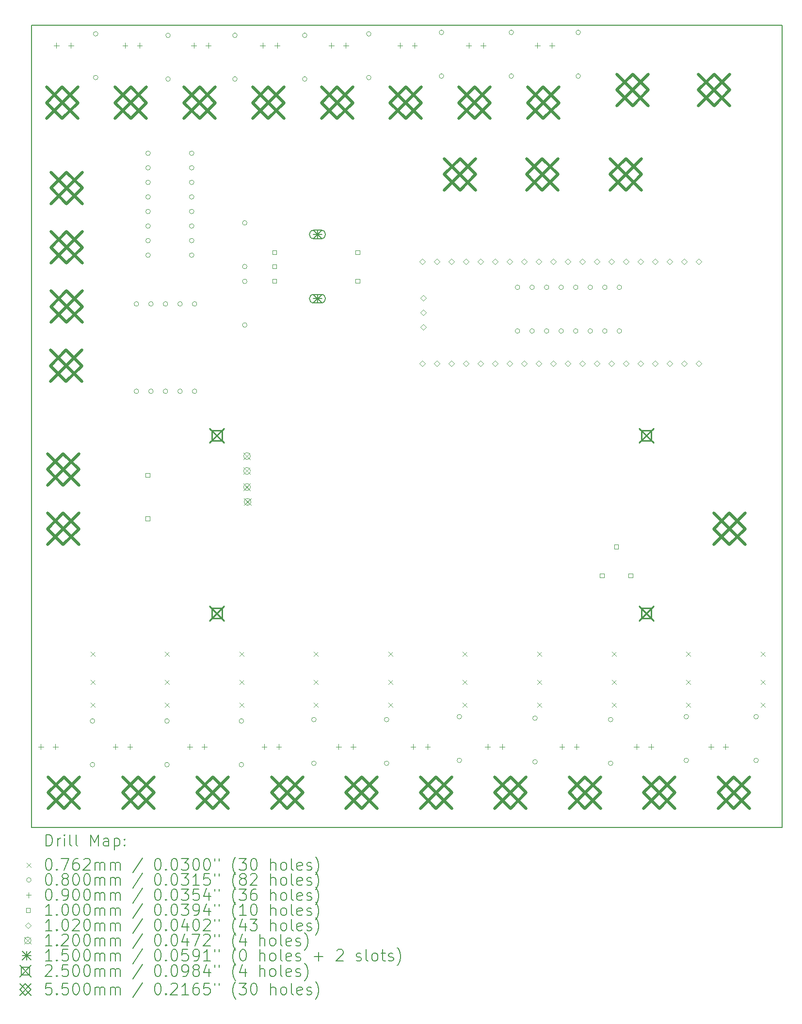
<source format=gbr>
%TF.GenerationSoftware,KiCad,Pcbnew,7.0.6*%
%TF.CreationDate,2023-07-29T11:39:51+05:30*%
%TF.ProjectId,Copy of Trainer Kit Prototype,436f7079-206f-4662-9054-7261696e6572,rev?*%
%TF.SameCoordinates,Original*%
%TF.FileFunction,Drillmap*%
%TF.FilePolarity,Positive*%
%FSLAX45Y45*%
G04 Gerber Fmt 4.5, Leading zero omitted, Abs format (unit mm)*
G04 Created by KiCad (PCBNEW 7.0.6) date 2023-07-29 11:39:51*
%MOMM*%
%LPD*%
G01*
G04 APERTURE LIST*
%ADD10C,0.200000*%
%ADD11C,0.076200*%
%ADD12C,0.080000*%
%ADD13C,0.090000*%
%ADD14C,0.100000*%
%ADD15C,0.102000*%
%ADD16C,0.120000*%
%ADD17C,0.150000*%
%ADD18C,0.250000*%
%ADD19C,0.550000*%
G04 APERTURE END LIST*
D10*
X0Y0D02*
X13106400Y0D01*
X13106400Y-14000000D01*
X0Y-14000000D01*
X0Y0D01*
D11*
X1027300Y-10934700D02*
X1103500Y-11010900D01*
X1103500Y-10934700D02*
X1027300Y-11010900D01*
X1027300Y-11422700D02*
X1103500Y-11498900D01*
X1103500Y-11422700D02*
X1027300Y-11498900D01*
X1027300Y-11822700D02*
X1103500Y-11898900D01*
X1103500Y-11822700D02*
X1027300Y-11898900D01*
X2327300Y-10934700D02*
X2403500Y-11010900D01*
X2403500Y-10934700D02*
X2327300Y-11010900D01*
X2327300Y-11422700D02*
X2403500Y-11498900D01*
X2403500Y-11422700D02*
X2327300Y-11498900D01*
X2327300Y-11822700D02*
X2403500Y-11898900D01*
X2403500Y-11822700D02*
X2327300Y-11898900D01*
X3627300Y-10934700D02*
X3703500Y-11010900D01*
X3703500Y-10934700D02*
X3627300Y-11010900D01*
X3627300Y-11422700D02*
X3703500Y-11498900D01*
X3703500Y-11422700D02*
X3627300Y-11498900D01*
X3627300Y-11822700D02*
X3703500Y-11898900D01*
X3703500Y-11822700D02*
X3627300Y-11898900D01*
X4927300Y-10934700D02*
X5003500Y-11010900D01*
X5003500Y-10934700D02*
X4927300Y-11010900D01*
X4927300Y-11422700D02*
X5003500Y-11498900D01*
X5003500Y-11422700D02*
X4927300Y-11498900D01*
X4927300Y-11822700D02*
X5003500Y-11898900D01*
X5003500Y-11822700D02*
X4927300Y-11898900D01*
X6227300Y-10934700D02*
X6303500Y-11010900D01*
X6303500Y-10934700D02*
X6227300Y-11010900D01*
X6227300Y-11422700D02*
X6303500Y-11498900D01*
X6303500Y-11422700D02*
X6227300Y-11498900D01*
X6227300Y-11822700D02*
X6303500Y-11898900D01*
X6303500Y-11822700D02*
X6227300Y-11898900D01*
X7527300Y-10934700D02*
X7603500Y-11010900D01*
X7603500Y-10934700D02*
X7527300Y-11010900D01*
X7527300Y-11422700D02*
X7603500Y-11498900D01*
X7603500Y-11422700D02*
X7527300Y-11498900D01*
X7527300Y-11822700D02*
X7603500Y-11898900D01*
X7603500Y-11822700D02*
X7527300Y-11898900D01*
X8827300Y-10934700D02*
X8903500Y-11010900D01*
X8903500Y-10934700D02*
X8827300Y-11010900D01*
X8827300Y-11422700D02*
X8903500Y-11498900D01*
X8903500Y-11422700D02*
X8827300Y-11498900D01*
X8827300Y-11822700D02*
X8903500Y-11898900D01*
X8903500Y-11822700D02*
X8827300Y-11898900D01*
X10127300Y-10934700D02*
X10203500Y-11010900D01*
X10203500Y-10934700D02*
X10127300Y-11010900D01*
X10127300Y-11422700D02*
X10203500Y-11498900D01*
X10203500Y-11422700D02*
X10127300Y-11498900D01*
X10127300Y-11822700D02*
X10203500Y-11898900D01*
X10203500Y-11822700D02*
X10127300Y-11898900D01*
X11427300Y-10934700D02*
X11503500Y-11010900D01*
X11503500Y-10934700D02*
X11427300Y-11010900D01*
X11427300Y-11422700D02*
X11503500Y-11498900D01*
X11503500Y-11422700D02*
X11427300Y-11498900D01*
X11427300Y-11822700D02*
X11503500Y-11898900D01*
X11503500Y-11822700D02*
X11427300Y-11898900D01*
X12727300Y-10934700D02*
X12803500Y-11010900D01*
X12803500Y-10934700D02*
X12727300Y-11010900D01*
X12727300Y-11422700D02*
X12803500Y-11498900D01*
X12803500Y-11422700D02*
X12727300Y-11498900D01*
X12727300Y-11822700D02*
X12803500Y-11898900D01*
X12803500Y-11822700D02*
X12727300Y-11898900D01*
D12*
X1100400Y-12140800D02*
G75*
G03*
X1100400Y-12140800I-40000J0D01*
G01*
X1100400Y-12902800D02*
G75*
G03*
X1100400Y-12902800I-40000J0D01*
G01*
X1157600Y-152400D02*
G75*
G03*
X1157600Y-152400I-40000J0D01*
G01*
X1157600Y-914400D02*
G75*
G03*
X1157600Y-914400I-40000J0D01*
G01*
X1868800Y-4864550D02*
G75*
G03*
X1868800Y-4864550I-40000J0D01*
G01*
X1868800Y-6388550D02*
G75*
G03*
X1868800Y-6388550I-40000J0D01*
G01*
X2072000Y-2235200D02*
G75*
G03*
X2072000Y-2235200I-40000J0D01*
G01*
X2072000Y-2489200D02*
G75*
G03*
X2072000Y-2489200I-40000J0D01*
G01*
X2072000Y-2743200D02*
G75*
G03*
X2072000Y-2743200I-40000J0D01*
G01*
X2072000Y-2997200D02*
G75*
G03*
X2072000Y-2997200I-40000J0D01*
G01*
X2072000Y-3251200D02*
G75*
G03*
X2072000Y-3251200I-40000J0D01*
G01*
X2072000Y-3505200D02*
G75*
G03*
X2072000Y-3505200I-40000J0D01*
G01*
X2072000Y-3759200D02*
G75*
G03*
X2072000Y-3759200I-40000J0D01*
G01*
X2072000Y-4013200D02*
G75*
G03*
X2072000Y-4013200I-40000J0D01*
G01*
X2122800Y-4864550D02*
G75*
G03*
X2122800Y-4864550I-40000J0D01*
G01*
X2122800Y-6388550D02*
G75*
G03*
X2122800Y-6388550I-40000J0D01*
G01*
X2376800Y-4864550D02*
G75*
G03*
X2376800Y-4864550I-40000J0D01*
G01*
X2376800Y-6388550D02*
G75*
G03*
X2376800Y-6388550I-40000J0D01*
G01*
X2402400Y-12140800D02*
G75*
G03*
X2402400Y-12140800I-40000J0D01*
G01*
X2402400Y-12902800D02*
G75*
G03*
X2402400Y-12902800I-40000J0D01*
G01*
X2421100Y-177800D02*
G75*
G03*
X2421100Y-177800I-40000J0D01*
G01*
X2421100Y-939800D02*
G75*
G03*
X2421100Y-939800I-40000J0D01*
G01*
X2630800Y-4864550D02*
G75*
G03*
X2630800Y-4864550I-40000J0D01*
G01*
X2630800Y-6388550D02*
G75*
G03*
X2630800Y-6388550I-40000J0D01*
G01*
X2834000Y-2235200D02*
G75*
G03*
X2834000Y-2235200I-40000J0D01*
G01*
X2834000Y-2489200D02*
G75*
G03*
X2834000Y-2489200I-40000J0D01*
G01*
X2834000Y-2743200D02*
G75*
G03*
X2834000Y-2743200I-40000J0D01*
G01*
X2834000Y-2997200D02*
G75*
G03*
X2834000Y-2997200I-40000J0D01*
G01*
X2834000Y-3251200D02*
G75*
G03*
X2834000Y-3251200I-40000J0D01*
G01*
X2834000Y-3505200D02*
G75*
G03*
X2834000Y-3505200I-40000J0D01*
G01*
X2834000Y-3759200D02*
G75*
G03*
X2834000Y-3759200I-40000J0D01*
G01*
X2834000Y-4013200D02*
G75*
G03*
X2834000Y-4013200I-40000J0D01*
G01*
X2884800Y-4864550D02*
G75*
G03*
X2884800Y-4864550I-40000J0D01*
G01*
X2884800Y-6388550D02*
G75*
G03*
X2884800Y-6388550I-40000J0D01*
G01*
X3588100Y-177800D02*
G75*
G03*
X3588100Y-177800I-40000J0D01*
G01*
X3588100Y-939800D02*
G75*
G03*
X3588100Y-939800I-40000J0D01*
G01*
X3700400Y-12140800D02*
G75*
G03*
X3700400Y-12140800I-40000J0D01*
G01*
X3700400Y-12902800D02*
G75*
G03*
X3700400Y-12902800I-40000J0D01*
G01*
X3759600Y-3450400D02*
G75*
G03*
X3759600Y-3450400I-40000J0D01*
G01*
X3759600Y-4212400D02*
G75*
G03*
X3759600Y-4212400I-40000J0D01*
G01*
X3759600Y-4470400D02*
G75*
G03*
X3759600Y-4470400I-40000J0D01*
G01*
X3759600Y-5232400D02*
G75*
G03*
X3759600Y-5232400I-40000J0D01*
G01*
X4807300Y-177800D02*
G75*
G03*
X4807300Y-177800I-40000J0D01*
G01*
X4807300Y-939800D02*
G75*
G03*
X4807300Y-939800I-40000J0D01*
G01*
X4967600Y-12115800D02*
G75*
G03*
X4967600Y-12115800I-40000J0D01*
G01*
X4967600Y-12877800D02*
G75*
G03*
X4967600Y-12877800I-40000J0D01*
G01*
X5926300Y-152400D02*
G75*
G03*
X5926300Y-152400I-40000J0D01*
G01*
X5926300Y-914400D02*
G75*
G03*
X5926300Y-914400I-40000J0D01*
G01*
X6237600Y-12115800D02*
G75*
G03*
X6237600Y-12115800I-40000J0D01*
G01*
X6237600Y-12877800D02*
G75*
G03*
X6237600Y-12877800I-40000J0D01*
G01*
X7194900Y-127000D02*
G75*
G03*
X7194900Y-127000I-40000J0D01*
G01*
X7194900Y-889000D02*
G75*
G03*
X7194900Y-889000I-40000J0D01*
G01*
X7507600Y-12065000D02*
G75*
G03*
X7507600Y-12065000I-40000J0D01*
G01*
X7507600Y-12827000D02*
G75*
G03*
X7507600Y-12827000I-40000J0D01*
G01*
X8414100Y-127000D02*
G75*
G03*
X8414100Y-127000I-40000J0D01*
G01*
X8414100Y-889000D02*
G75*
G03*
X8414100Y-889000I-40000J0D01*
G01*
X8523600Y-4574400D02*
G75*
G03*
X8523600Y-4574400I-40000J0D01*
G01*
X8523600Y-5336400D02*
G75*
G03*
X8523600Y-5336400I-40000J0D01*
G01*
X8777600Y-4574400D02*
G75*
G03*
X8777600Y-4574400I-40000J0D01*
G01*
X8777600Y-5336400D02*
G75*
G03*
X8777600Y-5336400I-40000J0D01*
G01*
X8828400Y-12090400D02*
G75*
G03*
X8828400Y-12090400I-40000J0D01*
G01*
X8828400Y-12852400D02*
G75*
G03*
X8828400Y-12852400I-40000J0D01*
G01*
X9031600Y-4574400D02*
G75*
G03*
X9031600Y-4574400I-40000J0D01*
G01*
X9031600Y-5336400D02*
G75*
G03*
X9031600Y-5336400I-40000J0D01*
G01*
X9285600Y-4574400D02*
G75*
G03*
X9285600Y-4574400I-40000J0D01*
G01*
X9285600Y-5336400D02*
G75*
G03*
X9285600Y-5336400I-40000J0D01*
G01*
X9539600Y-4574400D02*
G75*
G03*
X9539600Y-4574400I-40000J0D01*
G01*
X9539600Y-5336400D02*
G75*
G03*
X9539600Y-5336400I-40000J0D01*
G01*
X9582500Y-127000D02*
G75*
G03*
X9582500Y-127000I-40000J0D01*
G01*
X9582500Y-889000D02*
G75*
G03*
X9582500Y-889000I-40000J0D01*
G01*
X9793600Y-4574400D02*
G75*
G03*
X9793600Y-4574400I-40000J0D01*
G01*
X9793600Y-5336400D02*
G75*
G03*
X9793600Y-5336400I-40000J0D01*
G01*
X10047600Y-4574400D02*
G75*
G03*
X10047600Y-4574400I-40000J0D01*
G01*
X10047600Y-5336400D02*
G75*
G03*
X10047600Y-5336400I-40000J0D01*
G01*
X10149200Y-12115800D02*
G75*
G03*
X10149200Y-12115800I-40000J0D01*
G01*
X10149200Y-12877800D02*
G75*
G03*
X10149200Y-12877800I-40000J0D01*
G01*
X10301600Y-4574400D02*
G75*
G03*
X10301600Y-4574400I-40000J0D01*
G01*
X10301600Y-5336400D02*
G75*
G03*
X10301600Y-5336400I-40000J0D01*
G01*
X11470000Y-12065000D02*
G75*
G03*
X11470000Y-12065000I-40000J0D01*
G01*
X11470000Y-12827000D02*
G75*
G03*
X11470000Y-12827000I-40000J0D01*
G01*
X12689200Y-12065000D02*
G75*
G03*
X12689200Y-12065000I-40000J0D01*
G01*
X12689200Y-12827000D02*
G75*
G03*
X12689200Y-12827000I-40000J0D01*
G01*
D13*
X160400Y-12545800D02*
X160400Y-12635800D01*
X115400Y-12590800D02*
X205400Y-12590800D01*
X414400Y-12545800D02*
X414400Y-12635800D01*
X369400Y-12590800D02*
X459400Y-12590800D01*
X431300Y-310600D02*
X431300Y-400600D01*
X386300Y-355600D02*
X476300Y-355600D01*
X685300Y-310600D02*
X685300Y-400600D01*
X640300Y-355600D02*
X730300Y-355600D01*
X1462400Y-12545800D02*
X1462400Y-12635800D01*
X1417400Y-12590800D02*
X1507400Y-12590800D01*
X1631300Y-310600D02*
X1631300Y-400600D01*
X1586300Y-355600D02*
X1676300Y-355600D01*
X1716400Y-12545800D02*
X1716400Y-12635800D01*
X1671400Y-12590800D02*
X1761400Y-12590800D01*
X1885300Y-310600D02*
X1885300Y-400600D01*
X1840300Y-355600D02*
X1930300Y-355600D01*
X2760400Y-12545800D02*
X2760400Y-12635800D01*
X2715400Y-12590800D02*
X2805400Y-12590800D01*
X2831300Y-310600D02*
X2831300Y-400600D01*
X2786300Y-355600D02*
X2876300Y-355600D01*
X3014400Y-12545800D02*
X3014400Y-12635800D01*
X2969400Y-12590800D02*
X3059400Y-12590800D01*
X3085300Y-310600D02*
X3085300Y-400600D01*
X3040300Y-355600D02*
X3130300Y-355600D01*
X4031300Y-310600D02*
X4031300Y-400600D01*
X3986300Y-355600D02*
X4076300Y-355600D01*
X4060400Y-12545800D02*
X4060400Y-12635800D01*
X4015400Y-12590800D02*
X4105400Y-12590800D01*
X4285300Y-310600D02*
X4285300Y-400600D01*
X4240300Y-355600D02*
X4330300Y-355600D01*
X4314400Y-12545800D02*
X4314400Y-12635800D01*
X4269400Y-12590800D02*
X4359400Y-12590800D01*
X5231300Y-310600D02*
X5231300Y-400600D01*
X5186300Y-355600D02*
X5276300Y-355600D01*
X5360400Y-12545800D02*
X5360400Y-12635800D01*
X5315400Y-12590800D02*
X5405400Y-12590800D01*
X5485300Y-310600D02*
X5485300Y-400600D01*
X5440300Y-355600D02*
X5530300Y-355600D01*
X5614400Y-12545800D02*
X5614400Y-12635800D01*
X5569400Y-12590800D02*
X5659400Y-12590800D01*
X6431300Y-310600D02*
X6431300Y-400600D01*
X6386300Y-355600D02*
X6476300Y-355600D01*
X6660400Y-12545800D02*
X6660400Y-12635800D01*
X6615400Y-12590800D02*
X6705400Y-12590800D01*
X6685300Y-310600D02*
X6685300Y-400600D01*
X6640300Y-355600D02*
X6730300Y-355600D01*
X6914400Y-12545800D02*
X6914400Y-12635800D01*
X6869400Y-12590800D02*
X6959400Y-12590800D01*
X7631300Y-310600D02*
X7631300Y-400600D01*
X7586300Y-355600D02*
X7676300Y-355600D01*
X7885300Y-310600D02*
X7885300Y-400600D01*
X7840300Y-355600D02*
X7930300Y-355600D01*
X7960400Y-12545800D02*
X7960400Y-12635800D01*
X7915400Y-12590800D02*
X8005400Y-12590800D01*
X8214400Y-12545800D02*
X8214400Y-12635800D01*
X8169400Y-12590800D02*
X8259400Y-12590800D01*
X8831300Y-310600D02*
X8831300Y-400600D01*
X8786300Y-355600D02*
X8876300Y-355600D01*
X9085300Y-310600D02*
X9085300Y-400600D01*
X9040300Y-355600D02*
X9130300Y-355600D01*
X9260400Y-12545800D02*
X9260400Y-12635800D01*
X9215400Y-12590800D02*
X9305400Y-12590800D01*
X9514400Y-12545800D02*
X9514400Y-12635800D01*
X9469400Y-12590800D02*
X9559400Y-12590800D01*
X10560400Y-12545800D02*
X10560400Y-12635800D01*
X10515400Y-12590800D02*
X10605400Y-12590800D01*
X10814400Y-12545800D02*
X10814400Y-12635800D01*
X10769400Y-12590800D02*
X10859400Y-12590800D01*
X11860400Y-12545800D02*
X11860400Y-12635800D01*
X11815400Y-12590800D02*
X11905400Y-12590800D01*
X12114400Y-12545800D02*
X12114400Y-12635800D01*
X12069400Y-12590800D02*
X12159400Y-12590800D01*
D14*
X2059456Y-7884956D02*
X2059456Y-7814244D01*
X1988744Y-7814244D01*
X1988744Y-7884956D01*
X2059456Y-7884956D01*
X2059456Y-8644956D02*
X2059456Y-8574244D01*
X1988744Y-8574244D01*
X1988744Y-8644956D01*
X2059456Y-8644956D01*
X4274956Y-3997756D02*
X4274956Y-3927044D01*
X4204244Y-3927044D01*
X4204244Y-3997756D01*
X4274956Y-3997756D01*
X4274956Y-4247756D02*
X4274956Y-4177044D01*
X4204244Y-4177044D01*
X4204244Y-4247756D01*
X4274956Y-4247756D01*
X4274956Y-4497756D02*
X4274956Y-4427044D01*
X4204244Y-4427044D01*
X4204244Y-4497756D01*
X4274956Y-4497756D01*
X5724956Y-3997756D02*
X5724956Y-3927044D01*
X5654244Y-3927044D01*
X5654244Y-3997756D01*
X5724956Y-3997756D01*
X5724956Y-4497756D02*
X5724956Y-4427044D01*
X5654244Y-4427044D01*
X5654244Y-4497756D01*
X5724956Y-4497756D01*
X9992156Y-9636556D02*
X9992156Y-9565844D01*
X9921444Y-9565844D01*
X9921444Y-9636556D01*
X9992156Y-9636556D01*
X10242156Y-9136556D02*
X10242156Y-9065844D01*
X10171444Y-9065844D01*
X10171444Y-9136556D01*
X10242156Y-9136556D01*
X10492156Y-9636556D02*
X10492156Y-9565844D01*
X10421444Y-9565844D01*
X10421444Y-9636556D01*
X10492156Y-9636556D01*
D15*
X6818400Y-4179700D02*
X6869400Y-4128700D01*
X6818400Y-4077700D01*
X6767400Y-4128700D01*
X6818400Y-4179700D01*
X6818400Y-5957700D02*
X6869400Y-5906700D01*
X6818400Y-5855700D01*
X6767400Y-5906700D01*
X6818400Y-5957700D01*
X6841400Y-4814700D02*
X6892400Y-4763700D01*
X6841400Y-4712700D01*
X6790400Y-4763700D01*
X6841400Y-4814700D01*
X6841400Y-5068700D02*
X6892400Y-5017700D01*
X6841400Y-4966700D01*
X6790400Y-5017700D01*
X6841400Y-5068700D01*
X6841400Y-5322700D02*
X6892400Y-5271700D01*
X6841400Y-5220700D01*
X6790400Y-5271700D01*
X6841400Y-5322700D01*
X7072400Y-4179700D02*
X7123400Y-4128700D01*
X7072400Y-4077700D01*
X7021400Y-4128700D01*
X7072400Y-4179700D01*
X7072400Y-5957700D02*
X7123400Y-5906700D01*
X7072400Y-5855700D01*
X7021400Y-5906700D01*
X7072400Y-5957700D01*
X7326400Y-4179700D02*
X7377400Y-4128700D01*
X7326400Y-4077700D01*
X7275400Y-4128700D01*
X7326400Y-4179700D01*
X7326400Y-5957700D02*
X7377400Y-5906700D01*
X7326400Y-5855700D01*
X7275400Y-5906700D01*
X7326400Y-5957700D01*
X7580400Y-4179700D02*
X7631400Y-4128700D01*
X7580400Y-4077700D01*
X7529400Y-4128700D01*
X7580400Y-4179700D01*
X7580400Y-5957700D02*
X7631400Y-5906700D01*
X7580400Y-5855700D01*
X7529400Y-5906700D01*
X7580400Y-5957700D01*
X7834400Y-4179700D02*
X7885400Y-4128700D01*
X7834400Y-4077700D01*
X7783400Y-4128700D01*
X7834400Y-4179700D01*
X7834400Y-5957700D02*
X7885400Y-5906700D01*
X7834400Y-5855700D01*
X7783400Y-5906700D01*
X7834400Y-5957700D01*
X8088400Y-5957700D02*
X8139400Y-5906700D01*
X8088400Y-5855700D01*
X8037400Y-5906700D01*
X8088400Y-5957700D01*
X8088400Y-4179700D02*
X8139400Y-4128700D01*
X8088400Y-4077700D01*
X8037400Y-4128700D01*
X8088400Y-4179700D01*
X8342400Y-4179700D02*
X8393400Y-4128700D01*
X8342400Y-4077700D01*
X8291400Y-4128700D01*
X8342400Y-4179700D01*
X8342400Y-5957700D02*
X8393400Y-5906700D01*
X8342400Y-5855700D01*
X8291400Y-5906700D01*
X8342400Y-5957700D01*
X8596400Y-4179700D02*
X8647400Y-4128700D01*
X8596400Y-4077700D01*
X8545400Y-4128700D01*
X8596400Y-4179700D01*
X8596400Y-5957700D02*
X8647400Y-5906700D01*
X8596400Y-5855700D01*
X8545400Y-5906700D01*
X8596400Y-5957700D01*
X8850400Y-4179700D02*
X8901400Y-4128700D01*
X8850400Y-4077700D01*
X8799400Y-4128700D01*
X8850400Y-4179700D01*
X8850400Y-5957700D02*
X8901400Y-5906700D01*
X8850400Y-5855700D01*
X8799400Y-5906700D01*
X8850400Y-5957700D01*
X9104400Y-4179700D02*
X9155400Y-4128700D01*
X9104400Y-4077700D01*
X9053400Y-4128700D01*
X9104400Y-4179700D01*
X9104400Y-5957700D02*
X9155400Y-5906700D01*
X9104400Y-5855700D01*
X9053400Y-5906700D01*
X9104400Y-5957700D01*
X9358400Y-4179700D02*
X9409400Y-4128700D01*
X9358400Y-4077700D01*
X9307400Y-4128700D01*
X9358400Y-4179700D01*
X9358400Y-5957700D02*
X9409400Y-5906700D01*
X9358400Y-5855700D01*
X9307400Y-5906700D01*
X9358400Y-5957700D01*
X9612400Y-4179700D02*
X9663400Y-4128700D01*
X9612400Y-4077700D01*
X9561400Y-4128700D01*
X9612400Y-4179700D01*
X9612400Y-5957700D02*
X9663400Y-5906700D01*
X9612400Y-5855700D01*
X9561400Y-5906700D01*
X9612400Y-5957700D01*
X9866400Y-4179700D02*
X9917400Y-4128700D01*
X9866400Y-4077700D01*
X9815400Y-4128700D01*
X9866400Y-4179700D01*
X9866400Y-5957700D02*
X9917400Y-5906700D01*
X9866400Y-5855700D01*
X9815400Y-5906700D01*
X9866400Y-5957700D01*
X10120400Y-4179700D02*
X10171400Y-4128700D01*
X10120400Y-4077700D01*
X10069400Y-4128700D01*
X10120400Y-4179700D01*
X10120400Y-5957700D02*
X10171400Y-5906700D01*
X10120400Y-5855700D01*
X10069400Y-5906700D01*
X10120400Y-5957700D01*
X10374400Y-5957700D02*
X10425400Y-5906700D01*
X10374400Y-5855700D01*
X10323400Y-5906700D01*
X10374400Y-5957700D01*
X10374400Y-4179700D02*
X10425400Y-4128700D01*
X10374400Y-4077700D01*
X10323400Y-4128700D01*
X10374400Y-4179700D01*
X10628400Y-4179700D02*
X10679400Y-4128700D01*
X10628400Y-4077700D01*
X10577400Y-4128700D01*
X10628400Y-4179700D01*
X10628400Y-5957700D02*
X10679400Y-5906700D01*
X10628400Y-5855700D01*
X10577400Y-5906700D01*
X10628400Y-5957700D01*
X10882400Y-4179700D02*
X10933400Y-4128700D01*
X10882400Y-4077700D01*
X10831400Y-4128700D01*
X10882400Y-4179700D01*
X10882400Y-5957700D02*
X10933400Y-5906700D01*
X10882400Y-5855700D01*
X10831400Y-5906700D01*
X10882400Y-5957700D01*
X11136400Y-4179700D02*
X11187400Y-4128700D01*
X11136400Y-4077700D01*
X11085400Y-4128700D01*
X11136400Y-4179700D01*
X11136400Y-5957700D02*
X11187400Y-5906700D01*
X11136400Y-5855700D01*
X11085400Y-5906700D01*
X11136400Y-5957700D01*
X11390400Y-4179700D02*
X11441400Y-4128700D01*
X11390400Y-4077700D01*
X11339400Y-4128700D01*
X11390400Y-4179700D01*
X11390400Y-5957700D02*
X11441400Y-5906700D01*
X11390400Y-5855700D01*
X11339400Y-5906700D01*
X11390400Y-5957700D01*
X11644400Y-4179700D02*
X11695400Y-4128700D01*
X11644400Y-4077700D01*
X11593400Y-4128700D01*
X11644400Y-4179700D01*
X11644400Y-5957700D02*
X11695400Y-5906700D01*
X11644400Y-5855700D01*
X11593400Y-5906700D01*
X11644400Y-5957700D01*
D16*
X3699200Y-7458400D02*
X3819200Y-7578400D01*
X3819200Y-7458400D02*
X3699200Y-7578400D01*
X3819200Y-7518400D02*
G75*
G03*
X3819200Y-7518400I-60000J0D01*
G01*
X3699200Y-7718400D02*
X3819200Y-7838400D01*
X3819200Y-7718400D02*
X3699200Y-7838400D01*
X3819200Y-7778400D02*
G75*
G03*
X3819200Y-7778400I-60000J0D01*
G01*
X3699200Y-7998400D02*
X3819200Y-8118400D01*
X3819200Y-7998400D02*
X3699200Y-8118400D01*
X3819200Y-8058400D02*
G75*
G03*
X3819200Y-8058400I-60000J0D01*
G01*
X3709200Y-8258400D02*
X3829200Y-8378400D01*
X3829200Y-8258400D02*
X3709200Y-8378400D01*
X3829200Y-8318400D02*
G75*
G03*
X3829200Y-8318400I-60000J0D01*
G01*
D17*
X4914600Y-3577400D02*
X5064600Y-3727400D01*
X5064600Y-3577400D02*
X4914600Y-3727400D01*
X4989600Y-3577400D02*
X4989600Y-3727400D01*
X4914600Y-3652400D02*
X5064600Y-3652400D01*
D10*
X4924600Y-3727400D02*
X5054600Y-3727400D01*
X5054600Y-3727400D02*
G75*
G03*
X5054600Y-3577400I0J75000D01*
G01*
X5054600Y-3577400D02*
X4924600Y-3577400D01*
X4924600Y-3577400D02*
G75*
G03*
X4924600Y-3727400I0J-75000D01*
G01*
D17*
X4914600Y-4697400D02*
X5064600Y-4847400D01*
X5064600Y-4697400D02*
X4914600Y-4847400D01*
X4989600Y-4697400D02*
X4989600Y-4847400D01*
X4914600Y-4772400D02*
X5064600Y-4772400D01*
D10*
X4924600Y-4847400D02*
X5054600Y-4847400D01*
X5054600Y-4847400D02*
G75*
G03*
X5054600Y-4697400I0J75000D01*
G01*
X5054600Y-4697400D02*
X4924600Y-4697400D01*
X4924600Y-4697400D02*
G75*
G03*
X4924600Y-4847400I0J-75000D01*
G01*
D18*
X3107790Y-7037400D02*
X3357790Y-7287400D01*
X3357790Y-7037400D02*
X3107790Y-7287400D01*
X3321179Y-7250789D02*
X3321179Y-7074011D01*
X3144401Y-7074011D01*
X3144401Y-7250789D01*
X3321179Y-7250789D01*
X3107790Y-10137470D02*
X3357790Y-10387470D01*
X3357790Y-10137470D02*
X3107790Y-10387470D01*
X3321179Y-10350859D02*
X3321179Y-10174081D01*
X3144401Y-10174081D01*
X3144401Y-10350859D01*
X3321179Y-10350859D01*
X10607648Y-10137470D02*
X10857648Y-10387470D01*
X10857648Y-10137470D02*
X10607648Y-10387470D01*
X10821037Y-10350859D02*
X10821037Y-10174081D01*
X10644259Y-10174081D01*
X10644259Y-10350859D01*
X10821037Y-10350859D01*
X10607700Y-7037400D02*
X10857700Y-7287400D01*
X10857700Y-7037400D02*
X10607700Y-7287400D01*
X10821089Y-7250789D02*
X10821089Y-7074011D01*
X10644311Y-7074011D01*
X10644311Y-7250789D01*
X10821089Y-7250789D01*
D19*
X256300Y-1080600D02*
X806300Y-1630600D01*
X806300Y-1080600D02*
X256300Y-1630600D01*
X531300Y-1630600D02*
X806300Y-1355600D01*
X531300Y-1080600D01*
X256300Y-1355600D01*
X531300Y-1630600D01*
X275900Y-7478400D02*
X825900Y-8028400D01*
X825900Y-7478400D02*
X275900Y-8028400D01*
X550900Y-8028400D02*
X825900Y-7753400D01*
X550900Y-7478400D01*
X275900Y-7753400D01*
X550900Y-8028400D01*
X275900Y-8513400D02*
X825900Y-9063400D01*
X825900Y-8513400D02*
X275900Y-9063400D01*
X550900Y-9063400D02*
X825900Y-8788400D01*
X550900Y-8513400D01*
X275900Y-8788400D01*
X550900Y-9063400D01*
X285400Y-13115800D02*
X835400Y-13665800D01*
X835400Y-13115800D02*
X285400Y-13665800D01*
X560400Y-13665800D02*
X835400Y-13390800D01*
X560400Y-13115800D01*
X285400Y-13390800D01*
X560400Y-13665800D01*
X326700Y-5668600D02*
X876700Y-6218600D01*
X876700Y-5668600D02*
X326700Y-6218600D01*
X601700Y-6218600D02*
X876700Y-5943600D01*
X601700Y-5668600D01*
X326700Y-5943600D01*
X601700Y-6218600D01*
X331900Y-2566400D02*
X881900Y-3116400D01*
X881900Y-2566400D02*
X331900Y-3116400D01*
X606900Y-3116400D02*
X881900Y-2841400D01*
X606900Y-2566400D01*
X331900Y-2841400D01*
X606900Y-3116400D01*
X331900Y-3601400D02*
X881900Y-4151400D01*
X881900Y-3601400D02*
X331900Y-4151400D01*
X606900Y-4151400D02*
X881900Y-3876400D01*
X606900Y-3601400D01*
X331900Y-3876400D01*
X606900Y-4151400D01*
X331900Y-4636400D02*
X881900Y-5186400D01*
X881900Y-4636400D02*
X331900Y-5186400D01*
X606900Y-5186400D02*
X881900Y-4911400D01*
X606900Y-4636400D01*
X331900Y-4911400D01*
X606900Y-5186400D01*
X1456300Y-1080600D02*
X2006300Y-1630600D01*
X2006300Y-1080600D02*
X1456300Y-1630600D01*
X1731300Y-1630600D02*
X2006300Y-1355600D01*
X1731300Y-1080600D01*
X1456300Y-1355600D01*
X1731300Y-1630600D01*
X1587400Y-13115800D02*
X2137400Y-13665800D01*
X2137400Y-13115800D02*
X1587400Y-13665800D01*
X1862400Y-13665800D02*
X2137400Y-13390800D01*
X1862400Y-13115800D01*
X1587400Y-13390800D01*
X1862400Y-13665800D01*
X2656300Y-1080600D02*
X3206300Y-1630600D01*
X3206300Y-1080600D02*
X2656300Y-1630600D01*
X2931300Y-1630600D02*
X3206300Y-1355600D01*
X2931300Y-1080600D01*
X2656300Y-1355600D01*
X2931300Y-1630600D01*
X2885400Y-13115800D02*
X3435400Y-13665800D01*
X3435400Y-13115800D02*
X2885400Y-13665800D01*
X3160400Y-13665800D02*
X3435400Y-13390800D01*
X3160400Y-13115800D01*
X2885400Y-13390800D01*
X3160400Y-13665800D01*
X3856300Y-1080600D02*
X4406300Y-1630600D01*
X4406300Y-1080600D02*
X3856300Y-1630600D01*
X4131300Y-1630600D02*
X4406300Y-1355600D01*
X4131300Y-1080600D01*
X3856300Y-1355600D01*
X4131300Y-1630600D01*
X4185400Y-13115800D02*
X4735400Y-13665800D01*
X4735400Y-13115800D02*
X4185400Y-13665800D01*
X4460400Y-13665800D02*
X4735400Y-13390800D01*
X4460400Y-13115800D01*
X4185400Y-13390800D01*
X4460400Y-13665800D01*
X5056300Y-1080600D02*
X5606300Y-1630600D01*
X5606300Y-1080600D02*
X5056300Y-1630600D01*
X5331300Y-1630600D02*
X5606300Y-1355600D01*
X5331300Y-1080600D01*
X5056300Y-1355600D01*
X5331300Y-1630600D01*
X5485400Y-13115800D02*
X6035400Y-13665800D01*
X6035400Y-13115800D02*
X5485400Y-13665800D01*
X5760400Y-13665800D02*
X6035400Y-13390800D01*
X5760400Y-13115800D01*
X5485400Y-13390800D01*
X5760400Y-13665800D01*
X6256300Y-1080600D02*
X6806300Y-1630600D01*
X6806300Y-1080600D02*
X6256300Y-1630600D01*
X6531300Y-1630600D02*
X6806300Y-1355600D01*
X6531300Y-1080600D01*
X6256300Y-1355600D01*
X6531300Y-1630600D01*
X6785400Y-13115800D02*
X7335400Y-13665800D01*
X7335400Y-13115800D02*
X6785400Y-13665800D01*
X7060400Y-13665800D02*
X7335400Y-13390800D01*
X7060400Y-13115800D01*
X6785400Y-13390800D01*
X7060400Y-13665800D01*
X7203800Y-2329700D02*
X7753800Y-2879700D01*
X7753800Y-2329700D02*
X7203800Y-2879700D01*
X7478800Y-2879700D02*
X7753800Y-2604700D01*
X7478800Y-2329700D01*
X7203800Y-2604700D01*
X7478800Y-2879700D01*
X7456300Y-1080600D02*
X8006300Y-1630600D01*
X8006300Y-1080600D02*
X7456300Y-1630600D01*
X7731300Y-1630600D02*
X8006300Y-1355600D01*
X7731300Y-1080600D01*
X7456300Y-1355600D01*
X7731300Y-1630600D01*
X8085400Y-13115800D02*
X8635400Y-13665800D01*
X8635400Y-13115800D02*
X8085400Y-13665800D01*
X8360400Y-13665800D02*
X8635400Y-13390800D01*
X8360400Y-13115800D01*
X8085400Y-13390800D01*
X8360400Y-13665800D01*
X8639000Y-2327700D02*
X9189000Y-2877700D01*
X9189000Y-2327700D02*
X8639000Y-2877700D01*
X8914000Y-2877700D02*
X9189000Y-2602700D01*
X8914000Y-2327700D01*
X8639000Y-2602700D01*
X8914000Y-2877700D01*
X8656300Y-1080600D02*
X9206300Y-1630600D01*
X9206300Y-1080600D02*
X8656300Y-1630600D01*
X8931300Y-1630600D02*
X9206300Y-1355600D01*
X8931300Y-1080600D01*
X8656300Y-1355600D01*
X8931300Y-1630600D01*
X9385400Y-13115800D02*
X9935400Y-13665800D01*
X9935400Y-13115800D02*
X9385400Y-13665800D01*
X9660400Y-13665800D02*
X9935400Y-13390800D01*
X9660400Y-13115800D01*
X9385400Y-13390800D01*
X9660400Y-13665800D01*
X10099400Y-2329700D02*
X10649400Y-2879700D01*
X10649400Y-2329700D02*
X10099400Y-2879700D01*
X10374400Y-2879700D02*
X10649400Y-2604700D01*
X10374400Y-2329700D01*
X10099400Y-2604700D01*
X10374400Y-2879700D01*
X10219900Y-854100D02*
X10769900Y-1404100D01*
X10769900Y-854100D02*
X10219900Y-1404100D01*
X10494900Y-1404100D02*
X10769900Y-1129100D01*
X10494900Y-854100D01*
X10219900Y-1129100D01*
X10494900Y-1404100D01*
X10685400Y-13115800D02*
X11235400Y-13665800D01*
X11235400Y-13115800D02*
X10685400Y-13665800D01*
X10960400Y-13665800D02*
X11235400Y-13390800D01*
X10960400Y-13115800D01*
X10685400Y-13390800D01*
X10960400Y-13665800D01*
X11642300Y-854100D02*
X12192300Y-1404100D01*
X12192300Y-854100D02*
X11642300Y-1404100D01*
X11917300Y-1404100D02*
X12192300Y-1129100D01*
X11917300Y-854100D01*
X11642300Y-1129100D01*
X11917300Y-1404100D01*
X11909100Y-8513400D02*
X12459100Y-9063400D01*
X12459100Y-8513400D02*
X11909100Y-9063400D01*
X12184100Y-9063400D02*
X12459100Y-8788400D01*
X12184100Y-8513400D01*
X11909100Y-8788400D01*
X12184100Y-9063400D01*
X11985400Y-13115800D02*
X12535400Y-13665800D01*
X12535400Y-13115800D02*
X11985400Y-13665800D01*
X12260400Y-13665800D02*
X12535400Y-13390800D01*
X12260400Y-13115800D01*
X11985400Y-13390800D01*
X12260400Y-13665800D01*
D10*
X250777Y-14321484D02*
X250777Y-14121484D01*
X250777Y-14121484D02*
X298396Y-14121484D01*
X298396Y-14121484D02*
X326967Y-14131008D01*
X326967Y-14131008D02*
X346015Y-14150055D01*
X346015Y-14150055D02*
X355539Y-14169103D01*
X355539Y-14169103D02*
X365062Y-14207198D01*
X365062Y-14207198D02*
X365062Y-14235769D01*
X365062Y-14235769D02*
X355539Y-14273865D01*
X355539Y-14273865D02*
X346015Y-14292912D01*
X346015Y-14292912D02*
X326967Y-14311960D01*
X326967Y-14311960D02*
X298396Y-14321484D01*
X298396Y-14321484D02*
X250777Y-14321484D01*
X450777Y-14321484D02*
X450777Y-14188150D01*
X450777Y-14226246D02*
X460301Y-14207198D01*
X460301Y-14207198D02*
X469824Y-14197674D01*
X469824Y-14197674D02*
X488872Y-14188150D01*
X488872Y-14188150D02*
X507920Y-14188150D01*
X574586Y-14321484D02*
X574586Y-14188150D01*
X574586Y-14121484D02*
X565063Y-14131008D01*
X565063Y-14131008D02*
X574586Y-14140531D01*
X574586Y-14140531D02*
X584110Y-14131008D01*
X584110Y-14131008D02*
X574586Y-14121484D01*
X574586Y-14121484D02*
X574586Y-14140531D01*
X698396Y-14321484D02*
X679348Y-14311960D01*
X679348Y-14311960D02*
X669824Y-14292912D01*
X669824Y-14292912D02*
X669824Y-14121484D01*
X803158Y-14321484D02*
X784110Y-14311960D01*
X784110Y-14311960D02*
X774586Y-14292912D01*
X774586Y-14292912D02*
X774586Y-14121484D01*
X1031729Y-14321484D02*
X1031729Y-14121484D01*
X1031729Y-14121484D02*
X1098396Y-14264341D01*
X1098396Y-14264341D02*
X1165063Y-14121484D01*
X1165063Y-14121484D02*
X1165063Y-14321484D01*
X1346015Y-14321484D02*
X1346015Y-14216722D01*
X1346015Y-14216722D02*
X1336491Y-14197674D01*
X1336491Y-14197674D02*
X1317444Y-14188150D01*
X1317444Y-14188150D02*
X1279348Y-14188150D01*
X1279348Y-14188150D02*
X1260301Y-14197674D01*
X1346015Y-14311960D02*
X1326967Y-14321484D01*
X1326967Y-14321484D02*
X1279348Y-14321484D01*
X1279348Y-14321484D02*
X1260301Y-14311960D01*
X1260301Y-14311960D02*
X1250777Y-14292912D01*
X1250777Y-14292912D02*
X1250777Y-14273865D01*
X1250777Y-14273865D02*
X1260301Y-14254817D01*
X1260301Y-14254817D02*
X1279348Y-14245293D01*
X1279348Y-14245293D02*
X1326967Y-14245293D01*
X1326967Y-14245293D02*
X1346015Y-14235769D01*
X1441253Y-14188150D02*
X1441253Y-14388150D01*
X1441253Y-14197674D02*
X1460301Y-14188150D01*
X1460301Y-14188150D02*
X1498396Y-14188150D01*
X1498396Y-14188150D02*
X1517443Y-14197674D01*
X1517443Y-14197674D02*
X1526967Y-14207198D01*
X1526967Y-14207198D02*
X1536491Y-14226246D01*
X1536491Y-14226246D02*
X1536491Y-14283388D01*
X1536491Y-14283388D02*
X1526967Y-14302436D01*
X1526967Y-14302436D02*
X1517443Y-14311960D01*
X1517443Y-14311960D02*
X1498396Y-14321484D01*
X1498396Y-14321484D02*
X1460301Y-14321484D01*
X1460301Y-14321484D02*
X1441253Y-14311960D01*
X1622205Y-14302436D02*
X1631729Y-14311960D01*
X1631729Y-14311960D02*
X1622205Y-14321484D01*
X1622205Y-14321484D02*
X1612682Y-14311960D01*
X1612682Y-14311960D02*
X1622205Y-14302436D01*
X1622205Y-14302436D02*
X1622205Y-14321484D01*
X1622205Y-14197674D02*
X1631729Y-14207198D01*
X1631729Y-14207198D02*
X1622205Y-14216722D01*
X1622205Y-14216722D02*
X1612682Y-14207198D01*
X1612682Y-14207198D02*
X1622205Y-14197674D01*
X1622205Y-14197674D02*
X1622205Y-14216722D01*
D11*
X-86200Y-14611900D02*
X-10000Y-14688100D01*
X-10000Y-14611900D02*
X-86200Y-14688100D01*
D10*
X288872Y-14541484D02*
X307920Y-14541484D01*
X307920Y-14541484D02*
X326967Y-14551008D01*
X326967Y-14551008D02*
X336491Y-14560531D01*
X336491Y-14560531D02*
X346015Y-14579579D01*
X346015Y-14579579D02*
X355539Y-14617674D01*
X355539Y-14617674D02*
X355539Y-14665293D01*
X355539Y-14665293D02*
X346015Y-14703388D01*
X346015Y-14703388D02*
X336491Y-14722436D01*
X336491Y-14722436D02*
X326967Y-14731960D01*
X326967Y-14731960D02*
X307920Y-14741484D01*
X307920Y-14741484D02*
X288872Y-14741484D01*
X288872Y-14741484D02*
X269824Y-14731960D01*
X269824Y-14731960D02*
X260301Y-14722436D01*
X260301Y-14722436D02*
X250777Y-14703388D01*
X250777Y-14703388D02*
X241253Y-14665293D01*
X241253Y-14665293D02*
X241253Y-14617674D01*
X241253Y-14617674D02*
X250777Y-14579579D01*
X250777Y-14579579D02*
X260301Y-14560531D01*
X260301Y-14560531D02*
X269824Y-14551008D01*
X269824Y-14551008D02*
X288872Y-14541484D01*
X441253Y-14722436D02*
X450777Y-14731960D01*
X450777Y-14731960D02*
X441253Y-14741484D01*
X441253Y-14741484D02*
X431729Y-14731960D01*
X431729Y-14731960D02*
X441253Y-14722436D01*
X441253Y-14722436D02*
X441253Y-14741484D01*
X517443Y-14541484D02*
X650777Y-14541484D01*
X650777Y-14541484D02*
X565063Y-14741484D01*
X812682Y-14541484D02*
X774586Y-14541484D01*
X774586Y-14541484D02*
X755539Y-14551008D01*
X755539Y-14551008D02*
X746015Y-14560531D01*
X746015Y-14560531D02*
X726967Y-14589103D01*
X726967Y-14589103D02*
X717443Y-14627198D01*
X717443Y-14627198D02*
X717443Y-14703388D01*
X717443Y-14703388D02*
X726967Y-14722436D01*
X726967Y-14722436D02*
X736491Y-14731960D01*
X736491Y-14731960D02*
X755539Y-14741484D01*
X755539Y-14741484D02*
X793634Y-14741484D01*
X793634Y-14741484D02*
X812682Y-14731960D01*
X812682Y-14731960D02*
X822205Y-14722436D01*
X822205Y-14722436D02*
X831729Y-14703388D01*
X831729Y-14703388D02*
X831729Y-14655769D01*
X831729Y-14655769D02*
X822205Y-14636722D01*
X822205Y-14636722D02*
X812682Y-14627198D01*
X812682Y-14627198D02*
X793634Y-14617674D01*
X793634Y-14617674D02*
X755539Y-14617674D01*
X755539Y-14617674D02*
X736491Y-14627198D01*
X736491Y-14627198D02*
X726967Y-14636722D01*
X726967Y-14636722D02*
X717443Y-14655769D01*
X907920Y-14560531D02*
X917443Y-14551008D01*
X917443Y-14551008D02*
X936491Y-14541484D01*
X936491Y-14541484D02*
X984110Y-14541484D01*
X984110Y-14541484D02*
X1003158Y-14551008D01*
X1003158Y-14551008D02*
X1012682Y-14560531D01*
X1012682Y-14560531D02*
X1022205Y-14579579D01*
X1022205Y-14579579D02*
X1022205Y-14598627D01*
X1022205Y-14598627D02*
X1012682Y-14627198D01*
X1012682Y-14627198D02*
X898396Y-14741484D01*
X898396Y-14741484D02*
X1022205Y-14741484D01*
X1107920Y-14741484D02*
X1107920Y-14608150D01*
X1107920Y-14627198D02*
X1117444Y-14617674D01*
X1117444Y-14617674D02*
X1136491Y-14608150D01*
X1136491Y-14608150D02*
X1165063Y-14608150D01*
X1165063Y-14608150D02*
X1184110Y-14617674D01*
X1184110Y-14617674D02*
X1193634Y-14636722D01*
X1193634Y-14636722D02*
X1193634Y-14741484D01*
X1193634Y-14636722D02*
X1203158Y-14617674D01*
X1203158Y-14617674D02*
X1222205Y-14608150D01*
X1222205Y-14608150D02*
X1250777Y-14608150D01*
X1250777Y-14608150D02*
X1269825Y-14617674D01*
X1269825Y-14617674D02*
X1279348Y-14636722D01*
X1279348Y-14636722D02*
X1279348Y-14741484D01*
X1374586Y-14741484D02*
X1374586Y-14608150D01*
X1374586Y-14627198D02*
X1384110Y-14617674D01*
X1384110Y-14617674D02*
X1403158Y-14608150D01*
X1403158Y-14608150D02*
X1431729Y-14608150D01*
X1431729Y-14608150D02*
X1450777Y-14617674D01*
X1450777Y-14617674D02*
X1460301Y-14636722D01*
X1460301Y-14636722D02*
X1460301Y-14741484D01*
X1460301Y-14636722D02*
X1469824Y-14617674D01*
X1469824Y-14617674D02*
X1488872Y-14608150D01*
X1488872Y-14608150D02*
X1517443Y-14608150D01*
X1517443Y-14608150D02*
X1536491Y-14617674D01*
X1536491Y-14617674D02*
X1546015Y-14636722D01*
X1546015Y-14636722D02*
X1546015Y-14741484D01*
X1936491Y-14531960D02*
X1765063Y-14789103D01*
X2193634Y-14541484D02*
X2212682Y-14541484D01*
X2212682Y-14541484D02*
X2231729Y-14551008D01*
X2231729Y-14551008D02*
X2241253Y-14560531D01*
X2241253Y-14560531D02*
X2250777Y-14579579D01*
X2250777Y-14579579D02*
X2260301Y-14617674D01*
X2260301Y-14617674D02*
X2260301Y-14665293D01*
X2260301Y-14665293D02*
X2250777Y-14703388D01*
X2250777Y-14703388D02*
X2241253Y-14722436D01*
X2241253Y-14722436D02*
X2231729Y-14731960D01*
X2231729Y-14731960D02*
X2212682Y-14741484D01*
X2212682Y-14741484D02*
X2193634Y-14741484D01*
X2193634Y-14741484D02*
X2174587Y-14731960D01*
X2174587Y-14731960D02*
X2165063Y-14722436D01*
X2165063Y-14722436D02*
X2155539Y-14703388D01*
X2155539Y-14703388D02*
X2146015Y-14665293D01*
X2146015Y-14665293D02*
X2146015Y-14617674D01*
X2146015Y-14617674D02*
X2155539Y-14579579D01*
X2155539Y-14579579D02*
X2165063Y-14560531D01*
X2165063Y-14560531D02*
X2174587Y-14551008D01*
X2174587Y-14551008D02*
X2193634Y-14541484D01*
X2346015Y-14722436D02*
X2355539Y-14731960D01*
X2355539Y-14731960D02*
X2346015Y-14741484D01*
X2346015Y-14741484D02*
X2336491Y-14731960D01*
X2336491Y-14731960D02*
X2346015Y-14722436D01*
X2346015Y-14722436D02*
X2346015Y-14741484D01*
X2479348Y-14541484D02*
X2498396Y-14541484D01*
X2498396Y-14541484D02*
X2517444Y-14551008D01*
X2517444Y-14551008D02*
X2526968Y-14560531D01*
X2526968Y-14560531D02*
X2536491Y-14579579D01*
X2536491Y-14579579D02*
X2546015Y-14617674D01*
X2546015Y-14617674D02*
X2546015Y-14665293D01*
X2546015Y-14665293D02*
X2536491Y-14703388D01*
X2536491Y-14703388D02*
X2526968Y-14722436D01*
X2526968Y-14722436D02*
X2517444Y-14731960D01*
X2517444Y-14731960D02*
X2498396Y-14741484D01*
X2498396Y-14741484D02*
X2479348Y-14741484D01*
X2479348Y-14741484D02*
X2460301Y-14731960D01*
X2460301Y-14731960D02*
X2450777Y-14722436D01*
X2450777Y-14722436D02*
X2441253Y-14703388D01*
X2441253Y-14703388D02*
X2431729Y-14665293D01*
X2431729Y-14665293D02*
X2431729Y-14617674D01*
X2431729Y-14617674D02*
X2441253Y-14579579D01*
X2441253Y-14579579D02*
X2450777Y-14560531D01*
X2450777Y-14560531D02*
X2460301Y-14551008D01*
X2460301Y-14551008D02*
X2479348Y-14541484D01*
X2612682Y-14541484D02*
X2736491Y-14541484D01*
X2736491Y-14541484D02*
X2669825Y-14617674D01*
X2669825Y-14617674D02*
X2698396Y-14617674D01*
X2698396Y-14617674D02*
X2717444Y-14627198D01*
X2717444Y-14627198D02*
X2726968Y-14636722D01*
X2726968Y-14636722D02*
X2736491Y-14655769D01*
X2736491Y-14655769D02*
X2736491Y-14703388D01*
X2736491Y-14703388D02*
X2726968Y-14722436D01*
X2726968Y-14722436D02*
X2717444Y-14731960D01*
X2717444Y-14731960D02*
X2698396Y-14741484D01*
X2698396Y-14741484D02*
X2641253Y-14741484D01*
X2641253Y-14741484D02*
X2622206Y-14731960D01*
X2622206Y-14731960D02*
X2612682Y-14722436D01*
X2860301Y-14541484D02*
X2879348Y-14541484D01*
X2879348Y-14541484D02*
X2898396Y-14551008D01*
X2898396Y-14551008D02*
X2907920Y-14560531D01*
X2907920Y-14560531D02*
X2917444Y-14579579D01*
X2917444Y-14579579D02*
X2926967Y-14617674D01*
X2926967Y-14617674D02*
X2926967Y-14665293D01*
X2926967Y-14665293D02*
X2917444Y-14703388D01*
X2917444Y-14703388D02*
X2907920Y-14722436D01*
X2907920Y-14722436D02*
X2898396Y-14731960D01*
X2898396Y-14731960D02*
X2879348Y-14741484D01*
X2879348Y-14741484D02*
X2860301Y-14741484D01*
X2860301Y-14741484D02*
X2841253Y-14731960D01*
X2841253Y-14731960D02*
X2831729Y-14722436D01*
X2831729Y-14722436D02*
X2822206Y-14703388D01*
X2822206Y-14703388D02*
X2812682Y-14665293D01*
X2812682Y-14665293D02*
X2812682Y-14617674D01*
X2812682Y-14617674D02*
X2822206Y-14579579D01*
X2822206Y-14579579D02*
X2831729Y-14560531D01*
X2831729Y-14560531D02*
X2841253Y-14551008D01*
X2841253Y-14551008D02*
X2860301Y-14541484D01*
X3050777Y-14541484D02*
X3069825Y-14541484D01*
X3069825Y-14541484D02*
X3088872Y-14551008D01*
X3088872Y-14551008D02*
X3098396Y-14560531D01*
X3098396Y-14560531D02*
X3107920Y-14579579D01*
X3107920Y-14579579D02*
X3117444Y-14617674D01*
X3117444Y-14617674D02*
X3117444Y-14665293D01*
X3117444Y-14665293D02*
X3107920Y-14703388D01*
X3107920Y-14703388D02*
X3098396Y-14722436D01*
X3098396Y-14722436D02*
X3088872Y-14731960D01*
X3088872Y-14731960D02*
X3069825Y-14741484D01*
X3069825Y-14741484D02*
X3050777Y-14741484D01*
X3050777Y-14741484D02*
X3031729Y-14731960D01*
X3031729Y-14731960D02*
X3022206Y-14722436D01*
X3022206Y-14722436D02*
X3012682Y-14703388D01*
X3012682Y-14703388D02*
X3003158Y-14665293D01*
X3003158Y-14665293D02*
X3003158Y-14617674D01*
X3003158Y-14617674D02*
X3012682Y-14579579D01*
X3012682Y-14579579D02*
X3022206Y-14560531D01*
X3022206Y-14560531D02*
X3031729Y-14551008D01*
X3031729Y-14551008D02*
X3050777Y-14541484D01*
X3193634Y-14541484D02*
X3193634Y-14579579D01*
X3269825Y-14541484D02*
X3269825Y-14579579D01*
X3565063Y-14817674D02*
X3555539Y-14808150D01*
X3555539Y-14808150D02*
X3536491Y-14779579D01*
X3536491Y-14779579D02*
X3526968Y-14760531D01*
X3526968Y-14760531D02*
X3517444Y-14731960D01*
X3517444Y-14731960D02*
X3507920Y-14684341D01*
X3507920Y-14684341D02*
X3507920Y-14646246D01*
X3507920Y-14646246D02*
X3517444Y-14598627D01*
X3517444Y-14598627D02*
X3526968Y-14570055D01*
X3526968Y-14570055D02*
X3536491Y-14551008D01*
X3536491Y-14551008D02*
X3555539Y-14522436D01*
X3555539Y-14522436D02*
X3565063Y-14512912D01*
X3622206Y-14541484D02*
X3746015Y-14541484D01*
X3746015Y-14541484D02*
X3679348Y-14617674D01*
X3679348Y-14617674D02*
X3707920Y-14617674D01*
X3707920Y-14617674D02*
X3726968Y-14627198D01*
X3726968Y-14627198D02*
X3736491Y-14636722D01*
X3736491Y-14636722D02*
X3746015Y-14655769D01*
X3746015Y-14655769D02*
X3746015Y-14703388D01*
X3746015Y-14703388D02*
X3736491Y-14722436D01*
X3736491Y-14722436D02*
X3726968Y-14731960D01*
X3726968Y-14731960D02*
X3707920Y-14741484D01*
X3707920Y-14741484D02*
X3650777Y-14741484D01*
X3650777Y-14741484D02*
X3631729Y-14731960D01*
X3631729Y-14731960D02*
X3622206Y-14722436D01*
X3869825Y-14541484D02*
X3888872Y-14541484D01*
X3888872Y-14541484D02*
X3907920Y-14551008D01*
X3907920Y-14551008D02*
X3917444Y-14560531D01*
X3917444Y-14560531D02*
X3926968Y-14579579D01*
X3926968Y-14579579D02*
X3936491Y-14617674D01*
X3936491Y-14617674D02*
X3936491Y-14665293D01*
X3936491Y-14665293D02*
X3926968Y-14703388D01*
X3926968Y-14703388D02*
X3917444Y-14722436D01*
X3917444Y-14722436D02*
X3907920Y-14731960D01*
X3907920Y-14731960D02*
X3888872Y-14741484D01*
X3888872Y-14741484D02*
X3869825Y-14741484D01*
X3869825Y-14741484D02*
X3850777Y-14731960D01*
X3850777Y-14731960D02*
X3841253Y-14722436D01*
X3841253Y-14722436D02*
X3831729Y-14703388D01*
X3831729Y-14703388D02*
X3822206Y-14665293D01*
X3822206Y-14665293D02*
X3822206Y-14617674D01*
X3822206Y-14617674D02*
X3831729Y-14579579D01*
X3831729Y-14579579D02*
X3841253Y-14560531D01*
X3841253Y-14560531D02*
X3850777Y-14551008D01*
X3850777Y-14551008D02*
X3869825Y-14541484D01*
X4174587Y-14741484D02*
X4174587Y-14541484D01*
X4260301Y-14741484D02*
X4260301Y-14636722D01*
X4260301Y-14636722D02*
X4250777Y-14617674D01*
X4250777Y-14617674D02*
X4231730Y-14608150D01*
X4231730Y-14608150D02*
X4203158Y-14608150D01*
X4203158Y-14608150D02*
X4184110Y-14617674D01*
X4184110Y-14617674D02*
X4174587Y-14627198D01*
X4384111Y-14741484D02*
X4365063Y-14731960D01*
X4365063Y-14731960D02*
X4355539Y-14722436D01*
X4355539Y-14722436D02*
X4346015Y-14703388D01*
X4346015Y-14703388D02*
X4346015Y-14646246D01*
X4346015Y-14646246D02*
X4355539Y-14627198D01*
X4355539Y-14627198D02*
X4365063Y-14617674D01*
X4365063Y-14617674D02*
X4384111Y-14608150D01*
X4384111Y-14608150D02*
X4412682Y-14608150D01*
X4412682Y-14608150D02*
X4431730Y-14617674D01*
X4431730Y-14617674D02*
X4441253Y-14627198D01*
X4441253Y-14627198D02*
X4450777Y-14646246D01*
X4450777Y-14646246D02*
X4450777Y-14703388D01*
X4450777Y-14703388D02*
X4441253Y-14722436D01*
X4441253Y-14722436D02*
X4431730Y-14731960D01*
X4431730Y-14731960D02*
X4412682Y-14741484D01*
X4412682Y-14741484D02*
X4384111Y-14741484D01*
X4565063Y-14741484D02*
X4546015Y-14731960D01*
X4546015Y-14731960D02*
X4536492Y-14712912D01*
X4536492Y-14712912D02*
X4536492Y-14541484D01*
X4717444Y-14731960D02*
X4698396Y-14741484D01*
X4698396Y-14741484D02*
X4660301Y-14741484D01*
X4660301Y-14741484D02*
X4641253Y-14731960D01*
X4641253Y-14731960D02*
X4631730Y-14712912D01*
X4631730Y-14712912D02*
X4631730Y-14636722D01*
X4631730Y-14636722D02*
X4641253Y-14617674D01*
X4641253Y-14617674D02*
X4660301Y-14608150D01*
X4660301Y-14608150D02*
X4698396Y-14608150D01*
X4698396Y-14608150D02*
X4717444Y-14617674D01*
X4717444Y-14617674D02*
X4726968Y-14636722D01*
X4726968Y-14636722D02*
X4726968Y-14655769D01*
X4726968Y-14655769D02*
X4631730Y-14674817D01*
X4803158Y-14731960D02*
X4822206Y-14741484D01*
X4822206Y-14741484D02*
X4860301Y-14741484D01*
X4860301Y-14741484D02*
X4879349Y-14731960D01*
X4879349Y-14731960D02*
X4888873Y-14712912D01*
X4888873Y-14712912D02*
X4888873Y-14703388D01*
X4888873Y-14703388D02*
X4879349Y-14684341D01*
X4879349Y-14684341D02*
X4860301Y-14674817D01*
X4860301Y-14674817D02*
X4831730Y-14674817D01*
X4831730Y-14674817D02*
X4812682Y-14665293D01*
X4812682Y-14665293D02*
X4803158Y-14646246D01*
X4803158Y-14646246D02*
X4803158Y-14636722D01*
X4803158Y-14636722D02*
X4812682Y-14617674D01*
X4812682Y-14617674D02*
X4831730Y-14608150D01*
X4831730Y-14608150D02*
X4860301Y-14608150D01*
X4860301Y-14608150D02*
X4879349Y-14617674D01*
X4955539Y-14817674D02*
X4965063Y-14808150D01*
X4965063Y-14808150D02*
X4984111Y-14779579D01*
X4984111Y-14779579D02*
X4993634Y-14760531D01*
X4993634Y-14760531D02*
X5003158Y-14731960D01*
X5003158Y-14731960D02*
X5012682Y-14684341D01*
X5012682Y-14684341D02*
X5012682Y-14646246D01*
X5012682Y-14646246D02*
X5003158Y-14598627D01*
X5003158Y-14598627D02*
X4993634Y-14570055D01*
X4993634Y-14570055D02*
X4984111Y-14551008D01*
X4984111Y-14551008D02*
X4965063Y-14522436D01*
X4965063Y-14522436D02*
X4955539Y-14512912D01*
D12*
X-10000Y-14914000D02*
G75*
G03*
X-10000Y-14914000I-40000J0D01*
G01*
D10*
X288872Y-14805484D02*
X307920Y-14805484D01*
X307920Y-14805484D02*
X326967Y-14815008D01*
X326967Y-14815008D02*
X336491Y-14824531D01*
X336491Y-14824531D02*
X346015Y-14843579D01*
X346015Y-14843579D02*
X355539Y-14881674D01*
X355539Y-14881674D02*
X355539Y-14929293D01*
X355539Y-14929293D02*
X346015Y-14967388D01*
X346015Y-14967388D02*
X336491Y-14986436D01*
X336491Y-14986436D02*
X326967Y-14995960D01*
X326967Y-14995960D02*
X307920Y-15005484D01*
X307920Y-15005484D02*
X288872Y-15005484D01*
X288872Y-15005484D02*
X269824Y-14995960D01*
X269824Y-14995960D02*
X260301Y-14986436D01*
X260301Y-14986436D02*
X250777Y-14967388D01*
X250777Y-14967388D02*
X241253Y-14929293D01*
X241253Y-14929293D02*
X241253Y-14881674D01*
X241253Y-14881674D02*
X250777Y-14843579D01*
X250777Y-14843579D02*
X260301Y-14824531D01*
X260301Y-14824531D02*
X269824Y-14815008D01*
X269824Y-14815008D02*
X288872Y-14805484D01*
X441253Y-14986436D02*
X450777Y-14995960D01*
X450777Y-14995960D02*
X441253Y-15005484D01*
X441253Y-15005484D02*
X431729Y-14995960D01*
X431729Y-14995960D02*
X441253Y-14986436D01*
X441253Y-14986436D02*
X441253Y-15005484D01*
X565063Y-14891198D02*
X546015Y-14881674D01*
X546015Y-14881674D02*
X536491Y-14872150D01*
X536491Y-14872150D02*
X526967Y-14853103D01*
X526967Y-14853103D02*
X526967Y-14843579D01*
X526967Y-14843579D02*
X536491Y-14824531D01*
X536491Y-14824531D02*
X546015Y-14815008D01*
X546015Y-14815008D02*
X565063Y-14805484D01*
X565063Y-14805484D02*
X603158Y-14805484D01*
X603158Y-14805484D02*
X622205Y-14815008D01*
X622205Y-14815008D02*
X631729Y-14824531D01*
X631729Y-14824531D02*
X641253Y-14843579D01*
X641253Y-14843579D02*
X641253Y-14853103D01*
X641253Y-14853103D02*
X631729Y-14872150D01*
X631729Y-14872150D02*
X622205Y-14881674D01*
X622205Y-14881674D02*
X603158Y-14891198D01*
X603158Y-14891198D02*
X565063Y-14891198D01*
X565063Y-14891198D02*
X546015Y-14900722D01*
X546015Y-14900722D02*
X536491Y-14910246D01*
X536491Y-14910246D02*
X526967Y-14929293D01*
X526967Y-14929293D02*
X526967Y-14967388D01*
X526967Y-14967388D02*
X536491Y-14986436D01*
X536491Y-14986436D02*
X546015Y-14995960D01*
X546015Y-14995960D02*
X565063Y-15005484D01*
X565063Y-15005484D02*
X603158Y-15005484D01*
X603158Y-15005484D02*
X622205Y-14995960D01*
X622205Y-14995960D02*
X631729Y-14986436D01*
X631729Y-14986436D02*
X641253Y-14967388D01*
X641253Y-14967388D02*
X641253Y-14929293D01*
X641253Y-14929293D02*
X631729Y-14910246D01*
X631729Y-14910246D02*
X622205Y-14900722D01*
X622205Y-14900722D02*
X603158Y-14891198D01*
X765062Y-14805484D02*
X784110Y-14805484D01*
X784110Y-14805484D02*
X803158Y-14815008D01*
X803158Y-14815008D02*
X812682Y-14824531D01*
X812682Y-14824531D02*
X822205Y-14843579D01*
X822205Y-14843579D02*
X831729Y-14881674D01*
X831729Y-14881674D02*
X831729Y-14929293D01*
X831729Y-14929293D02*
X822205Y-14967388D01*
X822205Y-14967388D02*
X812682Y-14986436D01*
X812682Y-14986436D02*
X803158Y-14995960D01*
X803158Y-14995960D02*
X784110Y-15005484D01*
X784110Y-15005484D02*
X765062Y-15005484D01*
X765062Y-15005484D02*
X746015Y-14995960D01*
X746015Y-14995960D02*
X736491Y-14986436D01*
X736491Y-14986436D02*
X726967Y-14967388D01*
X726967Y-14967388D02*
X717443Y-14929293D01*
X717443Y-14929293D02*
X717443Y-14881674D01*
X717443Y-14881674D02*
X726967Y-14843579D01*
X726967Y-14843579D02*
X736491Y-14824531D01*
X736491Y-14824531D02*
X746015Y-14815008D01*
X746015Y-14815008D02*
X765062Y-14805484D01*
X955539Y-14805484D02*
X974586Y-14805484D01*
X974586Y-14805484D02*
X993634Y-14815008D01*
X993634Y-14815008D02*
X1003158Y-14824531D01*
X1003158Y-14824531D02*
X1012682Y-14843579D01*
X1012682Y-14843579D02*
X1022205Y-14881674D01*
X1022205Y-14881674D02*
X1022205Y-14929293D01*
X1022205Y-14929293D02*
X1012682Y-14967388D01*
X1012682Y-14967388D02*
X1003158Y-14986436D01*
X1003158Y-14986436D02*
X993634Y-14995960D01*
X993634Y-14995960D02*
X974586Y-15005484D01*
X974586Y-15005484D02*
X955539Y-15005484D01*
X955539Y-15005484D02*
X936491Y-14995960D01*
X936491Y-14995960D02*
X926967Y-14986436D01*
X926967Y-14986436D02*
X917443Y-14967388D01*
X917443Y-14967388D02*
X907920Y-14929293D01*
X907920Y-14929293D02*
X907920Y-14881674D01*
X907920Y-14881674D02*
X917443Y-14843579D01*
X917443Y-14843579D02*
X926967Y-14824531D01*
X926967Y-14824531D02*
X936491Y-14815008D01*
X936491Y-14815008D02*
X955539Y-14805484D01*
X1107920Y-15005484D02*
X1107920Y-14872150D01*
X1107920Y-14891198D02*
X1117444Y-14881674D01*
X1117444Y-14881674D02*
X1136491Y-14872150D01*
X1136491Y-14872150D02*
X1165063Y-14872150D01*
X1165063Y-14872150D02*
X1184110Y-14881674D01*
X1184110Y-14881674D02*
X1193634Y-14900722D01*
X1193634Y-14900722D02*
X1193634Y-15005484D01*
X1193634Y-14900722D02*
X1203158Y-14881674D01*
X1203158Y-14881674D02*
X1222205Y-14872150D01*
X1222205Y-14872150D02*
X1250777Y-14872150D01*
X1250777Y-14872150D02*
X1269825Y-14881674D01*
X1269825Y-14881674D02*
X1279348Y-14900722D01*
X1279348Y-14900722D02*
X1279348Y-15005484D01*
X1374586Y-15005484D02*
X1374586Y-14872150D01*
X1374586Y-14891198D02*
X1384110Y-14881674D01*
X1384110Y-14881674D02*
X1403158Y-14872150D01*
X1403158Y-14872150D02*
X1431729Y-14872150D01*
X1431729Y-14872150D02*
X1450777Y-14881674D01*
X1450777Y-14881674D02*
X1460301Y-14900722D01*
X1460301Y-14900722D02*
X1460301Y-15005484D01*
X1460301Y-14900722D02*
X1469824Y-14881674D01*
X1469824Y-14881674D02*
X1488872Y-14872150D01*
X1488872Y-14872150D02*
X1517443Y-14872150D01*
X1517443Y-14872150D02*
X1536491Y-14881674D01*
X1536491Y-14881674D02*
X1546015Y-14900722D01*
X1546015Y-14900722D02*
X1546015Y-15005484D01*
X1936491Y-14795960D02*
X1765063Y-15053103D01*
X2193634Y-14805484D02*
X2212682Y-14805484D01*
X2212682Y-14805484D02*
X2231729Y-14815008D01*
X2231729Y-14815008D02*
X2241253Y-14824531D01*
X2241253Y-14824531D02*
X2250777Y-14843579D01*
X2250777Y-14843579D02*
X2260301Y-14881674D01*
X2260301Y-14881674D02*
X2260301Y-14929293D01*
X2260301Y-14929293D02*
X2250777Y-14967388D01*
X2250777Y-14967388D02*
X2241253Y-14986436D01*
X2241253Y-14986436D02*
X2231729Y-14995960D01*
X2231729Y-14995960D02*
X2212682Y-15005484D01*
X2212682Y-15005484D02*
X2193634Y-15005484D01*
X2193634Y-15005484D02*
X2174587Y-14995960D01*
X2174587Y-14995960D02*
X2165063Y-14986436D01*
X2165063Y-14986436D02*
X2155539Y-14967388D01*
X2155539Y-14967388D02*
X2146015Y-14929293D01*
X2146015Y-14929293D02*
X2146015Y-14881674D01*
X2146015Y-14881674D02*
X2155539Y-14843579D01*
X2155539Y-14843579D02*
X2165063Y-14824531D01*
X2165063Y-14824531D02*
X2174587Y-14815008D01*
X2174587Y-14815008D02*
X2193634Y-14805484D01*
X2346015Y-14986436D02*
X2355539Y-14995960D01*
X2355539Y-14995960D02*
X2346015Y-15005484D01*
X2346015Y-15005484D02*
X2336491Y-14995960D01*
X2336491Y-14995960D02*
X2346015Y-14986436D01*
X2346015Y-14986436D02*
X2346015Y-15005484D01*
X2479348Y-14805484D02*
X2498396Y-14805484D01*
X2498396Y-14805484D02*
X2517444Y-14815008D01*
X2517444Y-14815008D02*
X2526968Y-14824531D01*
X2526968Y-14824531D02*
X2536491Y-14843579D01*
X2536491Y-14843579D02*
X2546015Y-14881674D01*
X2546015Y-14881674D02*
X2546015Y-14929293D01*
X2546015Y-14929293D02*
X2536491Y-14967388D01*
X2536491Y-14967388D02*
X2526968Y-14986436D01*
X2526968Y-14986436D02*
X2517444Y-14995960D01*
X2517444Y-14995960D02*
X2498396Y-15005484D01*
X2498396Y-15005484D02*
X2479348Y-15005484D01*
X2479348Y-15005484D02*
X2460301Y-14995960D01*
X2460301Y-14995960D02*
X2450777Y-14986436D01*
X2450777Y-14986436D02*
X2441253Y-14967388D01*
X2441253Y-14967388D02*
X2431729Y-14929293D01*
X2431729Y-14929293D02*
X2431729Y-14881674D01*
X2431729Y-14881674D02*
X2441253Y-14843579D01*
X2441253Y-14843579D02*
X2450777Y-14824531D01*
X2450777Y-14824531D02*
X2460301Y-14815008D01*
X2460301Y-14815008D02*
X2479348Y-14805484D01*
X2612682Y-14805484D02*
X2736491Y-14805484D01*
X2736491Y-14805484D02*
X2669825Y-14881674D01*
X2669825Y-14881674D02*
X2698396Y-14881674D01*
X2698396Y-14881674D02*
X2717444Y-14891198D01*
X2717444Y-14891198D02*
X2726968Y-14900722D01*
X2726968Y-14900722D02*
X2736491Y-14919769D01*
X2736491Y-14919769D02*
X2736491Y-14967388D01*
X2736491Y-14967388D02*
X2726968Y-14986436D01*
X2726968Y-14986436D02*
X2717444Y-14995960D01*
X2717444Y-14995960D02*
X2698396Y-15005484D01*
X2698396Y-15005484D02*
X2641253Y-15005484D01*
X2641253Y-15005484D02*
X2622206Y-14995960D01*
X2622206Y-14995960D02*
X2612682Y-14986436D01*
X2926967Y-15005484D02*
X2812682Y-15005484D01*
X2869825Y-15005484D02*
X2869825Y-14805484D01*
X2869825Y-14805484D02*
X2850777Y-14834055D01*
X2850777Y-14834055D02*
X2831729Y-14853103D01*
X2831729Y-14853103D02*
X2812682Y-14862627D01*
X3107920Y-14805484D02*
X3012682Y-14805484D01*
X3012682Y-14805484D02*
X3003158Y-14900722D01*
X3003158Y-14900722D02*
X3012682Y-14891198D01*
X3012682Y-14891198D02*
X3031729Y-14881674D01*
X3031729Y-14881674D02*
X3079348Y-14881674D01*
X3079348Y-14881674D02*
X3098396Y-14891198D01*
X3098396Y-14891198D02*
X3107920Y-14900722D01*
X3107920Y-14900722D02*
X3117444Y-14919769D01*
X3117444Y-14919769D02*
X3117444Y-14967388D01*
X3117444Y-14967388D02*
X3107920Y-14986436D01*
X3107920Y-14986436D02*
X3098396Y-14995960D01*
X3098396Y-14995960D02*
X3079348Y-15005484D01*
X3079348Y-15005484D02*
X3031729Y-15005484D01*
X3031729Y-15005484D02*
X3012682Y-14995960D01*
X3012682Y-14995960D02*
X3003158Y-14986436D01*
X3193634Y-14805484D02*
X3193634Y-14843579D01*
X3269825Y-14805484D02*
X3269825Y-14843579D01*
X3565063Y-15081674D02*
X3555539Y-15072150D01*
X3555539Y-15072150D02*
X3536491Y-15043579D01*
X3536491Y-15043579D02*
X3526968Y-15024531D01*
X3526968Y-15024531D02*
X3517444Y-14995960D01*
X3517444Y-14995960D02*
X3507920Y-14948341D01*
X3507920Y-14948341D02*
X3507920Y-14910246D01*
X3507920Y-14910246D02*
X3517444Y-14862627D01*
X3517444Y-14862627D02*
X3526968Y-14834055D01*
X3526968Y-14834055D02*
X3536491Y-14815008D01*
X3536491Y-14815008D02*
X3555539Y-14786436D01*
X3555539Y-14786436D02*
X3565063Y-14776912D01*
X3669825Y-14891198D02*
X3650777Y-14881674D01*
X3650777Y-14881674D02*
X3641253Y-14872150D01*
X3641253Y-14872150D02*
X3631729Y-14853103D01*
X3631729Y-14853103D02*
X3631729Y-14843579D01*
X3631729Y-14843579D02*
X3641253Y-14824531D01*
X3641253Y-14824531D02*
X3650777Y-14815008D01*
X3650777Y-14815008D02*
X3669825Y-14805484D01*
X3669825Y-14805484D02*
X3707920Y-14805484D01*
X3707920Y-14805484D02*
X3726968Y-14815008D01*
X3726968Y-14815008D02*
X3736491Y-14824531D01*
X3736491Y-14824531D02*
X3746015Y-14843579D01*
X3746015Y-14843579D02*
X3746015Y-14853103D01*
X3746015Y-14853103D02*
X3736491Y-14872150D01*
X3736491Y-14872150D02*
X3726968Y-14881674D01*
X3726968Y-14881674D02*
X3707920Y-14891198D01*
X3707920Y-14891198D02*
X3669825Y-14891198D01*
X3669825Y-14891198D02*
X3650777Y-14900722D01*
X3650777Y-14900722D02*
X3641253Y-14910246D01*
X3641253Y-14910246D02*
X3631729Y-14929293D01*
X3631729Y-14929293D02*
X3631729Y-14967388D01*
X3631729Y-14967388D02*
X3641253Y-14986436D01*
X3641253Y-14986436D02*
X3650777Y-14995960D01*
X3650777Y-14995960D02*
X3669825Y-15005484D01*
X3669825Y-15005484D02*
X3707920Y-15005484D01*
X3707920Y-15005484D02*
X3726968Y-14995960D01*
X3726968Y-14995960D02*
X3736491Y-14986436D01*
X3736491Y-14986436D02*
X3746015Y-14967388D01*
X3746015Y-14967388D02*
X3746015Y-14929293D01*
X3746015Y-14929293D02*
X3736491Y-14910246D01*
X3736491Y-14910246D02*
X3726968Y-14900722D01*
X3726968Y-14900722D02*
X3707920Y-14891198D01*
X3822206Y-14824531D02*
X3831729Y-14815008D01*
X3831729Y-14815008D02*
X3850777Y-14805484D01*
X3850777Y-14805484D02*
X3898396Y-14805484D01*
X3898396Y-14805484D02*
X3917444Y-14815008D01*
X3917444Y-14815008D02*
X3926968Y-14824531D01*
X3926968Y-14824531D02*
X3936491Y-14843579D01*
X3936491Y-14843579D02*
X3936491Y-14862627D01*
X3936491Y-14862627D02*
X3926968Y-14891198D01*
X3926968Y-14891198D02*
X3812682Y-15005484D01*
X3812682Y-15005484D02*
X3936491Y-15005484D01*
X4174587Y-15005484D02*
X4174587Y-14805484D01*
X4260301Y-15005484D02*
X4260301Y-14900722D01*
X4260301Y-14900722D02*
X4250777Y-14881674D01*
X4250777Y-14881674D02*
X4231730Y-14872150D01*
X4231730Y-14872150D02*
X4203158Y-14872150D01*
X4203158Y-14872150D02*
X4184110Y-14881674D01*
X4184110Y-14881674D02*
X4174587Y-14891198D01*
X4384111Y-15005484D02*
X4365063Y-14995960D01*
X4365063Y-14995960D02*
X4355539Y-14986436D01*
X4355539Y-14986436D02*
X4346015Y-14967388D01*
X4346015Y-14967388D02*
X4346015Y-14910246D01*
X4346015Y-14910246D02*
X4355539Y-14891198D01*
X4355539Y-14891198D02*
X4365063Y-14881674D01*
X4365063Y-14881674D02*
X4384111Y-14872150D01*
X4384111Y-14872150D02*
X4412682Y-14872150D01*
X4412682Y-14872150D02*
X4431730Y-14881674D01*
X4431730Y-14881674D02*
X4441253Y-14891198D01*
X4441253Y-14891198D02*
X4450777Y-14910246D01*
X4450777Y-14910246D02*
X4450777Y-14967388D01*
X4450777Y-14967388D02*
X4441253Y-14986436D01*
X4441253Y-14986436D02*
X4431730Y-14995960D01*
X4431730Y-14995960D02*
X4412682Y-15005484D01*
X4412682Y-15005484D02*
X4384111Y-15005484D01*
X4565063Y-15005484D02*
X4546015Y-14995960D01*
X4546015Y-14995960D02*
X4536492Y-14976912D01*
X4536492Y-14976912D02*
X4536492Y-14805484D01*
X4717444Y-14995960D02*
X4698396Y-15005484D01*
X4698396Y-15005484D02*
X4660301Y-15005484D01*
X4660301Y-15005484D02*
X4641253Y-14995960D01*
X4641253Y-14995960D02*
X4631730Y-14976912D01*
X4631730Y-14976912D02*
X4631730Y-14900722D01*
X4631730Y-14900722D02*
X4641253Y-14881674D01*
X4641253Y-14881674D02*
X4660301Y-14872150D01*
X4660301Y-14872150D02*
X4698396Y-14872150D01*
X4698396Y-14872150D02*
X4717444Y-14881674D01*
X4717444Y-14881674D02*
X4726968Y-14900722D01*
X4726968Y-14900722D02*
X4726968Y-14919769D01*
X4726968Y-14919769D02*
X4631730Y-14938817D01*
X4803158Y-14995960D02*
X4822206Y-15005484D01*
X4822206Y-15005484D02*
X4860301Y-15005484D01*
X4860301Y-15005484D02*
X4879349Y-14995960D01*
X4879349Y-14995960D02*
X4888873Y-14976912D01*
X4888873Y-14976912D02*
X4888873Y-14967388D01*
X4888873Y-14967388D02*
X4879349Y-14948341D01*
X4879349Y-14948341D02*
X4860301Y-14938817D01*
X4860301Y-14938817D02*
X4831730Y-14938817D01*
X4831730Y-14938817D02*
X4812682Y-14929293D01*
X4812682Y-14929293D02*
X4803158Y-14910246D01*
X4803158Y-14910246D02*
X4803158Y-14900722D01*
X4803158Y-14900722D02*
X4812682Y-14881674D01*
X4812682Y-14881674D02*
X4831730Y-14872150D01*
X4831730Y-14872150D02*
X4860301Y-14872150D01*
X4860301Y-14872150D02*
X4879349Y-14881674D01*
X4955539Y-15081674D02*
X4965063Y-15072150D01*
X4965063Y-15072150D02*
X4984111Y-15043579D01*
X4984111Y-15043579D02*
X4993634Y-15024531D01*
X4993634Y-15024531D02*
X5003158Y-14995960D01*
X5003158Y-14995960D02*
X5012682Y-14948341D01*
X5012682Y-14948341D02*
X5012682Y-14910246D01*
X5012682Y-14910246D02*
X5003158Y-14862627D01*
X5003158Y-14862627D02*
X4993634Y-14834055D01*
X4993634Y-14834055D02*
X4984111Y-14815008D01*
X4984111Y-14815008D02*
X4965063Y-14786436D01*
X4965063Y-14786436D02*
X4955539Y-14776912D01*
D13*
X-55000Y-15133000D02*
X-55000Y-15223000D01*
X-100000Y-15178000D02*
X-10000Y-15178000D01*
D10*
X288872Y-15069484D02*
X307920Y-15069484D01*
X307920Y-15069484D02*
X326967Y-15079008D01*
X326967Y-15079008D02*
X336491Y-15088531D01*
X336491Y-15088531D02*
X346015Y-15107579D01*
X346015Y-15107579D02*
X355539Y-15145674D01*
X355539Y-15145674D02*
X355539Y-15193293D01*
X355539Y-15193293D02*
X346015Y-15231388D01*
X346015Y-15231388D02*
X336491Y-15250436D01*
X336491Y-15250436D02*
X326967Y-15259960D01*
X326967Y-15259960D02*
X307920Y-15269484D01*
X307920Y-15269484D02*
X288872Y-15269484D01*
X288872Y-15269484D02*
X269824Y-15259960D01*
X269824Y-15259960D02*
X260301Y-15250436D01*
X260301Y-15250436D02*
X250777Y-15231388D01*
X250777Y-15231388D02*
X241253Y-15193293D01*
X241253Y-15193293D02*
X241253Y-15145674D01*
X241253Y-15145674D02*
X250777Y-15107579D01*
X250777Y-15107579D02*
X260301Y-15088531D01*
X260301Y-15088531D02*
X269824Y-15079008D01*
X269824Y-15079008D02*
X288872Y-15069484D01*
X441253Y-15250436D02*
X450777Y-15259960D01*
X450777Y-15259960D02*
X441253Y-15269484D01*
X441253Y-15269484D02*
X431729Y-15259960D01*
X431729Y-15259960D02*
X441253Y-15250436D01*
X441253Y-15250436D02*
X441253Y-15269484D01*
X546015Y-15269484D02*
X584110Y-15269484D01*
X584110Y-15269484D02*
X603158Y-15259960D01*
X603158Y-15259960D02*
X612682Y-15250436D01*
X612682Y-15250436D02*
X631729Y-15221865D01*
X631729Y-15221865D02*
X641253Y-15183769D01*
X641253Y-15183769D02*
X641253Y-15107579D01*
X641253Y-15107579D02*
X631729Y-15088531D01*
X631729Y-15088531D02*
X622205Y-15079008D01*
X622205Y-15079008D02*
X603158Y-15069484D01*
X603158Y-15069484D02*
X565063Y-15069484D01*
X565063Y-15069484D02*
X546015Y-15079008D01*
X546015Y-15079008D02*
X536491Y-15088531D01*
X536491Y-15088531D02*
X526967Y-15107579D01*
X526967Y-15107579D02*
X526967Y-15155198D01*
X526967Y-15155198D02*
X536491Y-15174246D01*
X536491Y-15174246D02*
X546015Y-15183769D01*
X546015Y-15183769D02*
X565063Y-15193293D01*
X565063Y-15193293D02*
X603158Y-15193293D01*
X603158Y-15193293D02*
X622205Y-15183769D01*
X622205Y-15183769D02*
X631729Y-15174246D01*
X631729Y-15174246D02*
X641253Y-15155198D01*
X765062Y-15069484D02*
X784110Y-15069484D01*
X784110Y-15069484D02*
X803158Y-15079008D01*
X803158Y-15079008D02*
X812682Y-15088531D01*
X812682Y-15088531D02*
X822205Y-15107579D01*
X822205Y-15107579D02*
X831729Y-15145674D01*
X831729Y-15145674D02*
X831729Y-15193293D01*
X831729Y-15193293D02*
X822205Y-15231388D01*
X822205Y-15231388D02*
X812682Y-15250436D01*
X812682Y-15250436D02*
X803158Y-15259960D01*
X803158Y-15259960D02*
X784110Y-15269484D01*
X784110Y-15269484D02*
X765062Y-15269484D01*
X765062Y-15269484D02*
X746015Y-15259960D01*
X746015Y-15259960D02*
X736491Y-15250436D01*
X736491Y-15250436D02*
X726967Y-15231388D01*
X726967Y-15231388D02*
X717443Y-15193293D01*
X717443Y-15193293D02*
X717443Y-15145674D01*
X717443Y-15145674D02*
X726967Y-15107579D01*
X726967Y-15107579D02*
X736491Y-15088531D01*
X736491Y-15088531D02*
X746015Y-15079008D01*
X746015Y-15079008D02*
X765062Y-15069484D01*
X955539Y-15069484D02*
X974586Y-15069484D01*
X974586Y-15069484D02*
X993634Y-15079008D01*
X993634Y-15079008D02*
X1003158Y-15088531D01*
X1003158Y-15088531D02*
X1012682Y-15107579D01*
X1012682Y-15107579D02*
X1022205Y-15145674D01*
X1022205Y-15145674D02*
X1022205Y-15193293D01*
X1022205Y-15193293D02*
X1012682Y-15231388D01*
X1012682Y-15231388D02*
X1003158Y-15250436D01*
X1003158Y-15250436D02*
X993634Y-15259960D01*
X993634Y-15259960D02*
X974586Y-15269484D01*
X974586Y-15269484D02*
X955539Y-15269484D01*
X955539Y-15269484D02*
X936491Y-15259960D01*
X936491Y-15259960D02*
X926967Y-15250436D01*
X926967Y-15250436D02*
X917443Y-15231388D01*
X917443Y-15231388D02*
X907920Y-15193293D01*
X907920Y-15193293D02*
X907920Y-15145674D01*
X907920Y-15145674D02*
X917443Y-15107579D01*
X917443Y-15107579D02*
X926967Y-15088531D01*
X926967Y-15088531D02*
X936491Y-15079008D01*
X936491Y-15079008D02*
X955539Y-15069484D01*
X1107920Y-15269484D02*
X1107920Y-15136150D01*
X1107920Y-15155198D02*
X1117444Y-15145674D01*
X1117444Y-15145674D02*
X1136491Y-15136150D01*
X1136491Y-15136150D02*
X1165063Y-15136150D01*
X1165063Y-15136150D02*
X1184110Y-15145674D01*
X1184110Y-15145674D02*
X1193634Y-15164722D01*
X1193634Y-15164722D02*
X1193634Y-15269484D01*
X1193634Y-15164722D02*
X1203158Y-15145674D01*
X1203158Y-15145674D02*
X1222205Y-15136150D01*
X1222205Y-15136150D02*
X1250777Y-15136150D01*
X1250777Y-15136150D02*
X1269825Y-15145674D01*
X1269825Y-15145674D02*
X1279348Y-15164722D01*
X1279348Y-15164722D02*
X1279348Y-15269484D01*
X1374586Y-15269484D02*
X1374586Y-15136150D01*
X1374586Y-15155198D02*
X1384110Y-15145674D01*
X1384110Y-15145674D02*
X1403158Y-15136150D01*
X1403158Y-15136150D02*
X1431729Y-15136150D01*
X1431729Y-15136150D02*
X1450777Y-15145674D01*
X1450777Y-15145674D02*
X1460301Y-15164722D01*
X1460301Y-15164722D02*
X1460301Y-15269484D01*
X1460301Y-15164722D02*
X1469824Y-15145674D01*
X1469824Y-15145674D02*
X1488872Y-15136150D01*
X1488872Y-15136150D02*
X1517443Y-15136150D01*
X1517443Y-15136150D02*
X1536491Y-15145674D01*
X1536491Y-15145674D02*
X1546015Y-15164722D01*
X1546015Y-15164722D02*
X1546015Y-15269484D01*
X1936491Y-15059960D02*
X1765063Y-15317103D01*
X2193634Y-15069484D02*
X2212682Y-15069484D01*
X2212682Y-15069484D02*
X2231729Y-15079008D01*
X2231729Y-15079008D02*
X2241253Y-15088531D01*
X2241253Y-15088531D02*
X2250777Y-15107579D01*
X2250777Y-15107579D02*
X2260301Y-15145674D01*
X2260301Y-15145674D02*
X2260301Y-15193293D01*
X2260301Y-15193293D02*
X2250777Y-15231388D01*
X2250777Y-15231388D02*
X2241253Y-15250436D01*
X2241253Y-15250436D02*
X2231729Y-15259960D01*
X2231729Y-15259960D02*
X2212682Y-15269484D01*
X2212682Y-15269484D02*
X2193634Y-15269484D01*
X2193634Y-15269484D02*
X2174587Y-15259960D01*
X2174587Y-15259960D02*
X2165063Y-15250436D01*
X2165063Y-15250436D02*
X2155539Y-15231388D01*
X2155539Y-15231388D02*
X2146015Y-15193293D01*
X2146015Y-15193293D02*
X2146015Y-15145674D01*
X2146015Y-15145674D02*
X2155539Y-15107579D01*
X2155539Y-15107579D02*
X2165063Y-15088531D01*
X2165063Y-15088531D02*
X2174587Y-15079008D01*
X2174587Y-15079008D02*
X2193634Y-15069484D01*
X2346015Y-15250436D02*
X2355539Y-15259960D01*
X2355539Y-15259960D02*
X2346015Y-15269484D01*
X2346015Y-15269484D02*
X2336491Y-15259960D01*
X2336491Y-15259960D02*
X2346015Y-15250436D01*
X2346015Y-15250436D02*
X2346015Y-15269484D01*
X2479348Y-15069484D02*
X2498396Y-15069484D01*
X2498396Y-15069484D02*
X2517444Y-15079008D01*
X2517444Y-15079008D02*
X2526968Y-15088531D01*
X2526968Y-15088531D02*
X2536491Y-15107579D01*
X2536491Y-15107579D02*
X2546015Y-15145674D01*
X2546015Y-15145674D02*
X2546015Y-15193293D01*
X2546015Y-15193293D02*
X2536491Y-15231388D01*
X2536491Y-15231388D02*
X2526968Y-15250436D01*
X2526968Y-15250436D02*
X2517444Y-15259960D01*
X2517444Y-15259960D02*
X2498396Y-15269484D01*
X2498396Y-15269484D02*
X2479348Y-15269484D01*
X2479348Y-15269484D02*
X2460301Y-15259960D01*
X2460301Y-15259960D02*
X2450777Y-15250436D01*
X2450777Y-15250436D02*
X2441253Y-15231388D01*
X2441253Y-15231388D02*
X2431729Y-15193293D01*
X2431729Y-15193293D02*
X2431729Y-15145674D01*
X2431729Y-15145674D02*
X2441253Y-15107579D01*
X2441253Y-15107579D02*
X2450777Y-15088531D01*
X2450777Y-15088531D02*
X2460301Y-15079008D01*
X2460301Y-15079008D02*
X2479348Y-15069484D01*
X2612682Y-15069484D02*
X2736491Y-15069484D01*
X2736491Y-15069484D02*
X2669825Y-15145674D01*
X2669825Y-15145674D02*
X2698396Y-15145674D01*
X2698396Y-15145674D02*
X2717444Y-15155198D01*
X2717444Y-15155198D02*
X2726968Y-15164722D01*
X2726968Y-15164722D02*
X2736491Y-15183769D01*
X2736491Y-15183769D02*
X2736491Y-15231388D01*
X2736491Y-15231388D02*
X2726968Y-15250436D01*
X2726968Y-15250436D02*
X2717444Y-15259960D01*
X2717444Y-15259960D02*
X2698396Y-15269484D01*
X2698396Y-15269484D02*
X2641253Y-15269484D01*
X2641253Y-15269484D02*
X2622206Y-15259960D01*
X2622206Y-15259960D02*
X2612682Y-15250436D01*
X2917444Y-15069484D02*
X2822206Y-15069484D01*
X2822206Y-15069484D02*
X2812682Y-15164722D01*
X2812682Y-15164722D02*
X2822206Y-15155198D01*
X2822206Y-15155198D02*
X2841253Y-15145674D01*
X2841253Y-15145674D02*
X2888872Y-15145674D01*
X2888872Y-15145674D02*
X2907920Y-15155198D01*
X2907920Y-15155198D02*
X2917444Y-15164722D01*
X2917444Y-15164722D02*
X2926967Y-15183769D01*
X2926967Y-15183769D02*
X2926967Y-15231388D01*
X2926967Y-15231388D02*
X2917444Y-15250436D01*
X2917444Y-15250436D02*
X2907920Y-15259960D01*
X2907920Y-15259960D02*
X2888872Y-15269484D01*
X2888872Y-15269484D02*
X2841253Y-15269484D01*
X2841253Y-15269484D02*
X2822206Y-15259960D01*
X2822206Y-15259960D02*
X2812682Y-15250436D01*
X3098396Y-15136150D02*
X3098396Y-15269484D01*
X3050777Y-15059960D02*
X3003158Y-15202817D01*
X3003158Y-15202817D02*
X3126967Y-15202817D01*
X3193634Y-15069484D02*
X3193634Y-15107579D01*
X3269825Y-15069484D02*
X3269825Y-15107579D01*
X3565063Y-15345674D02*
X3555539Y-15336150D01*
X3555539Y-15336150D02*
X3536491Y-15307579D01*
X3536491Y-15307579D02*
X3526968Y-15288531D01*
X3526968Y-15288531D02*
X3517444Y-15259960D01*
X3517444Y-15259960D02*
X3507920Y-15212341D01*
X3507920Y-15212341D02*
X3507920Y-15174246D01*
X3507920Y-15174246D02*
X3517444Y-15126627D01*
X3517444Y-15126627D02*
X3526968Y-15098055D01*
X3526968Y-15098055D02*
X3536491Y-15079008D01*
X3536491Y-15079008D02*
X3555539Y-15050436D01*
X3555539Y-15050436D02*
X3565063Y-15040912D01*
X3622206Y-15069484D02*
X3746015Y-15069484D01*
X3746015Y-15069484D02*
X3679348Y-15145674D01*
X3679348Y-15145674D02*
X3707920Y-15145674D01*
X3707920Y-15145674D02*
X3726968Y-15155198D01*
X3726968Y-15155198D02*
X3736491Y-15164722D01*
X3736491Y-15164722D02*
X3746015Y-15183769D01*
X3746015Y-15183769D02*
X3746015Y-15231388D01*
X3746015Y-15231388D02*
X3736491Y-15250436D01*
X3736491Y-15250436D02*
X3726968Y-15259960D01*
X3726968Y-15259960D02*
X3707920Y-15269484D01*
X3707920Y-15269484D02*
X3650777Y-15269484D01*
X3650777Y-15269484D02*
X3631729Y-15259960D01*
X3631729Y-15259960D02*
X3622206Y-15250436D01*
X3917444Y-15069484D02*
X3879348Y-15069484D01*
X3879348Y-15069484D02*
X3860301Y-15079008D01*
X3860301Y-15079008D02*
X3850777Y-15088531D01*
X3850777Y-15088531D02*
X3831729Y-15117103D01*
X3831729Y-15117103D02*
X3822206Y-15155198D01*
X3822206Y-15155198D02*
X3822206Y-15231388D01*
X3822206Y-15231388D02*
X3831729Y-15250436D01*
X3831729Y-15250436D02*
X3841253Y-15259960D01*
X3841253Y-15259960D02*
X3860301Y-15269484D01*
X3860301Y-15269484D02*
X3898396Y-15269484D01*
X3898396Y-15269484D02*
X3917444Y-15259960D01*
X3917444Y-15259960D02*
X3926968Y-15250436D01*
X3926968Y-15250436D02*
X3936491Y-15231388D01*
X3936491Y-15231388D02*
X3936491Y-15183769D01*
X3936491Y-15183769D02*
X3926968Y-15164722D01*
X3926968Y-15164722D02*
X3917444Y-15155198D01*
X3917444Y-15155198D02*
X3898396Y-15145674D01*
X3898396Y-15145674D02*
X3860301Y-15145674D01*
X3860301Y-15145674D02*
X3841253Y-15155198D01*
X3841253Y-15155198D02*
X3831729Y-15164722D01*
X3831729Y-15164722D02*
X3822206Y-15183769D01*
X4174587Y-15269484D02*
X4174587Y-15069484D01*
X4260301Y-15269484D02*
X4260301Y-15164722D01*
X4260301Y-15164722D02*
X4250777Y-15145674D01*
X4250777Y-15145674D02*
X4231730Y-15136150D01*
X4231730Y-15136150D02*
X4203158Y-15136150D01*
X4203158Y-15136150D02*
X4184110Y-15145674D01*
X4184110Y-15145674D02*
X4174587Y-15155198D01*
X4384111Y-15269484D02*
X4365063Y-15259960D01*
X4365063Y-15259960D02*
X4355539Y-15250436D01*
X4355539Y-15250436D02*
X4346015Y-15231388D01*
X4346015Y-15231388D02*
X4346015Y-15174246D01*
X4346015Y-15174246D02*
X4355539Y-15155198D01*
X4355539Y-15155198D02*
X4365063Y-15145674D01*
X4365063Y-15145674D02*
X4384111Y-15136150D01*
X4384111Y-15136150D02*
X4412682Y-15136150D01*
X4412682Y-15136150D02*
X4431730Y-15145674D01*
X4431730Y-15145674D02*
X4441253Y-15155198D01*
X4441253Y-15155198D02*
X4450777Y-15174246D01*
X4450777Y-15174246D02*
X4450777Y-15231388D01*
X4450777Y-15231388D02*
X4441253Y-15250436D01*
X4441253Y-15250436D02*
X4431730Y-15259960D01*
X4431730Y-15259960D02*
X4412682Y-15269484D01*
X4412682Y-15269484D02*
X4384111Y-15269484D01*
X4565063Y-15269484D02*
X4546015Y-15259960D01*
X4546015Y-15259960D02*
X4536492Y-15240912D01*
X4536492Y-15240912D02*
X4536492Y-15069484D01*
X4717444Y-15259960D02*
X4698396Y-15269484D01*
X4698396Y-15269484D02*
X4660301Y-15269484D01*
X4660301Y-15269484D02*
X4641253Y-15259960D01*
X4641253Y-15259960D02*
X4631730Y-15240912D01*
X4631730Y-15240912D02*
X4631730Y-15164722D01*
X4631730Y-15164722D02*
X4641253Y-15145674D01*
X4641253Y-15145674D02*
X4660301Y-15136150D01*
X4660301Y-15136150D02*
X4698396Y-15136150D01*
X4698396Y-15136150D02*
X4717444Y-15145674D01*
X4717444Y-15145674D02*
X4726968Y-15164722D01*
X4726968Y-15164722D02*
X4726968Y-15183769D01*
X4726968Y-15183769D02*
X4631730Y-15202817D01*
X4803158Y-15259960D02*
X4822206Y-15269484D01*
X4822206Y-15269484D02*
X4860301Y-15269484D01*
X4860301Y-15269484D02*
X4879349Y-15259960D01*
X4879349Y-15259960D02*
X4888873Y-15240912D01*
X4888873Y-15240912D02*
X4888873Y-15231388D01*
X4888873Y-15231388D02*
X4879349Y-15212341D01*
X4879349Y-15212341D02*
X4860301Y-15202817D01*
X4860301Y-15202817D02*
X4831730Y-15202817D01*
X4831730Y-15202817D02*
X4812682Y-15193293D01*
X4812682Y-15193293D02*
X4803158Y-15174246D01*
X4803158Y-15174246D02*
X4803158Y-15164722D01*
X4803158Y-15164722D02*
X4812682Y-15145674D01*
X4812682Y-15145674D02*
X4831730Y-15136150D01*
X4831730Y-15136150D02*
X4860301Y-15136150D01*
X4860301Y-15136150D02*
X4879349Y-15145674D01*
X4955539Y-15345674D02*
X4965063Y-15336150D01*
X4965063Y-15336150D02*
X4984111Y-15307579D01*
X4984111Y-15307579D02*
X4993634Y-15288531D01*
X4993634Y-15288531D02*
X5003158Y-15259960D01*
X5003158Y-15259960D02*
X5012682Y-15212341D01*
X5012682Y-15212341D02*
X5012682Y-15174246D01*
X5012682Y-15174246D02*
X5003158Y-15126627D01*
X5003158Y-15126627D02*
X4993634Y-15098055D01*
X4993634Y-15098055D02*
X4984111Y-15079008D01*
X4984111Y-15079008D02*
X4965063Y-15050436D01*
X4965063Y-15050436D02*
X4955539Y-15040912D01*
D14*
X-24644Y-15477356D02*
X-24644Y-15406644D01*
X-95356Y-15406644D01*
X-95356Y-15477356D01*
X-24644Y-15477356D01*
D10*
X355539Y-15533484D02*
X241253Y-15533484D01*
X298396Y-15533484D02*
X298396Y-15333484D01*
X298396Y-15333484D02*
X279348Y-15362055D01*
X279348Y-15362055D02*
X260301Y-15381103D01*
X260301Y-15381103D02*
X241253Y-15390627D01*
X441253Y-15514436D02*
X450777Y-15523960D01*
X450777Y-15523960D02*
X441253Y-15533484D01*
X441253Y-15533484D02*
X431729Y-15523960D01*
X431729Y-15523960D02*
X441253Y-15514436D01*
X441253Y-15514436D02*
X441253Y-15533484D01*
X574586Y-15333484D02*
X593634Y-15333484D01*
X593634Y-15333484D02*
X612682Y-15343008D01*
X612682Y-15343008D02*
X622205Y-15352531D01*
X622205Y-15352531D02*
X631729Y-15371579D01*
X631729Y-15371579D02*
X641253Y-15409674D01*
X641253Y-15409674D02*
X641253Y-15457293D01*
X641253Y-15457293D02*
X631729Y-15495388D01*
X631729Y-15495388D02*
X622205Y-15514436D01*
X622205Y-15514436D02*
X612682Y-15523960D01*
X612682Y-15523960D02*
X593634Y-15533484D01*
X593634Y-15533484D02*
X574586Y-15533484D01*
X574586Y-15533484D02*
X555539Y-15523960D01*
X555539Y-15523960D02*
X546015Y-15514436D01*
X546015Y-15514436D02*
X536491Y-15495388D01*
X536491Y-15495388D02*
X526967Y-15457293D01*
X526967Y-15457293D02*
X526967Y-15409674D01*
X526967Y-15409674D02*
X536491Y-15371579D01*
X536491Y-15371579D02*
X546015Y-15352531D01*
X546015Y-15352531D02*
X555539Y-15343008D01*
X555539Y-15343008D02*
X574586Y-15333484D01*
X765062Y-15333484D02*
X784110Y-15333484D01*
X784110Y-15333484D02*
X803158Y-15343008D01*
X803158Y-15343008D02*
X812682Y-15352531D01*
X812682Y-15352531D02*
X822205Y-15371579D01*
X822205Y-15371579D02*
X831729Y-15409674D01*
X831729Y-15409674D02*
X831729Y-15457293D01*
X831729Y-15457293D02*
X822205Y-15495388D01*
X822205Y-15495388D02*
X812682Y-15514436D01*
X812682Y-15514436D02*
X803158Y-15523960D01*
X803158Y-15523960D02*
X784110Y-15533484D01*
X784110Y-15533484D02*
X765062Y-15533484D01*
X765062Y-15533484D02*
X746015Y-15523960D01*
X746015Y-15523960D02*
X736491Y-15514436D01*
X736491Y-15514436D02*
X726967Y-15495388D01*
X726967Y-15495388D02*
X717443Y-15457293D01*
X717443Y-15457293D02*
X717443Y-15409674D01*
X717443Y-15409674D02*
X726967Y-15371579D01*
X726967Y-15371579D02*
X736491Y-15352531D01*
X736491Y-15352531D02*
X746015Y-15343008D01*
X746015Y-15343008D02*
X765062Y-15333484D01*
X955539Y-15333484D02*
X974586Y-15333484D01*
X974586Y-15333484D02*
X993634Y-15343008D01*
X993634Y-15343008D02*
X1003158Y-15352531D01*
X1003158Y-15352531D02*
X1012682Y-15371579D01*
X1012682Y-15371579D02*
X1022205Y-15409674D01*
X1022205Y-15409674D02*
X1022205Y-15457293D01*
X1022205Y-15457293D02*
X1012682Y-15495388D01*
X1012682Y-15495388D02*
X1003158Y-15514436D01*
X1003158Y-15514436D02*
X993634Y-15523960D01*
X993634Y-15523960D02*
X974586Y-15533484D01*
X974586Y-15533484D02*
X955539Y-15533484D01*
X955539Y-15533484D02*
X936491Y-15523960D01*
X936491Y-15523960D02*
X926967Y-15514436D01*
X926967Y-15514436D02*
X917443Y-15495388D01*
X917443Y-15495388D02*
X907920Y-15457293D01*
X907920Y-15457293D02*
X907920Y-15409674D01*
X907920Y-15409674D02*
X917443Y-15371579D01*
X917443Y-15371579D02*
X926967Y-15352531D01*
X926967Y-15352531D02*
X936491Y-15343008D01*
X936491Y-15343008D02*
X955539Y-15333484D01*
X1107920Y-15533484D02*
X1107920Y-15400150D01*
X1107920Y-15419198D02*
X1117444Y-15409674D01*
X1117444Y-15409674D02*
X1136491Y-15400150D01*
X1136491Y-15400150D02*
X1165063Y-15400150D01*
X1165063Y-15400150D02*
X1184110Y-15409674D01*
X1184110Y-15409674D02*
X1193634Y-15428722D01*
X1193634Y-15428722D02*
X1193634Y-15533484D01*
X1193634Y-15428722D02*
X1203158Y-15409674D01*
X1203158Y-15409674D02*
X1222205Y-15400150D01*
X1222205Y-15400150D02*
X1250777Y-15400150D01*
X1250777Y-15400150D02*
X1269825Y-15409674D01*
X1269825Y-15409674D02*
X1279348Y-15428722D01*
X1279348Y-15428722D02*
X1279348Y-15533484D01*
X1374586Y-15533484D02*
X1374586Y-15400150D01*
X1374586Y-15419198D02*
X1384110Y-15409674D01*
X1384110Y-15409674D02*
X1403158Y-15400150D01*
X1403158Y-15400150D02*
X1431729Y-15400150D01*
X1431729Y-15400150D02*
X1450777Y-15409674D01*
X1450777Y-15409674D02*
X1460301Y-15428722D01*
X1460301Y-15428722D02*
X1460301Y-15533484D01*
X1460301Y-15428722D02*
X1469824Y-15409674D01*
X1469824Y-15409674D02*
X1488872Y-15400150D01*
X1488872Y-15400150D02*
X1517443Y-15400150D01*
X1517443Y-15400150D02*
X1536491Y-15409674D01*
X1536491Y-15409674D02*
X1546015Y-15428722D01*
X1546015Y-15428722D02*
X1546015Y-15533484D01*
X1936491Y-15323960D02*
X1765063Y-15581103D01*
X2193634Y-15333484D02*
X2212682Y-15333484D01*
X2212682Y-15333484D02*
X2231729Y-15343008D01*
X2231729Y-15343008D02*
X2241253Y-15352531D01*
X2241253Y-15352531D02*
X2250777Y-15371579D01*
X2250777Y-15371579D02*
X2260301Y-15409674D01*
X2260301Y-15409674D02*
X2260301Y-15457293D01*
X2260301Y-15457293D02*
X2250777Y-15495388D01*
X2250777Y-15495388D02*
X2241253Y-15514436D01*
X2241253Y-15514436D02*
X2231729Y-15523960D01*
X2231729Y-15523960D02*
X2212682Y-15533484D01*
X2212682Y-15533484D02*
X2193634Y-15533484D01*
X2193634Y-15533484D02*
X2174587Y-15523960D01*
X2174587Y-15523960D02*
X2165063Y-15514436D01*
X2165063Y-15514436D02*
X2155539Y-15495388D01*
X2155539Y-15495388D02*
X2146015Y-15457293D01*
X2146015Y-15457293D02*
X2146015Y-15409674D01*
X2146015Y-15409674D02*
X2155539Y-15371579D01*
X2155539Y-15371579D02*
X2165063Y-15352531D01*
X2165063Y-15352531D02*
X2174587Y-15343008D01*
X2174587Y-15343008D02*
X2193634Y-15333484D01*
X2346015Y-15514436D02*
X2355539Y-15523960D01*
X2355539Y-15523960D02*
X2346015Y-15533484D01*
X2346015Y-15533484D02*
X2336491Y-15523960D01*
X2336491Y-15523960D02*
X2346015Y-15514436D01*
X2346015Y-15514436D02*
X2346015Y-15533484D01*
X2479348Y-15333484D02*
X2498396Y-15333484D01*
X2498396Y-15333484D02*
X2517444Y-15343008D01*
X2517444Y-15343008D02*
X2526968Y-15352531D01*
X2526968Y-15352531D02*
X2536491Y-15371579D01*
X2536491Y-15371579D02*
X2546015Y-15409674D01*
X2546015Y-15409674D02*
X2546015Y-15457293D01*
X2546015Y-15457293D02*
X2536491Y-15495388D01*
X2536491Y-15495388D02*
X2526968Y-15514436D01*
X2526968Y-15514436D02*
X2517444Y-15523960D01*
X2517444Y-15523960D02*
X2498396Y-15533484D01*
X2498396Y-15533484D02*
X2479348Y-15533484D01*
X2479348Y-15533484D02*
X2460301Y-15523960D01*
X2460301Y-15523960D02*
X2450777Y-15514436D01*
X2450777Y-15514436D02*
X2441253Y-15495388D01*
X2441253Y-15495388D02*
X2431729Y-15457293D01*
X2431729Y-15457293D02*
X2431729Y-15409674D01*
X2431729Y-15409674D02*
X2441253Y-15371579D01*
X2441253Y-15371579D02*
X2450777Y-15352531D01*
X2450777Y-15352531D02*
X2460301Y-15343008D01*
X2460301Y-15343008D02*
X2479348Y-15333484D01*
X2612682Y-15333484D02*
X2736491Y-15333484D01*
X2736491Y-15333484D02*
X2669825Y-15409674D01*
X2669825Y-15409674D02*
X2698396Y-15409674D01*
X2698396Y-15409674D02*
X2717444Y-15419198D01*
X2717444Y-15419198D02*
X2726968Y-15428722D01*
X2726968Y-15428722D02*
X2736491Y-15447769D01*
X2736491Y-15447769D02*
X2736491Y-15495388D01*
X2736491Y-15495388D02*
X2726968Y-15514436D01*
X2726968Y-15514436D02*
X2717444Y-15523960D01*
X2717444Y-15523960D02*
X2698396Y-15533484D01*
X2698396Y-15533484D02*
X2641253Y-15533484D01*
X2641253Y-15533484D02*
X2622206Y-15523960D01*
X2622206Y-15523960D02*
X2612682Y-15514436D01*
X2831729Y-15533484D02*
X2869825Y-15533484D01*
X2869825Y-15533484D02*
X2888872Y-15523960D01*
X2888872Y-15523960D02*
X2898396Y-15514436D01*
X2898396Y-15514436D02*
X2917444Y-15485865D01*
X2917444Y-15485865D02*
X2926967Y-15447769D01*
X2926967Y-15447769D02*
X2926967Y-15371579D01*
X2926967Y-15371579D02*
X2917444Y-15352531D01*
X2917444Y-15352531D02*
X2907920Y-15343008D01*
X2907920Y-15343008D02*
X2888872Y-15333484D01*
X2888872Y-15333484D02*
X2850777Y-15333484D01*
X2850777Y-15333484D02*
X2831729Y-15343008D01*
X2831729Y-15343008D02*
X2822206Y-15352531D01*
X2822206Y-15352531D02*
X2812682Y-15371579D01*
X2812682Y-15371579D02*
X2812682Y-15419198D01*
X2812682Y-15419198D02*
X2822206Y-15438246D01*
X2822206Y-15438246D02*
X2831729Y-15447769D01*
X2831729Y-15447769D02*
X2850777Y-15457293D01*
X2850777Y-15457293D02*
X2888872Y-15457293D01*
X2888872Y-15457293D02*
X2907920Y-15447769D01*
X2907920Y-15447769D02*
X2917444Y-15438246D01*
X2917444Y-15438246D02*
X2926967Y-15419198D01*
X3098396Y-15400150D02*
X3098396Y-15533484D01*
X3050777Y-15323960D02*
X3003158Y-15466817D01*
X3003158Y-15466817D02*
X3126967Y-15466817D01*
X3193634Y-15333484D02*
X3193634Y-15371579D01*
X3269825Y-15333484D02*
X3269825Y-15371579D01*
X3565063Y-15609674D02*
X3555539Y-15600150D01*
X3555539Y-15600150D02*
X3536491Y-15571579D01*
X3536491Y-15571579D02*
X3526968Y-15552531D01*
X3526968Y-15552531D02*
X3517444Y-15523960D01*
X3517444Y-15523960D02*
X3507920Y-15476341D01*
X3507920Y-15476341D02*
X3507920Y-15438246D01*
X3507920Y-15438246D02*
X3517444Y-15390627D01*
X3517444Y-15390627D02*
X3526968Y-15362055D01*
X3526968Y-15362055D02*
X3536491Y-15343008D01*
X3536491Y-15343008D02*
X3555539Y-15314436D01*
X3555539Y-15314436D02*
X3565063Y-15304912D01*
X3746015Y-15533484D02*
X3631729Y-15533484D01*
X3688872Y-15533484D02*
X3688872Y-15333484D01*
X3688872Y-15333484D02*
X3669825Y-15362055D01*
X3669825Y-15362055D02*
X3650777Y-15381103D01*
X3650777Y-15381103D02*
X3631729Y-15390627D01*
X3869825Y-15333484D02*
X3888872Y-15333484D01*
X3888872Y-15333484D02*
X3907920Y-15343008D01*
X3907920Y-15343008D02*
X3917444Y-15352531D01*
X3917444Y-15352531D02*
X3926968Y-15371579D01*
X3926968Y-15371579D02*
X3936491Y-15409674D01*
X3936491Y-15409674D02*
X3936491Y-15457293D01*
X3936491Y-15457293D02*
X3926968Y-15495388D01*
X3926968Y-15495388D02*
X3917444Y-15514436D01*
X3917444Y-15514436D02*
X3907920Y-15523960D01*
X3907920Y-15523960D02*
X3888872Y-15533484D01*
X3888872Y-15533484D02*
X3869825Y-15533484D01*
X3869825Y-15533484D02*
X3850777Y-15523960D01*
X3850777Y-15523960D02*
X3841253Y-15514436D01*
X3841253Y-15514436D02*
X3831729Y-15495388D01*
X3831729Y-15495388D02*
X3822206Y-15457293D01*
X3822206Y-15457293D02*
X3822206Y-15409674D01*
X3822206Y-15409674D02*
X3831729Y-15371579D01*
X3831729Y-15371579D02*
X3841253Y-15352531D01*
X3841253Y-15352531D02*
X3850777Y-15343008D01*
X3850777Y-15343008D02*
X3869825Y-15333484D01*
X4174587Y-15533484D02*
X4174587Y-15333484D01*
X4260301Y-15533484D02*
X4260301Y-15428722D01*
X4260301Y-15428722D02*
X4250777Y-15409674D01*
X4250777Y-15409674D02*
X4231730Y-15400150D01*
X4231730Y-15400150D02*
X4203158Y-15400150D01*
X4203158Y-15400150D02*
X4184110Y-15409674D01*
X4184110Y-15409674D02*
X4174587Y-15419198D01*
X4384111Y-15533484D02*
X4365063Y-15523960D01*
X4365063Y-15523960D02*
X4355539Y-15514436D01*
X4355539Y-15514436D02*
X4346015Y-15495388D01*
X4346015Y-15495388D02*
X4346015Y-15438246D01*
X4346015Y-15438246D02*
X4355539Y-15419198D01*
X4355539Y-15419198D02*
X4365063Y-15409674D01*
X4365063Y-15409674D02*
X4384111Y-15400150D01*
X4384111Y-15400150D02*
X4412682Y-15400150D01*
X4412682Y-15400150D02*
X4431730Y-15409674D01*
X4431730Y-15409674D02*
X4441253Y-15419198D01*
X4441253Y-15419198D02*
X4450777Y-15438246D01*
X4450777Y-15438246D02*
X4450777Y-15495388D01*
X4450777Y-15495388D02*
X4441253Y-15514436D01*
X4441253Y-15514436D02*
X4431730Y-15523960D01*
X4431730Y-15523960D02*
X4412682Y-15533484D01*
X4412682Y-15533484D02*
X4384111Y-15533484D01*
X4565063Y-15533484D02*
X4546015Y-15523960D01*
X4546015Y-15523960D02*
X4536492Y-15504912D01*
X4536492Y-15504912D02*
X4536492Y-15333484D01*
X4717444Y-15523960D02*
X4698396Y-15533484D01*
X4698396Y-15533484D02*
X4660301Y-15533484D01*
X4660301Y-15533484D02*
X4641253Y-15523960D01*
X4641253Y-15523960D02*
X4631730Y-15504912D01*
X4631730Y-15504912D02*
X4631730Y-15428722D01*
X4631730Y-15428722D02*
X4641253Y-15409674D01*
X4641253Y-15409674D02*
X4660301Y-15400150D01*
X4660301Y-15400150D02*
X4698396Y-15400150D01*
X4698396Y-15400150D02*
X4717444Y-15409674D01*
X4717444Y-15409674D02*
X4726968Y-15428722D01*
X4726968Y-15428722D02*
X4726968Y-15447769D01*
X4726968Y-15447769D02*
X4631730Y-15466817D01*
X4803158Y-15523960D02*
X4822206Y-15533484D01*
X4822206Y-15533484D02*
X4860301Y-15533484D01*
X4860301Y-15533484D02*
X4879349Y-15523960D01*
X4879349Y-15523960D02*
X4888873Y-15504912D01*
X4888873Y-15504912D02*
X4888873Y-15495388D01*
X4888873Y-15495388D02*
X4879349Y-15476341D01*
X4879349Y-15476341D02*
X4860301Y-15466817D01*
X4860301Y-15466817D02*
X4831730Y-15466817D01*
X4831730Y-15466817D02*
X4812682Y-15457293D01*
X4812682Y-15457293D02*
X4803158Y-15438246D01*
X4803158Y-15438246D02*
X4803158Y-15428722D01*
X4803158Y-15428722D02*
X4812682Y-15409674D01*
X4812682Y-15409674D02*
X4831730Y-15400150D01*
X4831730Y-15400150D02*
X4860301Y-15400150D01*
X4860301Y-15400150D02*
X4879349Y-15409674D01*
X4955539Y-15609674D02*
X4965063Y-15600150D01*
X4965063Y-15600150D02*
X4984111Y-15571579D01*
X4984111Y-15571579D02*
X4993634Y-15552531D01*
X4993634Y-15552531D02*
X5003158Y-15523960D01*
X5003158Y-15523960D02*
X5012682Y-15476341D01*
X5012682Y-15476341D02*
X5012682Y-15438246D01*
X5012682Y-15438246D02*
X5003158Y-15390627D01*
X5003158Y-15390627D02*
X4993634Y-15362055D01*
X4993634Y-15362055D02*
X4984111Y-15343008D01*
X4984111Y-15343008D02*
X4965063Y-15314436D01*
X4965063Y-15314436D02*
X4955539Y-15304912D01*
D15*
X-61000Y-15757000D02*
X-10000Y-15706000D01*
X-61000Y-15655000D01*
X-112000Y-15706000D01*
X-61000Y-15757000D01*
D10*
X355539Y-15797484D02*
X241253Y-15797484D01*
X298396Y-15797484D02*
X298396Y-15597484D01*
X298396Y-15597484D02*
X279348Y-15626055D01*
X279348Y-15626055D02*
X260301Y-15645103D01*
X260301Y-15645103D02*
X241253Y-15654627D01*
X441253Y-15778436D02*
X450777Y-15787960D01*
X450777Y-15787960D02*
X441253Y-15797484D01*
X441253Y-15797484D02*
X431729Y-15787960D01*
X431729Y-15787960D02*
X441253Y-15778436D01*
X441253Y-15778436D02*
X441253Y-15797484D01*
X574586Y-15597484D02*
X593634Y-15597484D01*
X593634Y-15597484D02*
X612682Y-15607008D01*
X612682Y-15607008D02*
X622205Y-15616531D01*
X622205Y-15616531D02*
X631729Y-15635579D01*
X631729Y-15635579D02*
X641253Y-15673674D01*
X641253Y-15673674D02*
X641253Y-15721293D01*
X641253Y-15721293D02*
X631729Y-15759388D01*
X631729Y-15759388D02*
X622205Y-15778436D01*
X622205Y-15778436D02*
X612682Y-15787960D01*
X612682Y-15787960D02*
X593634Y-15797484D01*
X593634Y-15797484D02*
X574586Y-15797484D01*
X574586Y-15797484D02*
X555539Y-15787960D01*
X555539Y-15787960D02*
X546015Y-15778436D01*
X546015Y-15778436D02*
X536491Y-15759388D01*
X536491Y-15759388D02*
X526967Y-15721293D01*
X526967Y-15721293D02*
X526967Y-15673674D01*
X526967Y-15673674D02*
X536491Y-15635579D01*
X536491Y-15635579D02*
X546015Y-15616531D01*
X546015Y-15616531D02*
X555539Y-15607008D01*
X555539Y-15607008D02*
X574586Y-15597484D01*
X717443Y-15616531D02*
X726967Y-15607008D01*
X726967Y-15607008D02*
X746015Y-15597484D01*
X746015Y-15597484D02*
X793634Y-15597484D01*
X793634Y-15597484D02*
X812682Y-15607008D01*
X812682Y-15607008D02*
X822205Y-15616531D01*
X822205Y-15616531D02*
X831729Y-15635579D01*
X831729Y-15635579D02*
X831729Y-15654627D01*
X831729Y-15654627D02*
X822205Y-15683198D01*
X822205Y-15683198D02*
X707920Y-15797484D01*
X707920Y-15797484D02*
X831729Y-15797484D01*
X955539Y-15597484D02*
X974586Y-15597484D01*
X974586Y-15597484D02*
X993634Y-15607008D01*
X993634Y-15607008D02*
X1003158Y-15616531D01*
X1003158Y-15616531D02*
X1012682Y-15635579D01*
X1012682Y-15635579D02*
X1022205Y-15673674D01*
X1022205Y-15673674D02*
X1022205Y-15721293D01*
X1022205Y-15721293D02*
X1012682Y-15759388D01*
X1012682Y-15759388D02*
X1003158Y-15778436D01*
X1003158Y-15778436D02*
X993634Y-15787960D01*
X993634Y-15787960D02*
X974586Y-15797484D01*
X974586Y-15797484D02*
X955539Y-15797484D01*
X955539Y-15797484D02*
X936491Y-15787960D01*
X936491Y-15787960D02*
X926967Y-15778436D01*
X926967Y-15778436D02*
X917443Y-15759388D01*
X917443Y-15759388D02*
X907920Y-15721293D01*
X907920Y-15721293D02*
X907920Y-15673674D01*
X907920Y-15673674D02*
X917443Y-15635579D01*
X917443Y-15635579D02*
X926967Y-15616531D01*
X926967Y-15616531D02*
X936491Y-15607008D01*
X936491Y-15607008D02*
X955539Y-15597484D01*
X1107920Y-15797484D02*
X1107920Y-15664150D01*
X1107920Y-15683198D02*
X1117444Y-15673674D01*
X1117444Y-15673674D02*
X1136491Y-15664150D01*
X1136491Y-15664150D02*
X1165063Y-15664150D01*
X1165063Y-15664150D02*
X1184110Y-15673674D01*
X1184110Y-15673674D02*
X1193634Y-15692722D01*
X1193634Y-15692722D02*
X1193634Y-15797484D01*
X1193634Y-15692722D02*
X1203158Y-15673674D01*
X1203158Y-15673674D02*
X1222205Y-15664150D01*
X1222205Y-15664150D02*
X1250777Y-15664150D01*
X1250777Y-15664150D02*
X1269825Y-15673674D01*
X1269825Y-15673674D02*
X1279348Y-15692722D01*
X1279348Y-15692722D02*
X1279348Y-15797484D01*
X1374586Y-15797484D02*
X1374586Y-15664150D01*
X1374586Y-15683198D02*
X1384110Y-15673674D01*
X1384110Y-15673674D02*
X1403158Y-15664150D01*
X1403158Y-15664150D02*
X1431729Y-15664150D01*
X1431729Y-15664150D02*
X1450777Y-15673674D01*
X1450777Y-15673674D02*
X1460301Y-15692722D01*
X1460301Y-15692722D02*
X1460301Y-15797484D01*
X1460301Y-15692722D02*
X1469824Y-15673674D01*
X1469824Y-15673674D02*
X1488872Y-15664150D01*
X1488872Y-15664150D02*
X1517443Y-15664150D01*
X1517443Y-15664150D02*
X1536491Y-15673674D01*
X1536491Y-15673674D02*
X1546015Y-15692722D01*
X1546015Y-15692722D02*
X1546015Y-15797484D01*
X1936491Y-15587960D02*
X1765063Y-15845103D01*
X2193634Y-15597484D02*
X2212682Y-15597484D01*
X2212682Y-15597484D02*
X2231729Y-15607008D01*
X2231729Y-15607008D02*
X2241253Y-15616531D01*
X2241253Y-15616531D02*
X2250777Y-15635579D01*
X2250777Y-15635579D02*
X2260301Y-15673674D01*
X2260301Y-15673674D02*
X2260301Y-15721293D01*
X2260301Y-15721293D02*
X2250777Y-15759388D01*
X2250777Y-15759388D02*
X2241253Y-15778436D01*
X2241253Y-15778436D02*
X2231729Y-15787960D01*
X2231729Y-15787960D02*
X2212682Y-15797484D01*
X2212682Y-15797484D02*
X2193634Y-15797484D01*
X2193634Y-15797484D02*
X2174587Y-15787960D01*
X2174587Y-15787960D02*
X2165063Y-15778436D01*
X2165063Y-15778436D02*
X2155539Y-15759388D01*
X2155539Y-15759388D02*
X2146015Y-15721293D01*
X2146015Y-15721293D02*
X2146015Y-15673674D01*
X2146015Y-15673674D02*
X2155539Y-15635579D01*
X2155539Y-15635579D02*
X2165063Y-15616531D01*
X2165063Y-15616531D02*
X2174587Y-15607008D01*
X2174587Y-15607008D02*
X2193634Y-15597484D01*
X2346015Y-15778436D02*
X2355539Y-15787960D01*
X2355539Y-15787960D02*
X2346015Y-15797484D01*
X2346015Y-15797484D02*
X2336491Y-15787960D01*
X2336491Y-15787960D02*
X2346015Y-15778436D01*
X2346015Y-15778436D02*
X2346015Y-15797484D01*
X2479348Y-15597484D02*
X2498396Y-15597484D01*
X2498396Y-15597484D02*
X2517444Y-15607008D01*
X2517444Y-15607008D02*
X2526968Y-15616531D01*
X2526968Y-15616531D02*
X2536491Y-15635579D01*
X2536491Y-15635579D02*
X2546015Y-15673674D01*
X2546015Y-15673674D02*
X2546015Y-15721293D01*
X2546015Y-15721293D02*
X2536491Y-15759388D01*
X2536491Y-15759388D02*
X2526968Y-15778436D01*
X2526968Y-15778436D02*
X2517444Y-15787960D01*
X2517444Y-15787960D02*
X2498396Y-15797484D01*
X2498396Y-15797484D02*
X2479348Y-15797484D01*
X2479348Y-15797484D02*
X2460301Y-15787960D01*
X2460301Y-15787960D02*
X2450777Y-15778436D01*
X2450777Y-15778436D02*
X2441253Y-15759388D01*
X2441253Y-15759388D02*
X2431729Y-15721293D01*
X2431729Y-15721293D02*
X2431729Y-15673674D01*
X2431729Y-15673674D02*
X2441253Y-15635579D01*
X2441253Y-15635579D02*
X2450777Y-15616531D01*
X2450777Y-15616531D02*
X2460301Y-15607008D01*
X2460301Y-15607008D02*
X2479348Y-15597484D01*
X2717444Y-15664150D02*
X2717444Y-15797484D01*
X2669825Y-15587960D02*
X2622206Y-15730817D01*
X2622206Y-15730817D02*
X2746015Y-15730817D01*
X2860301Y-15597484D02*
X2879348Y-15597484D01*
X2879348Y-15597484D02*
X2898396Y-15607008D01*
X2898396Y-15607008D02*
X2907920Y-15616531D01*
X2907920Y-15616531D02*
X2917444Y-15635579D01*
X2917444Y-15635579D02*
X2926967Y-15673674D01*
X2926967Y-15673674D02*
X2926967Y-15721293D01*
X2926967Y-15721293D02*
X2917444Y-15759388D01*
X2917444Y-15759388D02*
X2907920Y-15778436D01*
X2907920Y-15778436D02*
X2898396Y-15787960D01*
X2898396Y-15787960D02*
X2879348Y-15797484D01*
X2879348Y-15797484D02*
X2860301Y-15797484D01*
X2860301Y-15797484D02*
X2841253Y-15787960D01*
X2841253Y-15787960D02*
X2831729Y-15778436D01*
X2831729Y-15778436D02*
X2822206Y-15759388D01*
X2822206Y-15759388D02*
X2812682Y-15721293D01*
X2812682Y-15721293D02*
X2812682Y-15673674D01*
X2812682Y-15673674D02*
X2822206Y-15635579D01*
X2822206Y-15635579D02*
X2831729Y-15616531D01*
X2831729Y-15616531D02*
X2841253Y-15607008D01*
X2841253Y-15607008D02*
X2860301Y-15597484D01*
X3003158Y-15616531D02*
X3012682Y-15607008D01*
X3012682Y-15607008D02*
X3031729Y-15597484D01*
X3031729Y-15597484D02*
X3079348Y-15597484D01*
X3079348Y-15597484D02*
X3098396Y-15607008D01*
X3098396Y-15607008D02*
X3107920Y-15616531D01*
X3107920Y-15616531D02*
X3117444Y-15635579D01*
X3117444Y-15635579D02*
X3117444Y-15654627D01*
X3117444Y-15654627D02*
X3107920Y-15683198D01*
X3107920Y-15683198D02*
X2993634Y-15797484D01*
X2993634Y-15797484D02*
X3117444Y-15797484D01*
X3193634Y-15597484D02*
X3193634Y-15635579D01*
X3269825Y-15597484D02*
X3269825Y-15635579D01*
X3565063Y-15873674D02*
X3555539Y-15864150D01*
X3555539Y-15864150D02*
X3536491Y-15835579D01*
X3536491Y-15835579D02*
X3526968Y-15816531D01*
X3526968Y-15816531D02*
X3517444Y-15787960D01*
X3517444Y-15787960D02*
X3507920Y-15740341D01*
X3507920Y-15740341D02*
X3507920Y-15702246D01*
X3507920Y-15702246D02*
X3517444Y-15654627D01*
X3517444Y-15654627D02*
X3526968Y-15626055D01*
X3526968Y-15626055D02*
X3536491Y-15607008D01*
X3536491Y-15607008D02*
X3555539Y-15578436D01*
X3555539Y-15578436D02*
X3565063Y-15568912D01*
X3726968Y-15664150D02*
X3726968Y-15797484D01*
X3679348Y-15587960D02*
X3631729Y-15730817D01*
X3631729Y-15730817D02*
X3755539Y-15730817D01*
X3812682Y-15597484D02*
X3936491Y-15597484D01*
X3936491Y-15597484D02*
X3869825Y-15673674D01*
X3869825Y-15673674D02*
X3898396Y-15673674D01*
X3898396Y-15673674D02*
X3917444Y-15683198D01*
X3917444Y-15683198D02*
X3926968Y-15692722D01*
X3926968Y-15692722D02*
X3936491Y-15711769D01*
X3936491Y-15711769D02*
X3936491Y-15759388D01*
X3936491Y-15759388D02*
X3926968Y-15778436D01*
X3926968Y-15778436D02*
X3917444Y-15787960D01*
X3917444Y-15787960D02*
X3898396Y-15797484D01*
X3898396Y-15797484D02*
X3841253Y-15797484D01*
X3841253Y-15797484D02*
X3822206Y-15787960D01*
X3822206Y-15787960D02*
X3812682Y-15778436D01*
X4174587Y-15797484D02*
X4174587Y-15597484D01*
X4260301Y-15797484D02*
X4260301Y-15692722D01*
X4260301Y-15692722D02*
X4250777Y-15673674D01*
X4250777Y-15673674D02*
X4231730Y-15664150D01*
X4231730Y-15664150D02*
X4203158Y-15664150D01*
X4203158Y-15664150D02*
X4184110Y-15673674D01*
X4184110Y-15673674D02*
X4174587Y-15683198D01*
X4384111Y-15797484D02*
X4365063Y-15787960D01*
X4365063Y-15787960D02*
X4355539Y-15778436D01*
X4355539Y-15778436D02*
X4346015Y-15759388D01*
X4346015Y-15759388D02*
X4346015Y-15702246D01*
X4346015Y-15702246D02*
X4355539Y-15683198D01*
X4355539Y-15683198D02*
X4365063Y-15673674D01*
X4365063Y-15673674D02*
X4384111Y-15664150D01*
X4384111Y-15664150D02*
X4412682Y-15664150D01*
X4412682Y-15664150D02*
X4431730Y-15673674D01*
X4431730Y-15673674D02*
X4441253Y-15683198D01*
X4441253Y-15683198D02*
X4450777Y-15702246D01*
X4450777Y-15702246D02*
X4450777Y-15759388D01*
X4450777Y-15759388D02*
X4441253Y-15778436D01*
X4441253Y-15778436D02*
X4431730Y-15787960D01*
X4431730Y-15787960D02*
X4412682Y-15797484D01*
X4412682Y-15797484D02*
X4384111Y-15797484D01*
X4565063Y-15797484D02*
X4546015Y-15787960D01*
X4546015Y-15787960D02*
X4536492Y-15768912D01*
X4536492Y-15768912D02*
X4536492Y-15597484D01*
X4717444Y-15787960D02*
X4698396Y-15797484D01*
X4698396Y-15797484D02*
X4660301Y-15797484D01*
X4660301Y-15797484D02*
X4641253Y-15787960D01*
X4641253Y-15787960D02*
X4631730Y-15768912D01*
X4631730Y-15768912D02*
X4631730Y-15692722D01*
X4631730Y-15692722D02*
X4641253Y-15673674D01*
X4641253Y-15673674D02*
X4660301Y-15664150D01*
X4660301Y-15664150D02*
X4698396Y-15664150D01*
X4698396Y-15664150D02*
X4717444Y-15673674D01*
X4717444Y-15673674D02*
X4726968Y-15692722D01*
X4726968Y-15692722D02*
X4726968Y-15711769D01*
X4726968Y-15711769D02*
X4631730Y-15730817D01*
X4803158Y-15787960D02*
X4822206Y-15797484D01*
X4822206Y-15797484D02*
X4860301Y-15797484D01*
X4860301Y-15797484D02*
X4879349Y-15787960D01*
X4879349Y-15787960D02*
X4888873Y-15768912D01*
X4888873Y-15768912D02*
X4888873Y-15759388D01*
X4888873Y-15759388D02*
X4879349Y-15740341D01*
X4879349Y-15740341D02*
X4860301Y-15730817D01*
X4860301Y-15730817D02*
X4831730Y-15730817D01*
X4831730Y-15730817D02*
X4812682Y-15721293D01*
X4812682Y-15721293D02*
X4803158Y-15702246D01*
X4803158Y-15702246D02*
X4803158Y-15692722D01*
X4803158Y-15692722D02*
X4812682Y-15673674D01*
X4812682Y-15673674D02*
X4831730Y-15664150D01*
X4831730Y-15664150D02*
X4860301Y-15664150D01*
X4860301Y-15664150D02*
X4879349Y-15673674D01*
X4955539Y-15873674D02*
X4965063Y-15864150D01*
X4965063Y-15864150D02*
X4984111Y-15835579D01*
X4984111Y-15835579D02*
X4993634Y-15816531D01*
X4993634Y-15816531D02*
X5003158Y-15787960D01*
X5003158Y-15787960D02*
X5012682Y-15740341D01*
X5012682Y-15740341D02*
X5012682Y-15702246D01*
X5012682Y-15702246D02*
X5003158Y-15654627D01*
X5003158Y-15654627D02*
X4993634Y-15626055D01*
X4993634Y-15626055D02*
X4984111Y-15607008D01*
X4984111Y-15607008D02*
X4965063Y-15578436D01*
X4965063Y-15578436D02*
X4955539Y-15568912D01*
D16*
X-130000Y-15910000D02*
X-10000Y-16030000D01*
X-10000Y-15910000D02*
X-130000Y-16030000D01*
X-10000Y-15970000D02*
G75*
G03*
X-10000Y-15970000I-60000J0D01*
G01*
D10*
X355539Y-16061484D02*
X241253Y-16061484D01*
X298396Y-16061484D02*
X298396Y-15861484D01*
X298396Y-15861484D02*
X279348Y-15890055D01*
X279348Y-15890055D02*
X260301Y-15909103D01*
X260301Y-15909103D02*
X241253Y-15918627D01*
X441253Y-16042436D02*
X450777Y-16051960D01*
X450777Y-16051960D02*
X441253Y-16061484D01*
X441253Y-16061484D02*
X431729Y-16051960D01*
X431729Y-16051960D02*
X441253Y-16042436D01*
X441253Y-16042436D02*
X441253Y-16061484D01*
X526967Y-15880531D02*
X536491Y-15871008D01*
X536491Y-15871008D02*
X555539Y-15861484D01*
X555539Y-15861484D02*
X603158Y-15861484D01*
X603158Y-15861484D02*
X622205Y-15871008D01*
X622205Y-15871008D02*
X631729Y-15880531D01*
X631729Y-15880531D02*
X641253Y-15899579D01*
X641253Y-15899579D02*
X641253Y-15918627D01*
X641253Y-15918627D02*
X631729Y-15947198D01*
X631729Y-15947198D02*
X517443Y-16061484D01*
X517443Y-16061484D02*
X641253Y-16061484D01*
X765062Y-15861484D02*
X784110Y-15861484D01*
X784110Y-15861484D02*
X803158Y-15871008D01*
X803158Y-15871008D02*
X812682Y-15880531D01*
X812682Y-15880531D02*
X822205Y-15899579D01*
X822205Y-15899579D02*
X831729Y-15937674D01*
X831729Y-15937674D02*
X831729Y-15985293D01*
X831729Y-15985293D02*
X822205Y-16023388D01*
X822205Y-16023388D02*
X812682Y-16042436D01*
X812682Y-16042436D02*
X803158Y-16051960D01*
X803158Y-16051960D02*
X784110Y-16061484D01*
X784110Y-16061484D02*
X765062Y-16061484D01*
X765062Y-16061484D02*
X746015Y-16051960D01*
X746015Y-16051960D02*
X736491Y-16042436D01*
X736491Y-16042436D02*
X726967Y-16023388D01*
X726967Y-16023388D02*
X717443Y-15985293D01*
X717443Y-15985293D02*
X717443Y-15937674D01*
X717443Y-15937674D02*
X726967Y-15899579D01*
X726967Y-15899579D02*
X736491Y-15880531D01*
X736491Y-15880531D02*
X746015Y-15871008D01*
X746015Y-15871008D02*
X765062Y-15861484D01*
X955539Y-15861484D02*
X974586Y-15861484D01*
X974586Y-15861484D02*
X993634Y-15871008D01*
X993634Y-15871008D02*
X1003158Y-15880531D01*
X1003158Y-15880531D02*
X1012682Y-15899579D01*
X1012682Y-15899579D02*
X1022205Y-15937674D01*
X1022205Y-15937674D02*
X1022205Y-15985293D01*
X1022205Y-15985293D02*
X1012682Y-16023388D01*
X1012682Y-16023388D02*
X1003158Y-16042436D01*
X1003158Y-16042436D02*
X993634Y-16051960D01*
X993634Y-16051960D02*
X974586Y-16061484D01*
X974586Y-16061484D02*
X955539Y-16061484D01*
X955539Y-16061484D02*
X936491Y-16051960D01*
X936491Y-16051960D02*
X926967Y-16042436D01*
X926967Y-16042436D02*
X917443Y-16023388D01*
X917443Y-16023388D02*
X907920Y-15985293D01*
X907920Y-15985293D02*
X907920Y-15937674D01*
X907920Y-15937674D02*
X917443Y-15899579D01*
X917443Y-15899579D02*
X926967Y-15880531D01*
X926967Y-15880531D02*
X936491Y-15871008D01*
X936491Y-15871008D02*
X955539Y-15861484D01*
X1107920Y-16061484D02*
X1107920Y-15928150D01*
X1107920Y-15947198D02*
X1117444Y-15937674D01*
X1117444Y-15937674D02*
X1136491Y-15928150D01*
X1136491Y-15928150D02*
X1165063Y-15928150D01*
X1165063Y-15928150D02*
X1184110Y-15937674D01*
X1184110Y-15937674D02*
X1193634Y-15956722D01*
X1193634Y-15956722D02*
X1193634Y-16061484D01*
X1193634Y-15956722D02*
X1203158Y-15937674D01*
X1203158Y-15937674D02*
X1222205Y-15928150D01*
X1222205Y-15928150D02*
X1250777Y-15928150D01*
X1250777Y-15928150D02*
X1269825Y-15937674D01*
X1269825Y-15937674D02*
X1279348Y-15956722D01*
X1279348Y-15956722D02*
X1279348Y-16061484D01*
X1374586Y-16061484D02*
X1374586Y-15928150D01*
X1374586Y-15947198D02*
X1384110Y-15937674D01*
X1384110Y-15937674D02*
X1403158Y-15928150D01*
X1403158Y-15928150D02*
X1431729Y-15928150D01*
X1431729Y-15928150D02*
X1450777Y-15937674D01*
X1450777Y-15937674D02*
X1460301Y-15956722D01*
X1460301Y-15956722D02*
X1460301Y-16061484D01*
X1460301Y-15956722D02*
X1469824Y-15937674D01*
X1469824Y-15937674D02*
X1488872Y-15928150D01*
X1488872Y-15928150D02*
X1517443Y-15928150D01*
X1517443Y-15928150D02*
X1536491Y-15937674D01*
X1536491Y-15937674D02*
X1546015Y-15956722D01*
X1546015Y-15956722D02*
X1546015Y-16061484D01*
X1936491Y-15851960D02*
X1765063Y-16109103D01*
X2193634Y-15861484D02*
X2212682Y-15861484D01*
X2212682Y-15861484D02*
X2231729Y-15871008D01*
X2231729Y-15871008D02*
X2241253Y-15880531D01*
X2241253Y-15880531D02*
X2250777Y-15899579D01*
X2250777Y-15899579D02*
X2260301Y-15937674D01*
X2260301Y-15937674D02*
X2260301Y-15985293D01*
X2260301Y-15985293D02*
X2250777Y-16023388D01*
X2250777Y-16023388D02*
X2241253Y-16042436D01*
X2241253Y-16042436D02*
X2231729Y-16051960D01*
X2231729Y-16051960D02*
X2212682Y-16061484D01*
X2212682Y-16061484D02*
X2193634Y-16061484D01*
X2193634Y-16061484D02*
X2174587Y-16051960D01*
X2174587Y-16051960D02*
X2165063Y-16042436D01*
X2165063Y-16042436D02*
X2155539Y-16023388D01*
X2155539Y-16023388D02*
X2146015Y-15985293D01*
X2146015Y-15985293D02*
X2146015Y-15937674D01*
X2146015Y-15937674D02*
X2155539Y-15899579D01*
X2155539Y-15899579D02*
X2165063Y-15880531D01*
X2165063Y-15880531D02*
X2174587Y-15871008D01*
X2174587Y-15871008D02*
X2193634Y-15861484D01*
X2346015Y-16042436D02*
X2355539Y-16051960D01*
X2355539Y-16051960D02*
X2346015Y-16061484D01*
X2346015Y-16061484D02*
X2336491Y-16051960D01*
X2336491Y-16051960D02*
X2346015Y-16042436D01*
X2346015Y-16042436D02*
X2346015Y-16061484D01*
X2479348Y-15861484D02*
X2498396Y-15861484D01*
X2498396Y-15861484D02*
X2517444Y-15871008D01*
X2517444Y-15871008D02*
X2526968Y-15880531D01*
X2526968Y-15880531D02*
X2536491Y-15899579D01*
X2536491Y-15899579D02*
X2546015Y-15937674D01*
X2546015Y-15937674D02*
X2546015Y-15985293D01*
X2546015Y-15985293D02*
X2536491Y-16023388D01*
X2536491Y-16023388D02*
X2526968Y-16042436D01*
X2526968Y-16042436D02*
X2517444Y-16051960D01*
X2517444Y-16051960D02*
X2498396Y-16061484D01*
X2498396Y-16061484D02*
X2479348Y-16061484D01*
X2479348Y-16061484D02*
X2460301Y-16051960D01*
X2460301Y-16051960D02*
X2450777Y-16042436D01*
X2450777Y-16042436D02*
X2441253Y-16023388D01*
X2441253Y-16023388D02*
X2431729Y-15985293D01*
X2431729Y-15985293D02*
X2431729Y-15937674D01*
X2431729Y-15937674D02*
X2441253Y-15899579D01*
X2441253Y-15899579D02*
X2450777Y-15880531D01*
X2450777Y-15880531D02*
X2460301Y-15871008D01*
X2460301Y-15871008D02*
X2479348Y-15861484D01*
X2717444Y-15928150D02*
X2717444Y-16061484D01*
X2669825Y-15851960D02*
X2622206Y-15994817D01*
X2622206Y-15994817D02*
X2746015Y-15994817D01*
X2803158Y-15861484D02*
X2936491Y-15861484D01*
X2936491Y-15861484D02*
X2850777Y-16061484D01*
X3003158Y-15880531D02*
X3012682Y-15871008D01*
X3012682Y-15871008D02*
X3031729Y-15861484D01*
X3031729Y-15861484D02*
X3079348Y-15861484D01*
X3079348Y-15861484D02*
X3098396Y-15871008D01*
X3098396Y-15871008D02*
X3107920Y-15880531D01*
X3107920Y-15880531D02*
X3117444Y-15899579D01*
X3117444Y-15899579D02*
X3117444Y-15918627D01*
X3117444Y-15918627D02*
X3107920Y-15947198D01*
X3107920Y-15947198D02*
X2993634Y-16061484D01*
X2993634Y-16061484D02*
X3117444Y-16061484D01*
X3193634Y-15861484D02*
X3193634Y-15899579D01*
X3269825Y-15861484D02*
X3269825Y-15899579D01*
X3565063Y-16137674D02*
X3555539Y-16128150D01*
X3555539Y-16128150D02*
X3536491Y-16099579D01*
X3536491Y-16099579D02*
X3526968Y-16080531D01*
X3526968Y-16080531D02*
X3517444Y-16051960D01*
X3517444Y-16051960D02*
X3507920Y-16004341D01*
X3507920Y-16004341D02*
X3507920Y-15966246D01*
X3507920Y-15966246D02*
X3517444Y-15918627D01*
X3517444Y-15918627D02*
X3526968Y-15890055D01*
X3526968Y-15890055D02*
X3536491Y-15871008D01*
X3536491Y-15871008D02*
X3555539Y-15842436D01*
X3555539Y-15842436D02*
X3565063Y-15832912D01*
X3726968Y-15928150D02*
X3726968Y-16061484D01*
X3679348Y-15851960D02*
X3631729Y-15994817D01*
X3631729Y-15994817D02*
X3755539Y-15994817D01*
X3984110Y-16061484D02*
X3984110Y-15861484D01*
X4069825Y-16061484D02*
X4069825Y-15956722D01*
X4069825Y-15956722D02*
X4060301Y-15937674D01*
X4060301Y-15937674D02*
X4041253Y-15928150D01*
X4041253Y-15928150D02*
X4012682Y-15928150D01*
X4012682Y-15928150D02*
X3993634Y-15937674D01*
X3993634Y-15937674D02*
X3984110Y-15947198D01*
X4193634Y-16061484D02*
X4174587Y-16051960D01*
X4174587Y-16051960D02*
X4165063Y-16042436D01*
X4165063Y-16042436D02*
X4155539Y-16023388D01*
X4155539Y-16023388D02*
X4155539Y-15966246D01*
X4155539Y-15966246D02*
X4165063Y-15947198D01*
X4165063Y-15947198D02*
X4174587Y-15937674D01*
X4174587Y-15937674D02*
X4193634Y-15928150D01*
X4193634Y-15928150D02*
X4222206Y-15928150D01*
X4222206Y-15928150D02*
X4241253Y-15937674D01*
X4241253Y-15937674D02*
X4250777Y-15947198D01*
X4250777Y-15947198D02*
X4260301Y-15966246D01*
X4260301Y-15966246D02*
X4260301Y-16023388D01*
X4260301Y-16023388D02*
X4250777Y-16042436D01*
X4250777Y-16042436D02*
X4241253Y-16051960D01*
X4241253Y-16051960D02*
X4222206Y-16061484D01*
X4222206Y-16061484D02*
X4193634Y-16061484D01*
X4374587Y-16061484D02*
X4355539Y-16051960D01*
X4355539Y-16051960D02*
X4346015Y-16032912D01*
X4346015Y-16032912D02*
X4346015Y-15861484D01*
X4526968Y-16051960D02*
X4507920Y-16061484D01*
X4507920Y-16061484D02*
X4469825Y-16061484D01*
X4469825Y-16061484D02*
X4450777Y-16051960D01*
X4450777Y-16051960D02*
X4441253Y-16032912D01*
X4441253Y-16032912D02*
X4441253Y-15956722D01*
X4441253Y-15956722D02*
X4450777Y-15937674D01*
X4450777Y-15937674D02*
X4469825Y-15928150D01*
X4469825Y-15928150D02*
X4507920Y-15928150D01*
X4507920Y-15928150D02*
X4526968Y-15937674D01*
X4526968Y-15937674D02*
X4536492Y-15956722D01*
X4536492Y-15956722D02*
X4536492Y-15975769D01*
X4536492Y-15975769D02*
X4441253Y-15994817D01*
X4612682Y-16051960D02*
X4631730Y-16061484D01*
X4631730Y-16061484D02*
X4669825Y-16061484D01*
X4669825Y-16061484D02*
X4688873Y-16051960D01*
X4688873Y-16051960D02*
X4698396Y-16032912D01*
X4698396Y-16032912D02*
X4698396Y-16023388D01*
X4698396Y-16023388D02*
X4688873Y-16004341D01*
X4688873Y-16004341D02*
X4669825Y-15994817D01*
X4669825Y-15994817D02*
X4641253Y-15994817D01*
X4641253Y-15994817D02*
X4622206Y-15985293D01*
X4622206Y-15985293D02*
X4612682Y-15966246D01*
X4612682Y-15966246D02*
X4612682Y-15956722D01*
X4612682Y-15956722D02*
X4622206Y-15937674D01*
X4622206Y-15937674D02*
X4641253Y-15928150D01*
X4641253Y-15928150D02*
X4669825Y-15928150D01*
X4669825Y-15928150D02*
X4688873Y-15937674D01*
X4765063Y-16137674D02*
X4774587Y-16128150D01*
X4774587Y-16128150D02*
X4793634Y-16099579D01*
X4793634Y-16099579D02*
X4803158Y-16080531D01*
X4803158Y-16080531D02*
X4812682Y-16051960D01*
X4812682Y-16051960D02*
X4822206Y-16004341D01*
X4822206Y-16004341D02*
X4822206Y-15966246D01*
X4822206Y-15966246D02*
X4812682Y-15918627D01*
X4812682Y-15918627D02*
X4803158Y-15890055D01*
X4803158Y-15890055D02*
X4793634Y-15871008D01*
X4793634Y-15871008D02*
X4774587Y-15842436D01*
X4774587Y-15842436D02*
X4765063Y-15832912D01*
D17*
X-160000Y-16159000D02*
X-10000Y-16309000D01*
X-10000Y-16159000D02*
X-160000Y-16309000D01*
X-85000Y-16159000D02*
X-85000Y-16309000D01*
X-160000Y-16234000D02*
X-10000Y-16234000D01*
D10*
X355539Y-16325484D02*
X241253Y-16325484D01*
X298396Y-16325484D02*
X298396Y-16125484D01*
X298396Y-16125484D02*
X279348Y-16154055D01*
X279348Y-16154055D02*
X260301Y-16173103D01*
X260301Y-16173103D02*
X241253Y-16182627D01*
X441253Y-16306436D02*
X450777Y-16315960D01*
X450777Y-16315960D02*
X441253Y-16325484D01*
X441253Y-16325484D02*
X431729Y-16315960D01*
X431729Y-16315960D02*
X441253Y-16306436D01*
X441253Y-16306436D02*
X441253Y-16325484D01*
X631729Y-16125484D02*
X536491Y-16125484D01*
X536491Y-16125484D02*
X526967Y-16220722D01*
X526967Y-16220722D02*
X536491Y-16211198D01*
X536491Y-16211198D02*
X555539Y-16201674D01*
X555539Y-16201674D02*
X603158Y-16201674D01*
X603158Y-16201674D02*
X622205Y-16211198D01*
X622205Y-16211198D02*
X631729Y-16220722D01*
X631729Y-16220722D02*
X641253Y-16239769D01*
X641253Y-16239769D02*
X641253Y-16287388D01*
X641253Y-16287388D02*
X631729Y-16306436D01*
X631729Y-16306436D02*
X622205Y-16315960D01*
X622205Y-16315960D02*
X603158Y-16325484D01*
X603158Y-16325484D02*
X555539Y-16325484D01*
X555539Y-16325484D02*
X536491Y-16315960D01*
X536491Y-16315960D02*
X526967Y-16306436D01*
X765062Y-16125484D02*
X784110Y-16125484D01*
X784110Y-16125484D02*
X803158Y-16135008D01*
X803158Y-16135008D02*
X812682Y-16144531D01*
X812682Y-16144531D02*
X822205Y-16163579D01*
X822205Y-16163579D02*
X831729Y-16201674D01*
X831729Y-16201674D02*
X831729Y-16249293D01*
X831729Y-16249293D02*
X822205Y-16287388D01*
X822205Y-16287388D02*
X812682Y-16306436D01*
X812682Y-16306436D02*
X803158Y-16315960D01*
X803158Y-16315960D02*
X784110Y-16325484D01*
X784110Y-16325484D02*
X765062Y-16325484D01*
X765062Y-16325484D02*
X746015Y-16315960D01*
X746015Y-16315960D02*
X736491Y-16306436D01*
X736491Y-16306436D02*
X726967Y-16287388D01*
X726967Y-16287388D02*
X717443Y-16249293D01*
X717443Y-16249293D02*
X717443Y-16201674D01*
X717443Y-16201674D02*
X726967Y-16163579D01*
X726967Y-16163579D02*
X736491Y-16144531D01*
X736491Y-16144531D02*
X746015Y-16135008D01*
X746015Y-16135008D02*
X765062Y-16125484D01*
X955539Y-16125484D02*
X974586Y-16125484D01*
X974586Y-16125484D02*
X993634Y-16135008D01*
X993634Y-16135008D02*
X1003158Y-16144531D01*
X1003158Y-16144531D02*
X1012682Y-16163579D01*
X1012682Y-16163579D02*
X1022205Y-16201674D01*
X1022205Y-16201674D02*
X1022205Y-16249293D01*
X1022205Y-16249293D02*
X1012682Y-16287388D01*
X1012682Y-16287388D02*
X1003158Y-16306436D01*
X1003158Y-16306436D02*
X993634Y-16315960D01*
X993634Y-16315960D02*
X974586Y-16325484D01*
X974586Y-16325484D02*
X955539Y-16325484D01*
X955539Y-16325484D02*
X936491Y-16315960D01*
X936491Y-16315960D02*
X926967Y-16306436D01*
X926967Y-16306436D02*
X917443Y-16287388D01*
X917443Y-16287388D02*
X907920Y-16249293D01*
X907920Y-16249293D02*
X907920Y-16201674D01*
X907920Y-16201674D02*
X917443Y-16163579D01*
X917443Y-16163579D02*
X926967Y-16144531D01*
X926967Y-16144531D02*
X936491Y-16135008D01*
X936491Y-16135008D02*
X955539Y-16125484D01*
X1107920Y-16325484D02*
X1107920Y-16192150D01*
X1107920Y-16211198D02*
X1117444Y-16201674D01*
X1117444Y-16201674D02*
X1136491Y-16192150D01*
X1136491Y-16192150D02*
X1165063Y-16192150D01*
X1165063Y-16192150D02*
X1184110Y-16201674D01*
X1184110Y-16201674D02*
X1193634Y-16220722D01*
X1193634Y-16220722D02*
X1193634Y-16325484D01*
X1193634Y-16220722D02*
X1203158Y-16201674D01*
X1203158Y-16201674D02*
X1222205Y-16192150D01*
X1222205Y-16192150D02*
X1250777Y-16192150D01*
X1250777Y-16192150D02*
X1269825Y-16201674D01*
X1269825Y-16201674D02*
X1279348Y-16220722D01*
X1279348Y-16220722D02*
X1279348Y-16325484D01*
X1374586Y-16325484D02*
X1374586Y-16192150D01*
X1374586Y-16211198D02*
X1384110Y-16201674D01*
X1384110Y-16201674D02*
X1403158Y-16192150D01*
X1403158Y-16192150D02*
X1431729Y-16192150D01*
X1431729Y-16192150D02*
X1450777Y-16201674D01*
X1450777Y-16201674D02*
X1460301Y-16220722D01*
X1460301Y-16220722D02*
X1460301Y-16325484D01*
X1460301Y-16220722D02*
X1469824Y-16201674D01*
X1469824Y-16201674D02*
X1488872Y-16192150D01*
X1488872Y-16192150D02*
X1517443Y-16192150D01*
X1517443Y-16192150D02*
X1536491Y-16201674D01*
X1536491Y-16201674D02*
X1546015Y-16220722D01*
X1546015Y-16220722D02*
X1546015Y-16325484D01*
X1936491Y-16115960D02*
X1765063Y-16373103D01*
X2193634Y-16125484D02*
X2212682Y-16125484D01*
X2212682Y-16125484D02*
X2231729Y-16135008D01*
X2231729Y-16135008D02*
X2241253Y-16144531D01*
X2241253Y-16144531D02*
X2250777Y-16163579D01*
X2250777Y-16163579D02*
X2260301Y-16201674D01*
X2260301Y-16201674D02*
X2260301Y-16249293D01*
X2260301Y-16249293D02*
X2250777Y-16287388D01*
X2250777Y-16287388D02*
X2241253Y-16306436D01*
X2241253Y-16306436D02*
X2231729Y-16315960D01*
X2231729Y-16315960D02*
X2212682Y-16325484D01*
X2212682Y-16325484D02*
X2193634Y-16325484D01*
X2193634Y-16325484D02*
X2174587Y-16315960D01*
X2174587Y-16315960D02*
X2165063Y-16306436D01*
X2165063Y-16306436D02*
X2155539Y-16287388D01*
X2155539Y-16287388D02*
X2146015Y-16249293D01*
X2146015Y-16249293D02*
X2146015Y-16201674D01*
X2146015Y-16201674D02*
X2155539Y-16163579D01*
X2155539Y-16163579D02*
X2165063Y-16144531D01*
X2165063Y-16144531D02*
X2174587Y-16135008D01*
X2174587Y-16135008D02*
X2193634Y-16125484D01*
X2346015Y-16306436D02*
X2355539Y-16315960D01*
X2355539Y-16315960D02*
X2346015Y-16325484D01*
X2346015Y-16325484D02*
X2336491Y-16315960D01*
X2336491Y-16315960D02*
X2346015Y-16306436D01*
X2346015Y-16306436D02*
X2346015Y-16325484D01*
X2479348Y-16125484D02*
X2498396Y-16125484D01*
X2498396Y-16125484D02*
X2517444Y-16135008D01*
X2517444Y-16135008D02*
X2526968Y-16144531D01*
X2526968Y-16144531D02*
X2536491Y-16163579D01*
X2536491Y-16163579D02*
X2546015Y-16201674D01*
X2546015Y-16201674D02*
X2546015Y-16249293D01*
X2546015Y-16249293D02*
X2536491Y-16287388D01*
X2536491Y-16287388D02*
X2526968Y-16306436D01*
X2526968Y-16306436D02*
X2517444Y-16315960D01*
X2517444Y-16315960D02*
X2498396Y-16325484D01*
X2498396Y-16325484D02*
X2479348Y-16325484D01*
X2479348Y-16325484D02*
X2460301Y-16315960D01*
X2460301Y-16315960D02*
X2450777Y-16306436D01*
X2450777Y-16306436D02*
X2441253Y-16287388D01*
X2441253Y-16287388D02*
X2431729Y-16249293D01*
X2431729Y-16249293D02*
X2431729Y-16201674D01*
X2431729Y-16201674D02*
X2441253Y-16163579D01*
X2441253Y-16163579D02*
X2450777Y-16144531D01*
X2450777Y-16144531D02*
X2460301Y-16135008D01*
X2460301Y-16135008D02*
X2479348Y-16125484D01*
X2726968Y-16125484D02*
X2631729Y-16125484D01*
X2631729Y-16125484D02*
X2622206Y-16220722D01*
X2622206Y-16220722D02*
X2631729Y-16211198D01*
X2631729Y-16211198D02*
X2650777Y-16201674D01*
X2650777Y-16201674D02*
X2698396Y-16201674D01*
X2698396Y-16201674D02*
X2717444Y-16211198D01*
X2717444Y-16211198D02*
X2726968Y-16220722D01*
X2726968Y-16220722D02*
X2736491Y-16239769D01*
X2736491Y-16239769D02*
X2736491Y-16287388D01*
X2736491Y-16287388D02*
X2726968Y-16306436D01*
X2726968Y-16306436D02*
X2717444Y-16315960D01*
X2717444Y-16315960D02*
X2698396Y-16325484D01*
X2698396Y-16325484D02*
X2650777Y-16325484D01*
X2650777Y-16325484D02*
X2631729Y-16315960D01*
X2631729Y-16315960D02*
X2622206Y-16306436D01*
X2831729Y-16325484D02*
X2869825Y-16325484D01*
X2869825Y-16325484D02*
X2888872Y-16315960D01*
X2888872Y-16315960D02*
X2898396Y-16306436D01*
X2898396Y-16306436D02*
X2917444Y-16277865D01*
X2917444Y-16277865D02*
X2926967Y-16239769D01*
X2926967Y-16239769D02*
X2926967Y-16163579D01*
X2926967Y-16163579D02*
X2917444Y-16144531D01*
X2917444Y-16144531D02*
X2907920Y-16135008D01*
X2907920Y-16135008D02*
X2888872Y-16125484D01*
X2888872Y-16125484D02*
X2850777Y-16125484D01*
X2850777Y-16125484D02*
X2831729Y-16135008D01*
X2831729Y-16135008D02*
X2822206Y-16144531D01*
X2822206Y-16144531D02*
X2812682Y-16163579D01*
X2812682Y-16163579D02*
X2812682Y-16211198D01*
X2812682Y-16211198D02*
X2822206Y-16230246D01*
X2822206Y-16230246D02*
X2831729Y-16239769D01*
X2831729Y-16239769D02*
X2850777Y-16249293D01*
X2850777Y-16249293D02*
X2888872Y-16249293D01*
X2888872Y-16249293D02*
X2907920Y-16239769D01*
X2907920Y-16239769D02*
X2917444Y-16230246D01*
X2917444Y-16230246D02*
X2926967Y-16211198D01*
X3117444Y-16325484D02*
X3003158Y-16325484D01*
X3060301Y-16325484D02*
X3060301Y-16125484D01*
X3060301Y-16125484D02*
X3041253Y-16154055D01*
X3041253Y-16154055D02*
X3022206Y-16173103D01*
X3022206Y-16173103D02*
X3003158Y-16182627D01*
X3193634Y-16125484D02*
X3193634Y-16163579D01*
X3269825Y-16125484D02*
X3269825Y-16163579D01*
X3565063Y-16401674D02*
X3555539Y-16392150D01*
X3555539Y-16392150D02*
X3536491Y-16363579D01*
X3536491Y-16363579D02*
X3526968Y-16344531D01*
X3526968Y-16344531D02*
X3517444Y-16315960D01*
X3517444Y-16315960D02*
X3507920Y-16268341D01*
X3507920Y-16268341D02*
X3507920Y-16230246D01*
X3507920Y-16230246D02*
X3517444Y-16182627D01*
X3517444Y-16182627D02*
X3526968Y-16154055D01*
X3526968Y-16154055D02*
X3536491Y-16135008D01*
X3536491Y-16135008D02*
X3555539Y-16106436D01*
X3555539Y-16106436D02*
X3565063Y-16096912D01*
X3679348Y-16125484D02*
X3698396Y-16125484D01*
X3698396Y-16125484D02*
X3717444Y-16135008D01*
X3717444Y-16135008D02*
X3726968Y-16144531D01*
X3726968Y-16144531D02*
X3736491Y-16163579D01*
X3736491Y-16163579D02*
X3746015Y-16201674D01*
X3746015Y-16201674D02*
X3746015Y-16249293D01*
X3746015Y-16249293D02*
X3736491Y-16287388D01*
X3736491Y-16287388D02*
X3726968Y-16306436D01*
X3726968Y-16306436D02*
X3717444Y-16315960D01*
X3717444Y-16315960D02*
X3698396Y-16325484D01*
X3698396Y-16325484D02*
X3679348Y-16325484D01*
X3679348Y-16325484D02*
X3660301Y-16315960D01*
X3660301Y-16315960D02*
X3650777Y-16306436D01*
X3650777Y-16306436D02*
X3641253Y-16287388D01*
X3641253Y-16287388D02*
X3631729Y-16249293D01*
X3631729Y-16249293D02*
X3631729Y-16201674D01*
X3631729Y-16201674D02*
X3641253Y-16163579D01*
X3641253Y-16163579D02*
X3650777Y-16144531D01*
X3650777Y-16144531D02*
X3660301Y-16135008D01*
X3660301Y-16135008D02*
X3679348Y-16125484D01*
X3984110Y-16325484D02*
X3984110Y-16125484D01*
X4069825Y-16325484D02*
X4069825Y-16220722D01*
X4069825Y-16220722D02*
X4060301Y-16201674D01*
X4060301Y-16201674D02*
X4041253Y-16192150D01*
X4041253Y-16192150D02*
X4012682Y-16192150D01*
X4012682Y-16192150D02*
X3993634Y-16201674D01*
X3993634Y-16201674D02*
X3984110Y-16211198D01*
X4193634Y-16325484D02*
X4174587Y-16315960D01*
X4174587Y-16315960D02*
X4165063Y-16306436D01*
X4165063Y-16306436D02*
X4155539Y-16287388D01*
X4155539Y-16287388D02*
X4155539Y-16230246D01*
X4155539Y-16230246D02*
X4165063Y-16211198D01*
X4165063Y-16211198D02*
X4174587Y-16201674D01*
X4174587Y-16201674D02*
X4193634Y-16192150D01*
X4193634Y-16192150D02*
X4222206Y-16192150D01*
X4222206Y-16192150D02*
X4241253Y-16201674D01*
X4241253Y-16201674D02*
X4250777Y-16211198D01*
X4250777Y-16211198D02*
X4260301Y-16230246D01*
X4260301Y-16230246D02*
X4260301Y-16287388D01*
X4260301Y-16287388D02*
X4250777Y-16306436D01*
X4250777Y-16306436D02*
X4241253Y-16315960D01*
X4241253Y-16315960D02*
X4222206Y-16325484D01*
X4222206Y-16325484D02*
X4193634Y-16325484D01*
X4374587Y-16325484D02*
X4355539Y-16315960D01*
X4355539Y-16315960D02*
X4346015Y-16296912D01*
X4346015Y-16296912D02*
X4346015Y-16125484D01*
X4526968Y-16315960D02*
X4507920Y-16325484D01*
X4507920Y-16325484D02*
X4469825Y-16325484D01*
X4469825Y-16325484D02*
X4450777Y-16315960D01*
X4450777Y-16315960D02*
X4441253Y-16296912D01*
X4441253Y-16296912D02*
X4441253Y-16220722D01*
X4441253Y-16220722D02*
X4450777Y-16201674D01*
X4450777Y-16201674D02*
X4469825Y-16192150D01*
X4469825Y-16192150D02*
X4507920Y-16192150D01*
X4507920Y-16192150D02*
X4526968Y-16201674D01*
X4526968Y-16201674D02*
X4536492Y-16220722D01*
X4536492Y-16220722D02*
X4536492Y-16239769D01*
X4536492Y-16239769D02*
X4441253Y-16258817D01*
X4612682Y-16315960D02*
X4631730Y-16325484D01*
X4631730Y-16325484D02*
X4669825Y-16325484D01*
X4669825Y-16325484D02*
X4688873Y-16315960D01*
X4688873Y-16315960D02*
X4698396Y-16296912D01*
X4698396Y-16296912D02*
X4698396Y-16287388D01*
X4698396Y-16287388D02*
X4688873Y-16268341D01*
X4688873Y-16268341D02*
X4669825Y-16258817D01*
X4669825Y-16258817D02*
X4641253Y-16258817D01*
X4641253Y-16258817D02*
X4622206Y-16249293D01*
X4622206Y-16249293D02*
X4612682Y-16230246D01*
X4612682Y-16230246D02*
X4612682Y-16220722D01*
X4612682Y-16220722D02*
X4622206Y-16201674D01*
X4622206Y-16201674D02*
X4641253Y-16192150D01*
X4641253Y-16192150D02*
X4669825Y-16192150D01*
X4669825Y-16192150D02*
X4688873Y-16201674D01*
X4936492Y-16249293D02*
X5088873Y-16249293D01*
X5012682Y-16325484D02*
X5012682Y-16173103D01*
X5326968Y-16144531D02*
X5336492Y-16135008D01*
X5336492Y-16135008D02*
X5355539Y-16125484D01*
X5355539Y-16125484D02*
X5403158Y-16125484D01*
X5403158Y-16125484D02*
X5422206Y-16135008D01*
X5422206Y-16135008D02*
X5431730Y-16144531D01*
X5431730Y-16144531D02*
X5441254Y-16163579D01*
X5441254Y-16163579D02*
X5441254Y-16182627D01*
X5441254Y-16182627D02*
X5431730Y-16211198D01*
X5431730Y-16211198D02*
X5317444Y-16325484D01*
X5317444Y-16325484D02*
X5441254Y-16325484D01*
X5669825Y-16315960D02*
X5688873Y-16325484D01*
X5688873Y-16325484D02*
X5726968Y-16325484D01*
X5726968Y-16325484D02*
X5746015Y-16315960D01*
X5746015Y-16315960D02*
X5755539Y-16296912D01*
X5755539Y-16296912D02*
X5755539Y-16287388D01*
X5755539Y-16287388D02*
X5746015Y-16268341D01*
X5746015Y-16268341D02*
X5726968Y-16258817D01*
X5726968Y-16258817D02*
X5698396Y-16258817D01*
X5698396Y-16258817D02*
X5679349Y-16249293D01*
X5679349Y-16249293D02*
X5669825Y-16230246D01*
X5669825Y-16230246D02*
X5669825Y-16220722D01*
X5669825Y-16220722D02*
X5679349Y-16201674D01*
X5679349Y-16201674D02*
X5698396Y-16192150D01*
X5698396Y-16192150D02*
X5726968Y-16192150D01*
X5726968Y-16192150D02*
X5746015Y-16201674D01*
X5869825Y-16325484D02*
X5850777Y-16315960D01*
X5850777Y-16315960D02*
X5841254Y-16296912D01*
X5841254Y-16296912D02*
X5841254Y-16125484D01*
X5974587Y-16325484D02*
X5955539Y-16315960D01*
X5955539Y-16315960D02*
X5946015Y-16306436D01*
X5946015Y-16306436D02*
X5936492Y-16287388D01*
X5936492Y-16287388D02*
X5936492Y-16230246D01*
X5936492Y-16230246D02*
X5946015Y-16211198D01*
X5946015Y-16211198D02*
X5955539Y-16201674D01*
X5955539Y-16201674D02*
X5974587Y-16192150D01*
X5974587Y-16192150D02*
X6003158Y-16192150D01*
X6003158Y-16192150D02*
X6022206Y-16201674D01*
X6022206Y-16201674D02*
X6031730Y-16211198D01*
X6031730Y-16211198D02*
X6041254Y-16230246D01*
X6041254Y-16230246D02*
X6041254Y-16287388D01*
X6041254Y-16287388D02*
X6031730Y-16306436D01*
X6031730Y-16306436D02*
X6022206Y-16315960D01*
X6022206Y-16315960D02*
X6003158Y-16325484D01*
X6003158Y-16325484D02*
X5974587Y-16325484D01*
X6098396Y-16192150D02*
X6174587Y-16192150D01*
X6126968Y-16125484D02*
X6126968Y-16296912D01*
X6126968Y-16296912D02*
X6136492Y-16315960D01*
X6136492Y-16315960D02*
X6155539Y-16325484D01*
X6155539Y-16325484D02*
X6174587Y-16325484D01*
X6231730Y-16315960D02*
X6250777Y-16325484D01*
X6250777Y-16325484D02*
X6288873Y-16325484D01*
X6288873Y-16325484D02*
X6307920Y-16315960D01*
X6307920Y-16315960D02*
X6317444Y-16296912D01*
X6317444Y-16296912D02*
X6317444Y-16287388D01*
X6317444Y-16287388D02*
X6307920Y-16268341D01*
X6307920Y-16268341D02*
X6288873Y-16258817D01*
X6288873Y-16258817D02*
X6260301Y-16258817D01*
X6260301Y-16258817D02*
X6241254Y-16249293D01*
X6241254Y-16249293D02*
X6231730Y-16230246D01*
X6231730Y-16230246D02*
X6231730Y-16220722D01*
X6231730Y-16220722D02*
X6241254Y-16201674D01*
X6241254Y-16201674D02*
X6260301Y-16192150D01*
X6260301Y-16192150D02*
X6288873Y-16192150D01*
X6288873Y-16192150D02*
X6307920Y-16201674D01*
X6384111Y-16401674D02*
X6393635Y-16392150D01*
X6393635Y-16392150D02*
X6412682Y-16363579D01*
X6412682Y-16363579D02*
X6422206Y-16344531D01*
X6422206Y-16344531D02*
X6431730Y-16315960D01*
X6431730Y-16315960D02*
X6441254Y-16268341D01*
X6441254Y-16268341D02*
X6441254Y-16230246D01*
X6441254Y-16230246D02*
X6431730Y-16182627D01*
X6431730Y-16182627D02*
X6422206Y-16154055D01*
X6422206Y-16154055D02*
X6412682Y-16135008D01*
X6412682Y-16135008D02*
X6393635Y-16106436D01*
X6393635Y-16106436D02*
X6384111Y-16096912D01*
X-210000Y-16404000D02*
X-10000Y-16604000D01*
X-10000Y-16404000D02*
X-210000Y-16604000D01*
X-39289Y-16574711D02*
X-39289Y-16433289D01*
X-180711Y-16433289D01*
X-180711Y-16574711D01*
X-39289Y-16574711D01*
X241253Y-16414531D02*
X250777Y-16405008D01*
X250777Y-16405008D02*
X269824Y-16395484D01*
X269824Y-16395484D02*
X317444Y-16395484D01*
X317444Y-16395484D02*
X336491Y-16405008D01*
X336491Y-16405008D02*
X346015Y-16414531D01*
X346015Y-16414531D02*
X355539Y-16433579D01*
X355539Y-16433579D02*
X355539Y-16452627D01*
X355539Y-16452627D02*
X346015Y-16481198D01*
X346015Y-16481198D02*
X231729Y-16595484D01*
X231729Y-16595484D02*
X355539Y-16595484D01*
X441253Y-16576436D02*
X450777Y-16585960D01*
X450777Y-16585960D02*
X441253Y-16595484D01*
X441253Y-16595484D02*
X431729Y-16585960D01*
X431729Y-16585960D02*
X441253Y-16576436D01*
X441253Y-16576436D02*
X441253Y-16595484D01*
X631729Y-16395484D02*
X536491Y-16395484D01*
X536491Y-16395484D02*
X526967Y-16490722D01*
X526967Y-16490722D02*
X536491Y-16481198D01*
X536491Y-16481198D02*
X555539Y-16471674D01*
X555539Y-16471674D02*
X603158Y-16471674D01*
X603158Y-16471674D02*
X622205Y-16481198D01*
X622205Y-16481198D02*
X631729Y-16490722D01*
X631729Y-16490722D02*
X641253Y-16509769D01*
X641253Y-16509769D02*
X641253Y-16557388D01*
X641253Y-16557388D02*
X631729Y-16576436D01*
X631729Y-16576436D02*
X622205Y-16585960D01*
X622205Y-16585960D02*
X603158Y-16595484D01*
X603158Y-16595484D02*
X555539Y-16595484D01*
X555539Y-16595484D02*
X536491Y-16585960D01*
X536491Y-16585960D02*
X526967Y-16576436D01*
X765062Y-16395484D02*
X784110Y-16395484D01*
X784110Y-16395484D02*
X803158Y-16405008D01*
X803158Y-16405008D02*
X812682Y-16414531D01*
X812682Y-16414531D02*
X822205Y-16433579D01*
X822205Y-16433579D02*
X831729Y-16471674D01*
X831729Y-16471674D02*
X831729Y-16519293D01*
X831729Y-16519293D02*
X822205Y-16557388D01*
X822205Y-16557388D02*
X812682Y-16576436D01*
X812682Y-16576436D02*
X803158Y-16585960D01*
X803158Y-16585960D02*
X784110Y-16595484D01*
X784110Y-16595484D02*
X765062Y-16595484D01*
X765062Y-16595484D02*
X746015Y-16585960D01*
X746015Y-16585960D02*
X736491Y-16576436D01*
X736491Y-16576436D02*
X726967Y-16557388D01*
X726967Y-16557388D02*
X717443Y-16519293D01*
X717443Y-16519293D02*
X717443Y-16471674D01*
X717443Y-16471674D02*
X726967Y-16433579D01*
X726967Y-16433579D02*
X736491Y-16414531D01*
X736491Y-16414531D02*
X746015Y-16405008D01*
X746015Y-16405008D02*
X765062Y-16395484D01*
X955539Y-16395484D02*
X974586Y-16395484D01*
X974586Y-16395484D02*
X993634Y-16405008D01*
X993634Y-16405008D02*
X1003158Y-16414531D01*
X1003158Y-16414531D02*
X1012682Y-16433579D01*
X1012682Y-16433579D02*
X1022205Y-16471674D01*
X1022205Y-16471674D02*
X1022205Y-16519293D01*
X1022205Y-16519293D02*
X1012682Y-16557388D01*
X1012682Y-16557388D02*
X1003158Y-16576436D01*
X1003158Y-16576436D02*
X993634Y-16585960D01*
X993634Y-16585960D02*
X974586Y-16595484D01*
X974586Y-16595484D02*
X955539Y-16595484D01*
X955539Y-16595484D02*
X936491Y-16585960D01*
X936491Y-16585960D02*
X926967Y-16576436D01*
X926967Y-16576436D02*
X917443Y-16557388D01*
X917443Y-16557388D02*
X907920Y-16519293D01*
X907920Y-16519293D02*
X907920Y-16471674D01*
X907920Y-16471674D02*
X917443Y-16433579D01*
X917443Y-16433579D02*
X926967Y-16414531D01*
X926967Y-16414531D02*
X936491Y-16405008D01*
X936491Y-16405008D02*
X955539Y-16395484D01*
X1107920Y-16595484D02*
X1107920Y-16462150D01*
X1107920Y-16481198D02*
X1117444Y-16471674D01*
X1117444Y-16471674D02*
X1136491Y-16462150D01*
X1136491Y-16462150D02*
X1165063Y-16462150D01*
X1165063Y-16462150D02*
X1184110Y-16471674D01*
X1184110Y-16471674D02*
X1193634Y-16490722D01*
X1193634Y-16490722D02*
X1193634Y-16595484D01*
X1193634Y-16490722D02*
X1203158Y-16471674D01*
X1203158Y-16471674D02*
X1222205Y-16462150D01*
X1222205Y-16462150D02*
X1250777Y-16462150D01*
X1250777Y-16462150D02*
X1269825Y-16471674D01*
X1269825Y-16471674D02*
X1279348Y-16490722D01*
X1279348Y-16490722D02*
X1279348Y-16595484D01*
X1374586Y-16595484D02*
X1374586Y-16462150D01*
X1374586Y-16481198D02*
X1384110Y-16471674D01*
X1384110Y-16471674D02*
X1403158Y-16462150D01*
X1403158Y-16462150D02*
X1431729Y-16462150D01*
X1431729Y-16462150D02*
X1450777Y-16471674D01*
X1450777Y-16471674D02*
X1460301Y-16490722D01*
X1460301Y-16490722D02*
X1460301Y-16595484D01*
X1460301Y-16490722D02*
X1469824Y-16471674D01*
X1469824Y-16471674D02*
X1488872Y-16462150D01*
X1488872Y-16462150D02*
X1517443Y-16462150D01*
X1517443Y-16462150D02*
X1536491Y-16471674D01*
X1536491Y-16471674D02*
X1546015Y-16490722D01*
X1546015Y-16490722D02*
X1546015Y-16595484D01*
X1936491Y-16385960D02*
X1765063Y-16643103D01*
X2193634Y-16395484D02*
X2212682Y-16395484D01*
X2212682Y-16395484D02*
X2231729Y-16405008D01*
X2231729Y-16405008D02*
X2241253Y-16414531D01*
X2241253Y-16414531D02*
X2250777Y-16433579D01*
X2250777Y-16433579D02*
X2260301Y-16471674D01*
X2260301Y-16471674D02*
X2260301Y-16519293D01*
X2260301Y-16519293D02*
X2250777Y-16557388D01*
X2250777Y-16557388D02*
X2241253Y-16576436D01*
X2241253Y-16576436D02*
X2231729Y-16585960D01*
X2231729Y-16585960D02*
X2212682Y-16595484D01*
X2212682Y-16595484D02*
X2193634Y-16595484D01*
X2193634Y-16595484D02*
X2174587Y-16585960D01*
X2174587Y-16585960D02*
X2165063Y-16576436D01*
X2165063Y-16576436D02*
X2155539Y-16557388D01*
X2155539Y-16557388D02*
X2146015Y-16519293D01*
X2146015Y-16519293D02*
X2146015Y-16471674D01*
X2146015Y-16471674D02*
X2155539Y-16433579D01*
X2155539Y-16433579D02*
X2165063Y-16414531D01*
X2165063Y-16414531D02*
X2174587Y-16405008D01*
X2174587Y-16405008D02*
X2193634Y-16395484D01*
X2346015Y-16576436D02*
X2355539Y-16585960D01*
X2355539Y-16585960D02*
X2346015Y-16595484D01*
X2346015Y-16595484D02*
X2336491Y-16585960D01*
X2336491Y-16585960D02*
X2346015Y-16576436D01*
X2346015Y-16576436D02*
X2346015Y-16595484D01*
X2479348Y-16395484D02*
X2498396Y-16395484D01*
X2498396Y-16395484D02*
X2517444Y-16405008D01*
X2517444Y-16405008D02*
X2526968Y-16414531D01*
X2526968Y-16414531D02*
X2536491Y-16433579D01*
X2536491Y-16433579D02*
X2546015Y-16471674D01*
X2546015Y-16471674D02*
X2546015Y-16519293D01*
X2546015Y-16519293D02*
X2536491Y-16557388D01*
X2536491Y-16557388D02*
X2526968Y-16576436D01*
X2526968Y-16576436D02*
X2517444Y-16585960D01*
X2517444Y-16585960D02*
X2498396Y-16595484D01*
X2498396Y-16595484D02*
X2479348Y-16595484D01*
X2479348Y-16595484D02*
X2460301Y-16585960D01*
X2460301Y-16585960D02*
X2450777Y-16576436D01*
X2450777Y-16576436D02*
X2441253Y-16557388D01*
X2441253Y-16557388D02*
X2431729Y-16519293D01*
X2431729Y-16519293D02*
X2431729Y-16471674D01*
X2431729Y-16471674D02*
X2441253Y-16433579D01*
X2441253Y-16433579D02*
X2450777Y-16414531D01*
X2450777Y-16414531D02*
X2460301Y-16405008D01*
X2460301Y-16405008D02*
X2479348Y-16395484D01*
X2641253Y-16595484D02*
X2679348Y-16595484D01*
X2679348Y-16595484D02*
X2698396Y-16585960D01*
X2698396Y-16585960D02*
X2707920Y-16576436D01*
X2707920Y-16576436D02*
X2726968Y-16547865D01*
X2726968Y-16547865D02*
X2736491Y-16509769D01*
X2736491Y-16509769D02*
X2736491Y-16433579D01*
X2736491Y-16433579D02*
X2726968Y-16414531D01*
X2726968Y-16414531D02*
X2717444Y-16405008D01*
X2717444Y-16405008D02*
X2698396Y-16395484D01*
X2698396Y-16395484D02*
X2660301Y-16395484D01*
X2660301Y-16395484D02*
X2641253Y-16405008D01*
X2641253Y-16405008D02*
X2631729Y-16414531D01*
X2631729Y-16414531D02*
X2622206Y-16433579D01*
X2622206Y-16433579D02*
X2622206Y-16481198D01*
X2622206Y-16481198D02*
X2631729Y-16500246D01*
X2631729Y-16500246D02*
X2641253Y-16509769D01*
X2641253Y-16509769D02*
X2660301Y-16519293D01*
X2660301Y-16519293D02*
X2698396Y-16519293D01*
X2698396Y-16519293D02*
X2717444Y-16509769D01*
X2717444Y-16509769D02*
X2726968Y-16500246D01*
X2726968Y-16500246D02*
X2736491Y-16481198D01*
X2850777Y-16481198D02*
X2831729Y-16471674D01*
X2831729Y-16471674D02*
X2822206Y-16462150D01*
X2822206Y-16462150D02*
X2812682Y-16443103D01*
X2812682Y-16443103D02*
X2812682Y-16433579D01*
X2812682Y-16433579D02*
X2822206Y-16414531D01*
X2822206Y-16414531D02*
X2831729Y-16405008D01*
X2831729Y-16405008D02*
X2850777Y-16395484D01*
X2850777Y-16395484D02*
X2888872Y-16395484D01*
X2888872Y-16395484D02*
X2907920Y-16405008D01*
X2907920Y-16405008D02*
X2917444Y-16414531D01*
X2917444Y-16414531D02*
X2926967Y-16433579D01*
X2926967Y-16433579D02*
X2926967Y-16443103D01*
X2926967Y-16443103D02*
X2917444Y-16462150D01*
X2917444Y-16462150D02*
X2907920Y-16471674D01*
X2907920Y-16471674D02*
X2888872Y-16481198D01*
X2888872Y-16481198D02*
X2850777Y-16481198D01*
X2850777Y-16481198D02*
X2831729Y-16490722D01*
X2831729Y-16490722D02*
X2822206Y-16500246D01*
X2822206Y-16500246D02*
X2812682Y-16519293D01*
X2812682Y-16519293D02*
X2812682Y-16557388D01*
X2812682Y-16557388D02*
X2822206Y-16576436D01*
X2822206Y-16576436D02*
X2831729Y-16585960D01*
X2831729Y-16585960D02*
X2850777Y-16595484D01*
X2850777Y-16595484D02*
X2888872Y-16595484D01*
X2888872Y-16595484D02*
X2907920Y-16585960D01*
X2907920Y-16585960D02*
X2917444Y-16576436D01*
X2917444Y-16576436D02*
X2926967Y-16557388D01*
X2926967Y-16557388D02*
X2926967Y-16519293D01*
X2926967Y-16519293D02*
X2917444Y-16500246D01*
X2917444Y-16500246D02*
X2907920Y-16490722D01*
X2907920Y-16490722D02*
X2888872Y-16481198D01*
X3098396Y-16462150D02*
X3098396Y-16595484D01*
X3050777Y-16385960D02*
X3003158Y-16528817D01*
X3003158Y-16528817D02*
X3126967Y-16528817D01*
X3193634Y-16395484D02*
X3193634Y-16433579D01*
X3269825Y-16395484D02*
X3269825Y-16433579D01*
X3565063Y-16671674D02*
X3555539Y-16662150D01*
X3555539Y-16662150D02*
X3536491Y-16633579D01*
X3536491Y-16633579D02*
X3526968Y-16614531D01*
X3526968Y-16614531D02*
X3517444Y-16585960D01*
X3517444Y-16585960D02*
X3507920Y-16538341D01*
X3507920Y-16538341D02*
X3507920Y-16500246D01*
X3507920Y-16500246D02*
X3517444Y-16452627D01*
X3517444Y-16452627D02*
X3526968Y-16424055D01*
X3526968Y-16424055D02*
X3536491Y-16405008D01*
X3536491Y-16405008D02*
X3555539Y-16376436D01*
X3555539Y-16376436D02*
X3565063Y-16366912D01*
X3726968Y-16462150D02*
X3726968Y-16595484D01*
X3679348Y-16385960D02*
X3631729Y-16528817D01*
X3631729Y-16528817D02*
X3755539Y-16528817D01*
X3984110Y-16595484D02*
X3984110Y-16395484D01*
X4069825Y-16595484D02*
X4069825Y-16490722D01*
X4069825Y-16490722D02*
X4060301Y-16471674D01*
X4060301Y-16471674D02*
X4041253Y-16462150D01*
X4041253Y-16462150D02*
X4012682Y-16462150D01*
X4012682Y-16462150D02*
X3993634Y-16471674D01*
X3993634Y-16471674D02*
X3984110Y-16481198D01*
X4193634Y-16595484D02*
X4174587Y-16585960D01*
X4174587Y-16585960D02*
X4165063Y-16576436D01*
X4165063Y-16576436D02*
X4155539Y-16557388D01*
X4155539Y-16557388D02*
X4155539Y-16500246D01*
X4155539Y-16500246D02*
X4165063Y-16481198D01*
X4165063Y-16481198D02*
X4174587Y-16471674D01*
X4174587Y-16471674D02*
X4193634Y-16462150D01*
X4193634Y-16462150D02*
X4222206Y-16462150D01*
X4222206Y-16462150D02*
X4241253Y-16471674D01*
X4241253Y-16471674D02*
X4250777Y-16481198D01*
X4250777Y-16481198D02*
X4260301Y-16500246D01*
X4260301Y-16500246D02*
X4260301Y-16557388D01*
X4260301Y-16557388D02*
X4250777Y-16576436D01*
X4250777Y-16576436D02*
X4241253Y-16585960D01*
X4241253Y-16585960D02*
X4222206Y-16595484D01*
X4222206Y-16595484D02*
X4193634Y-16595484D01*
X4374587Y-16595484D02*
X4355539Y-16585960D01*
X4355539Y-16585960D02*
X4346015Y-16566912D01*
X4346015Y-16566912D02*
X4346015Y-16395484D01*
X4526968Y-16585960D02*
X4507920Y-16595484D01*
X4507920Y-16595484D02*
X4469825Y-16595484D01*
X4469825Y-16595484D02*
X4450777Y-16585960D01*
X4450777Y-16585960D02*
X4441253Y-16566912D01*
X4441253Y-16566912D02*
X4441253Y-16490722D01*
X4441253Y-16490722D02*
X4450777Y-16471674D01*
X4450777Y-16471674D02*
X4469825Y-16462150D01*
X4469825Y-16462150D02*
X4507920Y-16462150D01*
X4507920Y-16462150D02*
X4526968Y-16471674D01*
X4526968Y-16471674D02*
X4536492Y-16490722D01*
X4536492Y-16490722D02*
X4536492Y-16509769D01*
X4536492Y-16509769D02*
X4441253Y-16528817D01*
X4612682Y-16585960D02*
X4631730Y-16595484D01*
X4631730Y-16595484D02*
X4669825Y-16595484D01*
X4669825Y-16595484D02*
X4688873Y-16585960D01*
X4688873Y-16585960D02*
X4698396Y-16566912D01*
X4698396Y-16566912D02*
X4698396Y-16557388D01*
X4698396Y-16557388D02*
X4688873Y-16538341D01*
X4688873Y-16538341D02*
X4669825Y-16528817D01*
X4669825Y-16528817D02*
X4641253Y-16528817D01*
X4641253Y-16528817D02*
X4622206Y-16519293D01*
X4622206Y-16519293D02*
X4612682Y-16500246D01*
X4612682Y-16500246D02*
X4612682Y-16490722D01*
X4612682Y-16490722D02*
X4622206Y-16471674D01*
X4622206Y-16471674D02*
X4641253Y-16462150D01*
X4641253Y-16462150D02*
X4669825Y-16462150D01*
X4669825Y-16462150D02*
X4688873Y-16471674D01*
X4765063Y-16671674D02*
X4774587Y-16662150D01*
X4774587Y-16662150D02*
X4793634Y-16633579D01*
X4793634Y-16633579D02*
X4803158Y-16614531D01*
X4803158Y-16614531D02*
X4812682Y-16585960D01*
X4812682Y-16585960D02*
X4822206Y-16538341D01*
X4822206Y-16538341D02*
X4822206Y-16500246D01*
X4822206Y-16500246D02*
X4812682Y-16452627D01*
X4812682Y-16452627D02*
X4803158Y-16424055D01*
X4803158Y-16424055D02*
X4793634Y-16405008D01*
X4793634Y-16405008D02*
X4774587Y-16376436D01*
X4774587Y-16376436D02*
X4765063Y-16366912D01*
X-210000Y-16724000D02*
X-10000Y-16924000D01*
X-10000Y-16724000D02*
X-210000Y-16924000D01*
X-110000Y-16924000D02*
X-10000Y-16824000D01*
X-110000Y-16724000D01*
X-210000Y-16824000D01*
X-110000Y-16924000D01*
X346015Y-16715484D02*
X250777Y-16715484D01*
X250777Y-16715484D02*
X241253Y-16810722D01*
X241253Y-16810722D02*
X250777Y-16801198D01*
X250777Y-16801198D02*
X269824Y-16791674D01*
X269824Y-16791674D02*
X317444Y-16791674D01*
X317444Y-16791674D02*
X336491Y-16801198D01*
X336491Y-16801198D02*
X346015Y-16810722D01*
X346015Y-16810722D02*
X355539Y-16829770D01*
X355539Y-16829770D02*
X355539Y-16877389D01*
X355539Y-16877389D02*
X346015Y-16896436D01*
X346015Y-16896436D02*
X336491Y-16905960D01*
X336491Y-16905960D02*
X317444Y-16915484D01*
X317444Y-16915484D02*
X269824Y-16915484D01*
X269824Y-16915484D02*
X250777Y-16905960D01*
X250777Y-16905960D02*
X241253Y-16896436D01*
X441253Y-16896436D02*
X450777Y-16905960D01*
X450777Y-16905960D02*
X441253Y-16915484D01*
X441253Y-16915484D02*
X431729Y-16905960D01*
X431729Y-16905960D02*
X441253Y-16896436D01*
X441253Y-16896436D02*
X441253Y-16915484D01*
X631729Y-16715484D02*
X536491Y-16715484D01*
X536491Y-16715484D02*
X526967Y-16810722D01*
X526967Y-16810722D02*
X536491Y-16801198D01*
X536491Y-16801198D02*
X555539Y-16791674D01*
X555539Y-16791674D02*
X603158Y-16791674D01*
X603158Y-16791674D02*
X622205Y-16801198D01*
X622205Y-16801198D02*
X631729Y-16810722D01*
X631729Y-16810722D02*
X641253Y-16829770D01*
X641253Y-16829770D02*
X641253Y-16877389D01*
X641253Y-16877389D02*
X631729Y-16896436D01*
X631729Y-16896436D02*
X622205Y-16905960D01*
X622205Y-16905960D02*
X603158Y-16915484D01*
X603158Y-16915484D02*
X555539Y-16915484D01*
X555539Y-16915484D02*
X536491Y-16905960D01*
X536491Y-16905960D02*
X526967Y-16896436D01*
X765062Y-16715484D02*
X784110Y-16715484D01*
X784110Y-16715484D02*
X803158Y-16725008D01*
X803158Y-16725008D02*
X812682Y-16734531D01*
X812682Y-16734531D02*
X822205Y-16753579D01*
X822205Y-16753579D02*
X831729Y-16791674D01*
X831729Y-16791674D02*
X831729Y-16839293D01*
X831729Y-16839293D02*
X822205Y-16877389D01*
X822205Y-16877389D02*
X812682Y-16896436D01*
X812682Y-16896436D02*
X803158Y-16905960D01*
X803158Y-16905960D02*
X784110Y-16915484D01*
X784110Y-16915484D02*
X765062Y-16915484D01*
X765062Y-16915484D02*
X746015Y-16905960D01*
X746015Y-16905960D02*
X736491Y-16896436D01*
X736491Y-16896436D02*
X726967Y-16877389D01*
X726967Y-16877389D02*
X717443Y-16839293D01*
X717443Y-16839293D02*
X717443Y-16791674D01*
X717443Y-16791674D02*
X726967Y-16753579D01*
X726967Y-16753579D02*
X736491Y-16734531D01*
X736491Y-16734531D02*
X746015Y-16725008D01*
X746015Y-16725008D02*
X765062Y-16715484D01*
X955539Y-16715484D02*
X974586Y-16715484D01*
X974586Y-16715484D02*
X993634Y-16725008D01*
X993634Y-16725008D02*
X1003158Y-16734531D01*
X1003158Y-16734531D02*
X1012682Y-16753579D01*
X1012682Y-16753579D02*
X1022205Y-16791674D01*
X1022205Y-16791674D02*
X1022205Y-16839293D01*
X1022205Y-16839293D02*
X1012682Y-16877389D01*
X1012682Y-16877389D02*
X1003158Y-16896436D01*
X1003158Y-16896436D02*
X993634Y-16905960D01*
X993634Y-16905960D02*
X974586Y-16915484D01*
X974586Y-16915484D02*
X955539Y-16915484D01*
X955539Y-16915484D02*
X936491Y-16905960D01*
X936491Y-16905960D02*
X926967Y-16896436D01*
X926967Y-16896436D02*
X917443Y-16877389D01*
X917443Y-16877389D02*
X907920Y-16839293D01*
X907920Y-16839293D02*
X907920Y-16791674D01*
X907920Y-16791674D02*
X917443Y-16753579D01*
X917443Y-16753579D02*
X926967Y-16734531D01*
X926967Y-16734531D02*
X936491Y-16725008D01*
X936491Y-16725008D02*
X955539Y-16715484D01*
X1107920Y-16915484D02*
X1107920Y-16782150D01*
X1107920Y-16801198D02*
X1117444Y-16791674D01*
X1117444Y-16791674D02*
X1136491Y-16782150D01*
X1136491Y-16782150D02*
X1165063Y-16782150D01*
X1165063Y-16782150D02*
X1184110Y-16791674D01*
X1184110Y-16791674D02*
X1193634Y-16810722D01*
X1193634Y-16810722D02*
X1193634Y-16915484D01*
X1193634Y-16810722D02*
X1203158Y-16791674D01*
X1203158Y-16791674D02*
X1222205Y-16782150D01*
X1222205Y-16782150D02*
X1250777Y-16782150D01*
X1250777Y-16782150D02*
X1269825Y-16791674D01*
X1269825Y-16791674D02*
X1279348Y-16810722D01*
X1279348Y-16810722D02*
X1279348Y-16915484D01*
X1374586Y-16915484D02*
X1374586Y-16782150D01*
X1374586Y-16801198D02*
X1384110Y-16791674D01*
X1384110Y-16791674D02*
X1403158Y-16782150D01*
X1403158Y-16782150D02*
X1431729Y-16782150D01*
X1431729Y-16782150D02*
X1450777Y-16791674D01*
X1450777Y-16791674D02*
X1460301Y-16810722D01*
X1460301Y-16810722D02*
X1460301Y-16915484D01*
X1460301Y-16810722D02*
X1469824Y-16791674D01*
X1469824Y-16791674D02*
X1488872Y-16782150D01*
X1488872Y-16782150D02*
X1517443Y-16782150D01*
X1517443Y-16782150D02*
X1536491Y-16791674D01*
X1536491Y-16791674D02*
X1546015Y-16810722D01*
X1546015Y-16810722D02*
X1546015Y-16915484D01*
X1936491Y-16705960D02*
X1765063Y-16963103D01*
X2193634Y-16715484D02*
X2212682Y-16715484D01*
X2212682Y-16715484D02*
X2231729Y-16725008D01*
X2231729Y-16725008D02*
X2241253Y-16734531D01*
X2241253Y-16734531D02*
X2250777Y-16753579D01*
X2250777Y-16753579D02*
X2260301Y-16791674D01*
X2260301Y-16791674D02*
X2260301Y-16839293D01*
X2260301Y-16839293D02*
X2250777Y-16877389D01*
X2250777Y-16877389D02*
X2241253Y-16896436D01*
X2241253Y-16896436D02*
X2231729Y-16905960D01*
X2231729Y-16905960D02*
X2212682Y-16915484D01*
X2212682Y-16915484D02*
X2193634Y-16915484D01*
X2193634Y-16915484D02*
X2174587Y-16905960D01*
X2174587Y-16905960D02*
X2165063Y-16896436D01*
X2165063Y-16896436D02*
X2155539Y-16877389D01*
X2155539Y-16877389D02*
X2146015Y-16839293D01*
X2146015Y-16839293D02*
X2146015Y-16791674D01*
X2146015Y-16791674D02*
X2155539Y-16753579D01*
X2155539Y-16753579D02*
X2165063Y-16734531D01*
X2165063Y-16734531D02*
X2174587Y-16725008D01*
X2174587Y-16725008D02*
X2193634Y-16715484D01*
X2346015Y-16896436D02*
X2355539Y-16905960D01*
X2355539Y-16905960D02*
X2346015Y-16915484D01*
X2346015Y-16915484D02*
X2336491Y-16905960D01*
X2336491Y-16905960D02*
X2346015Y-16896436D01*
X2346015Y-16896436D02*
X2346015Y-16915484D01*
X2431729Y-16734531D02*
X2441253Y-16725008D01*
X2441253Y-16725008D02*
X2460301Y-16715484D01*
X2460301Y-16715484D02*
X2507920Y-16715484D01*
X2507920Y-16715484D02*
X2526968Y-16725008D01*
X2526968Y-16725008D02*
X2536491Y-16734531D01*
X2536491Y-16734531D02*
X2546015Y-16753579D01*
X2546015Y-16753579D02*
X2546015Y-16772627D01*
X2546015Y-16772627D02*
X2536491Y-16801198D01*
X2536491Y-16801198D02*
X2422206Y-16915484D01*
X2422206Y-16915484D02*
X2546015Y-16915484D01*
X2736491Y-16915484D02*
X2622206Y-16915484D01*
X2679348Y-16915484D02*
X2679348Y-16715484D01*
X2679348Y-16715484D02*
X2660301Y-16744055D01*
X2660301Y-16744055D02*
X2641253Y-16763103D01*
X2641253Y-16763103D02*
X2622206Y-16772627D01*
X2907920Y-16715484D02*
X2869825Y-16715484D01*
X2869825Y-16715484D02*
X2850777Y-16725008D01*
X2850777Y-16725008D02*
X2841253Y-16734531D01*
X2841253Y-16734531D02*
X2822206Y-16763103D01*
X2822206Y-16763103D02*
X2812682Y-16801198D01*
X2812682Y-16801198D02*
X2812682Y-16877389D01*
X2812682Y-16877389D02*
X2822206Y-16896436D01*
X2822206Y-16896436D02*
X2831729Y-16905960D01*
X2831729Y-16905960D02*
X2850777Y-16915484D01*
X2850777Y-16915484D02*
X2888872Y-16915484D01*
X2888872Y-16915484D02*
X2907920Y-16905960D01*
X2907920Y-16905960D02*
X2917444Y-16896436D01*
X2917444Y-16896436D02*
X2926967Y-16877389D01*
X2926967Y-16877389D02*
X2926967Y-16829770D01*
X2926967Y-16829770D02*
X2917444Y-16810722D01*
X2917444Y-16810722D02*
X2907920Y-16801198D01*
X2907920Y-16801198D02*
X2888872Y-16791674D01*
X2888872Y-16791674D02*
X2850777Y-16791674D01*
X2850777Y-16791674D02*
X2831729Y-16801198D01*
X2831729Y-16801198D02*
X2822206Y-16810722D01*
X2822206Y-16810722D02*
X2812682Y-16829770D01*
X3107920Y-16715484D02*
X3012682Y-16715484D01*
X3012682Y-16715484D02*
X3003158Y-16810722D01*
X3003158Y-16810722D02*
X3012682Y-16801198D01*
X3012682Y-16801198D02*
X3031729Y-16791674D01*
X3031729Y-16791674D02*
X3079348Y-16791674D01*
X3079348Y-16791674D02*
X3098396Y-16801198D01*
X3098396Y-16801198D02*
X3107920Y-16810722D01*
X3107920Y-16810722D02*
X3117444Y-16829770D01*
X3117444Y-16829770D02*
X3117444Y-16877389D01*
X3117444Y-16877389D02*
X3107920Y-16896436D01*
X3107920Y-16896436D02*
X3098396Y-16905960D01*
X3098396Y-16905960D02*
X3079348Y-16915484D01*
X3079348Y-16915484D02*
X3031729Y-16915484D01*
X3031729Y-16915484D02*
X3012682Y-16905960D01*
X3012682Y-16905960D02*
X3003158Y-16896436D01*
X3193634Y-16715484D02*
X3193634Y-16753579D01*
X3269825Y-16715484D02*
X3269825Y-16753579D01*
X3565063Y-16991674D02*
X3555539Y-16982150D01*
X3555539Y-16982150D02*
X3536491Y-16953579D01*
X3536491Y-16953579D02*
X3526968Y-16934531D01*
X3526968Y-16934531D02*
X3517444Y-16905960D01*
X3517444Y-16905960D02*
X3507920Y-16858341D01*
X3507920Y-16858341D02*
X3507920Y-16820246D01*
X3507920Y-16820246D02*
X3517444Y-16772627D01*
X3517444Y-16772627D02*
X3526968Y-16744055D01*
X3526968Y-16744055D02*
X3536491Y-16725008D01*
X3536491Y-16725008D02*
X3555539Y-16696436D01*
X3555539Y-16696436D02*
X3565063Y-16686912D01*
X3622206Y-16715484D02*
X3746015Y-16715484D01*
X3746015Y-16715484D02*
X3679348Y-16791674D01*
X3679348Y-16791674D02*
X3707920Y-16791674D01*
X3707920Y-16791674D02*
X3726968Y-16801198D01*
X3726968Y-16801198D02*
X3736491Y-16810722D01*
X3736491Y-16810722D02*
X3746015Y-16829770D01*
X3746015Y-16829770D02*
X3746015Y-16877389D01*
X3746015Y-16877389D02*
X3736491Y-16896436D01*
X3736491Y-16896436D02*
X3726968Y-16905960D01*
X3726968Y-16905960D02*
X3707920Y-16915484D01*
X3707920Y-16915484D02*
X3650777Y-16915484D01*
X3650777Y-16915484D02*
X3631729Y-16905960D01*
X3631729Y-16905960D02*
X3622206Y-16896436D01*
X3869825Y-16715484D02*
X3888872Y-16715484D01*
X3888872Y-16715484D02*
X3907920Y-16725008D01*
X3907920Y-16725008D02*
X3917444Y-16734531D01*
X3917444Y-16734531D02*
X3926968Y-16753579D01*
X3926968Y-16753579D02*
X3936491Y-16791674D01*
X3936491Y-16791674D02*
X3936491Y-16839293D01*
X3936491Y-16839293D02*
X3926968Y-16877389D01*
X3926968Y-16877389D02*
X3917444Y-16896436D01*
X3917444Y-16896436D02*
X3907920Y-16905960D01*
X3907920Y-16905960D02*
X3888872Y-16915484D01*
X3888872Y-16915484D02*
X3869825Y-16915484D01*
X3869825Y-16915484D02*
X3850777Y-16905960D01*
X3850777Y-16905960D02*
X3841253Y-16896436D01*
X3841253Y-16896436D02*
X3831729Y-16877389D01*
X3831729Y-16877389D02*
X3822206Y-16839293D01*
X3822206Y-16839293D02*
X3822206Y-16791674D01*
X3822206Y-16791674D02*
X3831729Y-16753579D01*
X3831729Y-16753579D02*
X3841253Y-16734531D01*
X3841253Y-16734531D02*
X3850777Y-16725008D01*
X3850777Y-16725008D02*
X3869825Y-16715484D01*
X4174587Y-16915484D02*
X4174587Y-16715484D01*
X4260301Y-16915484D02*
X4260301Y-16810722D01*
X4260301Y-16810722D02*
X4250777Y-16791674D01*
X4250777Y-16791674D02*
X4231730Y-16782150D01*
X4231730Y-16782150D02*
X4203158Y-16782150D01*
X4203158Y-16782150D02*
X4184110Y-16791674D01*
X4184110Y-16791674D02*
X4174587Y-16801198D01*
X4384111Y-16915484D02*
X4365063Y-16905960D01*
X4365063Y-16905960D02*
X4355539Y-16896436D01*
X4355539Y-16896436D02*
X4346015Y-16877389D01*
X4346015Y-16877389D02*
X4346015Y-16820246D01*
X4346015Y-16820246D02*
X4355539Y-16801198D01*
X4355539Y-16801198D02*
X4365063Y-16791674D01*
X4365063Y-16791674D02*
X4384111Y-16782150D01*
X4384111Y-16782150D02*
X4412682Y-16782150D01*
X4412682Y-16782150D02*
X4431730Y-16791674D01*
X4431730Y-16791674D02*
X4441253Y-16801198D01*
X4441253Y-16801198D02*
X4450777Y-16820246D01*
X4450777Y-16820246D02*
X4450777Y-16877389D01*
X4450777Y-16877389D02*
X4441253Y-16896436D01*
X4441253Y-16896436D02*
X4431730Y-16905960D01*
X4431730Y-16905960D02*
X4412682Y-16915484D01*
X4412682Y-16915484D02*
X4384111Y-16915484D01*
X4565063Y-16915484D02*
X4546015Y-16905960D01*
X4546015Y-16905960D02*
X4536492Y-16886912D01*
X4536492Y-16886912D02*
X4536492Y-16715484D01*
X4717444Y-16905960D02*
X4698396Y-16915484D01*
X4698396Y-16915484D02*
X4660301Y-16915484D01*
X4660301Y-16915484D02*
X4641253Y-16905960D01*
X4641253Y-16905960D02*
X4631730Y-16886912D01*
X4631730Y-16886912D02*
X4631730Y-16810722D01*
X4631730Y-16810722D02*
X4641253Y-16791674D01*
X4641253Y-16791674D02*
X4660301Y-16782150D01*
X4660301Y-16782150D02*
X4698396Y-16782150D01*
X4698396Y-16782150D02*
X4717444Y-16791674D01*
X4717444Y-16791674D02*
X4726968Y-16810722D01*
X4726968Y-16810722D02*
X4726968Y-16829770D01*
X4726968Y-16829770D02*
X4631730Y-16848817D01*
X4803158Y-16905960D02*
X4822206Y-16915484D01*
X4822206Y-16915484D02*
X4860301Y-16915484D01*
X4860301Y-16915484D02*
X4879349Y-16905960D01*
X4879349Y-16905960D02*
X4888873Y-16886912D01*
X4888873Y-16886912D02*
X4888873Y-16877389D01*
X4888873Y-16877389D02*
X4879349Y-16858341D01*
X4879349Y-16858341D02*
X4860301Y-16848817D01*
X4860301Y-16848817D02*
X4831730Y-16848817D01*
X4831730Y-16848817D02*
X4812682Y-16839293D01*
X4812682Y-16839293D02*
X4803158Y-16820246D01*
X4803158Y-16820246D02*
X4803158Y-16810722D01*
X4803158Y-16810722D02*
X4812682Y-16791674D01*
X4812682Y-16791674D02*
X4831730Y-16782150D01*
X4831730Y-16782150D02*
X4860301Y-16782150D01*
X4860301Y-16782150D02*
X4879349Y-16791674D01*
X4955539Y-16991674D02*
X4965063Y-16982150D01*
X4965063Y-16982150D02*
X4984111Y-16953579D01*
X4984111Y-16953579D02*
X4993634Y-16934531D01*
X4993634Y-16934531D02*
X5003158Y-16905960D01*
X5003158Y-16905960D02*
X5012682Y-16858341D01*
X5012682Y-16858341D02*
X5012682Y-16820246D01*
X5012682Y-16820246D02*
X5003158Y-16772627D01*
X5003158Y-16772627D02*
X4993634Y-16744055D01*
X4993634Y-16744055D02*
X4984111Y-16725008D01*
X4984111Y-16725008D02*
X4965063Y-16696436D01*
X4965063Y-16696436D02*
X4955539Y-16686912D01*
M02*

</source>
